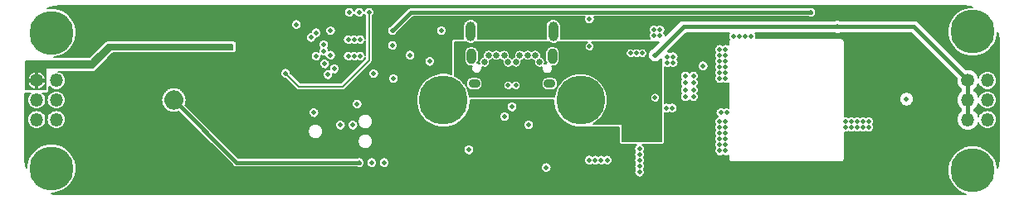
<source format=gbr>
G04 #@! TF.GenerationSoftware,KiCad,Pcbnew,(5.0.1)-rc2*
G04 #@! TF.CreationDate,2018-10-22T18:15:06-07:00*
G04 #@! TF.ProjectId,nixie_bottom_board,6E697869655F626F74746F6D5F626F61,rev?*
G04 #@! TF.SameCoordinates,Original*
G04 #@! TF.FileFunction,Copper,L2,Inr*
G04 #@! TF.FilePolarity,Positive*
%FSLAX46Y46*%
G04 Gerber Fmt 4.6, Leading zero omitted, Abs format (unit mm)*
G04 Created by KiCad (PCBNEW (5.0.1)-rc2) date 10/22/2018 6:15:06 PM*
%MOMM*%
%LPD*%
G01*
G04 APERTURE LIST*
G04 #@! TA.AperFunction,ViaPad*
%ADD10O,1.000000X1.600000*%
G04 #@! TD*
G04 #@! TA.AperFunction,ViaPad*
%ADD11O,1.000000X2.000000*%
G04 #@! TD*
G04 #@! TA.AperFunction,ViaPad*
%ADD12C,0.650000*%
G04 #@! TD*
G04 #@! TA.AperFunction,ViaPad*
%ADD13O,1.200000X0.900000*%
G04 #@! TD*
G04 #@! TA.AperFunction,ViaPad*
%ADD14C,1.350000*%
G04 #@! TD*
G04 #@! TA.AperFunction,ViaPad*
%ADD15O,1.350000X1.350000*%
G04 #@! TD*
G04 #@! TA.AperFunction,ViaPad*
%ADD16C,0.800000*%
G04 #@! TD*
G04 #@! TA.AperFunction,ViaPad*
%ADD17C,4.500000*%
G04 #@! TD*
G04 #@! TA.AperFunction,ViaPad*
%ADD18C,5.000000*%
G04 #@! TD*
G04 #@! TA.AperFunction,ViaPad*
%ADD19C,0.508000*%
G04 #@! TD*
G04 #@! TA.AperFunction,Conductor*
%ADD20C,0.400000*%
G04 #@! TD*
G04 #@! TA.AperFunction,Conductor*
%ADD21C,0.200000*%
G04 #@! TD*
G04 #@! TA.AperFunction,Conductor*
%ADD22C,0.150000*%
G04 #@! TD*
G04 APERTURE END LIST*
D10*
G04 #@! TO.N,/GND*
G04 #@! TO.C,J1*
X154130000Y-95510000D03*
X145870000Y-95510000D03*
D11*
X145780000Y-92995000D03*
X154220000Y-92995000D03*
D12*
X147200000Y-96110000D03*
G04 #@! TO.N,/VBUS*
X148800000Y-96110000D03*
G04 #@! TO.N,/USB_P*
X149600000Y-96110000D03*
G04 #@! TO.N,/USB_N*
X150400000Y-96110000D03*
G04 #@! TO.N,/VBUS*
X151200000Y-96110000D03*
G04 #@! TO.N,/GND*
X152800000Y-96110000D03*
X147600000Y-95410000D03*
X148400000Y-95410000D03*
G04 #@! TO.N,/CC2*
X149200000Y-95410000D03*
G04 #@! TO.N,/GND*
X150800000Y-95410000D03*
X151600000Y-95410000D03*
X152400000Y-95410000D03*
D13*
X153845000Y-98310000D03*
X146155000Y-98310000D03*
G04 #@! TD*
D14*
G04 #@! TO.N,/VNIXIE*
G04 #@! TO.C,J4*
X101500000Y-98000000D03*
D15*
G04 #@! TO.N,/GND*
X103500000Y-98000000D03*
X101500000Y-100000000D03*
G04 #@! TO.N,/SCL*
X103500000Y-100000000D03*
G04 #@! TO.N,/NIXIE_EN*
X101500000Y-102000000D03*
G04 #@! TO.N,/SDA*
X103500000Y-102000000D03*
G04 #@! TD*
D14*
G04 #@! TO.N,/HV_OUT*
G04 #@! TO.C,J3*
X196500000Y-98000000D03*
D15*
G04 #@! TO.N,/GND*
X198500000Y-98000000D03*
G04 #@! TO.N,/HV_OUT*
X196500000Y-100000000D03*
G04 #@! TO.N,/GND*
X198500000Y-100000000D03*
G04 #@! TO.N,/HV_OUT*
X196500000Y-102000000D03*
G04 #@! TO.N,/GND*
X198500000Y-102000000D03*
G04 #@! TD*
D16*
G04 #@! TO.N,/GND*
G04 #@! TO.C,MH1*
X104237437Y-91862563D03*
X104750000Y-93100000D03*
X104237437Y-94337437D03*
X103000000Y-94850000D03*
X101762563Y-94337437D03*
X101250000Y-93100000D03*
X101762563Y-91862563D03*
X103000000Y-91350000D03*
D17*
X103000000Y-93100000D03*
G04 #@! TD*
G04 #@! TO.N,/GND*
G04 #@! TO.C,MH2*
X103000000Y-107000000D03*
D16*
X103000000Y-105250000D03*
X101762563Y-105762563D03*
X101250000Y-107000000D03*
X101762563Y-108237437D03*
X103000000Y-108750000D03*
X104237437Y-108237437D03*
X104750000Y-107000000D03*
X104237437Y-105762563D03*
G04 #@! TD*
G04 #@! TO.N,/GND*
G04 #@! TO.C,MH3*
X198237437Y-91762563D03*
X198750000Y-93000000D03*
X198237437Y-94237437D03*
X197000000Y-94750000D03*
X195762563Y-94237437D03*
X195250000Y-93000000D03*
X195762563Y-91762563D03*
X197000000Y-91250000D03*
D17*
X197000000Y-93000000D03*
G04 #@! TD*
G04 #@! TO.N,/GND*
G04 #@! TO.C,MH4*
X197000000Y-107200000D03*
D16*
X197000000Y-105450000D03*
X195762563Y-105962563D03*
X195250000Y-107200000D03*
X195762563Y-108437437D03*
X197000000Y-108950000D03*
X198237437Y-108437437D03*
X198750000Y-107200000D03*
X198237437Y-105962563D03*
G04 #@! TD*
D18*
G04 #@! TO.N,/GND*
G04 #@! TO.C,MH6*
X157000000Y-100000000D03*
D16*
X158875000Y-100000000D03*
X158325825Y-101325825D03*
X157000000Y-101875000D03*
X155674175Y-101325825D03*
X155125000Y-100000000D03*
X155674175Y-98674175D03*
X157000000Y-98125000D03*
X158325825Y-98674175D03*
G04 #@! TD*
G04 #@! TO.N,/GND*
G04 #@! TO.C,MH5*
X144325825Y-98674175D03*
X143000000Y-98125000D03*
X141674175Y-98674175D03*
X141125000Y-100000000D03*
X141674175Y-101325825D03*
X143000000Y-101875000D03*
X144325825Y-101325825D03*
X144875000Y-100000000D03*
D18*
X143000000Y-100000000D03*
G04 #@! TD*
D19*
G04 #@! TO.N,Net-(Q1-Pad1)*
X171200000Y-105200000D03*
X171800000Y-105200000D03*
X171200000Y-104600000D03*
X171800000Y-104600000D03*
X171200000Y-104000000D03*
X171800000Y-104000000D03*
X171200000Y-103400000D03*
X171800000Y-103400000D03*
X171200000Y-102800000D03*
X171800000Y-102800000D03*
X171200000Y-102200000D03*
X171800000Y-102200000D03*
G04 #@! TO.N,/HV_OUT*
X164600000Y-95400000D03*
X190250000Y-99900000D03*
X183200000Y-92500000D03*
G04 #@! TO.N,/VBUS*
X165000000Y-101400000D03*
X164400000Y-101400000D03*
X165000000Y-102000000D03*
X165000000Y-102600000D03*
X165000000Y-103200000D03*
X160200000Y-94900000D03*
X159300000Y-95400000D03*
X159900000Y-95400000D03*
X160500000Y-95400000D03*
X161100000Y-95400000D03*
X160800000Y-94900000D03*
X151600000Y-98200000D03*
X151600000Y-98800000D03*
X148400000Y-98200000D03*
X148400000Y-98800000D03*
X148000000Y-96100000D03*
X165000000Y-103800000D03*
X152000000Y-96100000D03*
X163250000Y-100400000D03*
G04 #@! TO.N,/VDD*
X130600000Y-92400000D03*
X139800000Y-106450000D03*
X145950000Y-100700000D03*
X141100000Y-108400000D03*
X138000000Y-102450000D03*
X139800000Y-99950000D03*
X131230000Y-102565000D03*
X128000000Y-93050000D03*
X159600000Y-103100000D03*
X159000000Y-103100000D03*
X158400000Y-103100000D03*
X157800000Y-103100000D03*
X138850000Y-97700000D03*
X138850000Y-93900000D03*
G04 #@! TO.N,/VNIXIE*
X121200000Y-94550000D03*
G04 #@! TO.N,/SCL*
X130000000Y-93100000D03*
X136950000Y-106400000D03*
G04 #@! TO.N,/SDA*
X129500000Y-93600000D03*
X135675000Y-106400000D03*
G04 #@! TO.N,/HV_EN*
X169500000Y-96500000D03*
X157900000Y-94500000D03*
X157900000Y-91700000D03*
G04 #@! TO.N,/SWO*
X131225000Y-97400000D03*
G04 #@! TO.N,/NRST*
X137800000Y-94400000D03*
X145600000Y-105100000D03*
X133770000Y-102565000D03*
G04 #@! TO.N,/DAC*
X135400000Y-91000000D03*
X126900000Y-97250000D03*
G04 #@! TO.N,/USB_N*
X149600000Y-98500000D03*
X130800000Y-94325000D03*
G04 #@! TO.N,/USB_P*
X150400000Y-98500000D03*
X130800000Y-94975000D03*
G04 #@! TO.N,Net-(D4-Pad2)*
X184000000Y-102800000D03*
X184600000Y-102800000D03*
X185800000Y-102800000D03*
X186400000Y-102800000D03*
X186400000Y-102200000D03*
X185800000Y-102200000D03*
X184600000Y-102200000D03*
X184000000Y-102200000D03*
X185200000Y-102200000D03*
X185200000Y-102800000D03*
G04 #@! TO.N,/SWDIO*
X131500000Y-95400000D03*
G04 #@! TO.N,/SWCLK*
X131875000Y-96800000D03*
G04 #@! TO.N,/GND*
X134500000Y-93800000D03*
X133900000Y-93800000D03*
X133300000Y-93800000D03*
X134500000Y-95500000D03*
X133900000Y-95500000D03*
X133300000Y-95500000D03*
X171900000Y-101300000D03*
X171300000Y-101300000D03*
X167687500Y-99668750D03*
X168512500Y-99668750D03*
X168512500Y-98956250D03*
X167687500Y-98956250D03*
X167687500Y-98243750D03*
X168512500Y-98243750D03*
X168512500Y-97531250D03*
X167687500Y-97531250D03*
X128000000Y-92250000D03*
X166350000Y-100800000D03*
X165750000Y-100800000D03*
X164600000Y-99750000D03*
X164500000Y-92800000D03*
X162100000Y-95200000D03*
X162700000Y-95200000D03*
X163300000Y-95200000D03*
X132500000Y-102565000D03*
X129800000Y-101300000D03*
X130900000Y-96300000D03*
X137900000Y-97800000D03*
X157900000Y-106150000D03*
X158500000Y-106150000D03*
X159100000Y-106150000D03*
X159700000Y-106150000D03*
X163000000Y-105000000D03*
X163000000Y-105600000D03*
X163000000Y-106200000D03*
X163000000Y-106800000D03*
X163000000Y-107400000D03*
X165100000Y-92800000D03*
X164500000Y-93400000D03*
X165100000Y-93400000D03*
X150000000Y-100700000D03*
X165850000Y-96150000D03*
X166450000Y-96150000D03*
X166450000Y-95550000D03*
X165850000Y-95550000D03*
X151700000Y-102550000D03*
X172600000Y-93500000D03*
X173200000Y-93500000D03*
X173800000Y-93500000D03*
X174400000Y-93500000D03*
G04 #@! TO.N,/HV_IN*
X171800000Y-94800000D03*
X171200000Y-94800000D03*
X171200000Y-95400000D03*
X171800000Y-95400000D03*
X171800000Y-97200000D03*
X171800000Y-97800000D03*
X171200000Y-97200000D03*
X171200000Y-97800000D03*
X171800000Y-96600000D03*
X171200000Y-96600000D03*
X171200000Y-96000000D03*
X171800000Y-96000000D03*
G04 #@! TO.N,/USB*
X134200000Y-100400000D03*
X149250000Y-101700000D03*
G04 #@! TO.N,/ILM*
X142800000Y-92900000D03*
G04 #@! TO.N,/32kHz*
X139600000Y-95400000D03*
G04 #@! TO.N,/AMP_EN*
X130000000Y-95500000D03*
X133400000Y-91000000D03*
G04 #@! TO.N,Net-(BT1-Pad1)*
X114900000Y-100000000D03*
X115500000Y-100600000D03*
X115500000Y-99400000D03*
X134400000Y-106400000D03*
X116100000Y-100000000D03*
X115500000Y-100000000D03*
G04 #@! TO.N,/NIXIE_EN*
X134400000Y-91000000D03*
G04 #@! TO.N,/MCO*
X131500000Y-92900000D03*
G04 #@! TO.N,Net-(R2-Pad1)*
X135900000Y-97300000D03*
X153500000Y-106900000D03*
X141600000Y-96050000D03*
G04 #@! TO.N,Net-(R20-Pad2)*
X137800000Y-92900000D03*
X180500000Y-91000000D03*
G04 #@! TD*
D20*
G04 #@! TO.N,/HV_OUT*
X196500000Y-98000000D02*
X196500000Y-100000000D01*
X196500000Y-100000000D02*
X196500000Y-102000000D01*
X191000000Y-92500000D02*
X196500000Y-98000000D01*
X164600000Y-95400000D02*
X167500000Y-92500000D01*
X167500000Y-92500000D02*
X183200000Y-92500000D01*
X183200000Y-92500000D02*
X191000000Y-92500000D01*
D21*
G04 #@! TO.N,/DAC*
X135400000Y-95900000D02*
X135400000Y-91000000D01*
X132700000Y-98600000D02*
X135400000Y-95900000D01*
X126900000Y-97250000D02*
X128250000Y-98600000D01*
X128250000Y-98600000D02*
X132700000Y-98600000D01*
D20*
G04 #@! TO.N,Net-(BT1-Pad1)*
X121900000Y-106400000D02*
X115500000Y-100000000D01*
X134400000Y-106400000D02*
X121900000Y-106400000D01*
G04 #@! TO.N,Net-(R20-Pad2)*
X139700000Y-91000000D02*
X137800000Y-92900000D01*
X180500000Y-91000000D02*
X139700000Y-91000000D01*
G04 #@! TD*
D22*
G04 #@! TO.N,/VDD*
G36*
X196713508Y-90396518D02*
X196973451Y-90475000D01*
X196751309Y-90475000D01*
X196263485Y-90572035D01*
X195803964Y-90762374D01*
X195390407Y-91038705D01*
X195038705Y-91390407D01*
X194762374Y-91803964D01*
X194572035Y-92263485D01*
X194475000Y-92751309D01*
X194475000Y-93248691D01*
X194572035Y-93736515D01*
X194762374Y-94196036D01*
X195038705Y-94609593D01*
X195390407Y-94961295D01*
X195803964Y-95237626D01*
X196263485Y-95427965D01*
X196751309Y-95525000D01*
X197248691Y-95525000D01*
X197736515Y-95427965D01*
X198196036Y-95237626D01*
X198609593Y-94961295D01*
X198961295Y-94609593D01*
X199237626Y-94196036D01*
X199427965Y-93736515D01*
X199525000Y-93248691D01*
X199525000Y-93024195D01*
X199598412Y-93261352D01*
X199674962Y-93989675D01*
X199675001Y-94000841D01*
X199675000Y-105984103D01*
X199603482Y-106713508D01*
X199525000Y-106973452D01*
X199525000Y-106951309D01*
X199427965Y-106463485D01*
X199237626Y-106003964D01*
X198961295Y-105590407D01*
X198609593Y-105238705D01*
X198196036Y-104962374D01*
X197736515Y-104772035D01*
X197248691Y-104675000D01*
X196751309Y-104675000D01*
X196263485Y-104772035D01*
X195803964Y-104962374D01*
X195390407Y-105238705D01*
X195038705Y-105590407D01*
X194762374Y-106003964D01*
X194572035Y-106463485D01*
X194475000Y-106951309D01*
X194475000Y-107448691D01*
X194572035Y-107936515D01*
X194762374Y-108396036D01*
X195038705Y-108809593D01*
X195390407Y-109161295D01*
X195803964Y-109437626D01*
X196263485Y-109627965D01*
X196330550Y-109641305D01*
X196010325Y-109674962D01*
X195999447Y-109675000D01*
X104015897Y-109675000D01*
X103286492Y-109603482D01*
X103026548Y-109525000D01*
X103248691Y-109525000D01*
X103736515Y-109427965D01*
X104196036Y-109237626D01*
X104609593Y-108961295D01*
X104961295Y-108609593D01*
X105237626Y-108196036D01*
X105427965Y-107736515D01*
X105525000Y-107248691D01*
X105525000Y-106751309D01*
X105427965Y-106263485D01*
X105237626Y-105803964D01*
X104961295Y-105390407D01*
X104609593Y-105038705D01*
X104196036Y-104762374D01*
X103736515Y-104572035D01*
X103248691Y-104475000D01*
X102751309Y-104475000D01*
X102263485Y-104572035D01*
X101803964Y-104762374D01*
X101390407Y-105038705D01*
X101038705Y-105390407D01*
X100762374Y-105803964D01*
X100572035Y-106263485D01*
X100475000Y-106751309D01*
X100475000Y-106975807D01*
X100401589Y-106738653D01*
X100325038Y-106010325D01*
X100325000Y-105999447D01*
X100325000Y-102000000D01*
X100545404Y-102000000D01*
X100563746Y-102186232D01*
X100618068Y-102365308D01*
X100706282Y-102530345D01*
X100824999Y-102675001D01*
X100969655Y-102793718D01*
X101134692Y-102881932D01*
X101313768Y-102936254D01*
X101453335Y-102950000D01*
X101546665Y-102950000D01*
X101686232Y-102936254D01*
X101865308Y-102881932D01*
X102030345Y-102793718D01*
X102175001Y-102675001D01*
X102293718Y-102530345D01*
X102381932Y-102365308D01*
X102436254Y-102186232D01*
X102454596Y-102000000D01*
X102545404Y-102000000D01*
X102563746Y-102186232D01*
X102618068Y-102365308D01*
X102706282Y-102530345D01*
X102824999Y-102675001D01*
X102969655Y-102793718D01*
X103134692Y-102881932D01*
X103313768Y-102936254D01*
X103453335Y-102950000D01*
X103546665Y-102950000D01*
X103686232Y-102936254D01*
X103865308Y-102881932D01*
X104030345Y-102793718D01*
X104175001Y-102675001D01*
X104293718Y-102530345D01*
X104381932Y-102365308D01*
X104436254Y-102186232D01*
X104454596Y-102000000D01*
X104436254Y-101813768D01*
X104381932Y-101634692D01*
X104293718Y-101469655D01*
X104175001Y-101324999D01*
X104030345Y-101206282D01*
X103865308Y-101118068D01*
X103686232Y-101063746D01*
X103546665Y-101050000D01*
X103453335Y-101050000D01*
X103313768Y-101063746D01*
X103134692Y-101118068D01*
X102969655Y-101206282D01*
X102824999Y-101324999D01*
X102706282Y-101469655D01*
X102618068Y-101634692D01*
X102563746Y-101813768D01*
X102545404Y-102000000D01*
X102454596Y-102000000D01*
X102436254Y-101813768D01*
X102381932Y-101634692D01*
X102293718Y-101469655D01*
X102175001Y-101324999D01*
X102030345Y-101206282D01*
X101865308Y-101118068D01*
X101686232Y-101063746D01*
X101546665Y-101050000D01*
X101453335Y-101050000D01*
X101313768Y-101063746D01*
X101134692Y-101118068D01*
X100969655Y-101206282D01*
X100824999Y-101324999D01*
X100706282Y-101469655D01*
X100618068Y-101634692D01*
X100563746Y-101813768D01*
X100545404Y-102000000D01*
X100325000Y-102000000D01*
X100325000Y-99275000D01*
X100885923Y-99275000D01*
X100824999Y-99324999D01*
X100706282Y-99469655D01*
X100618068Y-99634692D01*
X100563746Y-99813768D01*
X100545404Y-100000000D01*
X100563746Y-100186232D01*
X100618068Y-100365308D01*
X100706282Y-100530345D01*
X100824999Y-100675001D01*
X100969655Y-100793718D01*
X101134692Y-100881932D01*
X101313768Y-100936254D01*
X101453335Y-100950000D01*
X101546665Y-100950000D01*
X101686232Y-100936254D01*
X101865308Y-100881932D01*
X102030345Y-100793718D01*
X102175001Y-100675001D01*
X102293718Y-100530345D01*
X102381932Y-100365308D01*
X102436254Y-100186232D01*
X102454596Y-100000000D01*
X102545404Y-100000000D01*
X102563746Y-100186232D01*
X102618068Y-100365308D01*
X102706282Y-100530345D01*
X102824999Y-100675001D01*
X102969655Y-100793718D01*
X103134692Y-100881932D01*
X103313768Y-100936254D01*
X103453335Y-100950000D01*
X103546665Y-100950000D01*
X103686232Y-100936254D01*
X103865308Y-100881932D01*
X104030345Y-100793718D01*
X104175001Y-100675001D01*
X104293718Y-100530345D01*
X104381932Y-100365308D01*
X104436254Y-100186232D01*
X104454596Y-100000000D01*
X104451942Y-99973045D01*
X114226324Y-99973045D01*
X114226324Y-100026955D01*
X114245539Y-100222045D01*
X114256056Y-100274917D01*
X114312961Y-100462510D01*
X114333592Y-100512317D01*
X114426002Y-100685204D01*
X114455952Y-100730028D01*
X114580315Y-100881565D01*
X114618435Y-100919685D01*
X114769972Y-101044048D01*
X114814796Y-101073998D01*
X114987683Y-101166408D01*
X115037490Y-101187039D01*
X115225083Y-101243944D01*
X115277955Y-101254461D01*
X115473045Y-101273676D01*
X115526955Y-101273676D01*
X115722045Y-101254461D01*
X115774917Y-101243944D01*
X115962510Y-101187039D01*
X115999830Y-101171580D01*
X121547625Y-106719377D01*
X121562499Y-106737501D01*
X121634827Y-106796859D01*
X121665334Y-106813165D01*
X121717345Y-106840966D01*
X121806884Y-106868127D01*
X121900000Y-106877298D01*
X121923332Y-106875000D01*
X134164407Y-106875000D01*
X134245696Y-106908671D01*
X134347898Y-106929000D01*
X134452102Y-106929000D01*
X134554304Y-106908671D01*
X134650576Y-106868794D01*
X134737218Y-106810901D01*
X134810901Y-106737218D01*
X134868794Y-106650576D01*
X134908671Y-106554304D01*
X134929000Y-106452102D01*
X134929000Y-106347898D01*
X135146000Y-106347898D01*
X135146000Y-106452102D01*
X135166329Y-106554304D01*
X135206206Y-106650576D01*
X135264099Y-106737218D01*
X135337782Y-106810901D01*
X135424424Y-106868794D01*
X135520696Y-106908671D01*
X135622898Y-106929000D01*
X135727102Y-106929000D01*
X135829304Y-106908671D01*
X135925576Y-106868794D01*
X136012218Y-106810901D01*
X136085901Y-106737218D01*
X136143794Y-106650576D01*
X136183671Y-106554304D01*
X136204000Y-106452102D01*
X136204000Y-106347898D01*
X136421000Y-106347898D01*
X136421000Y-106452102D01*
X136441329Y-106554304D01*
X136481206Y-106650576D01*
X136539099Y-106737218D01*
X136612782Y-106810901D01*
X136699424Y-106868794D01*
X136795696Y-106908671D01*
X136897898Y-106929000D01*
X137002102Y-106929000D01*
X137104304Y-106908671D01*
X137200576Y-106868794D01*
X137231848Y-106847898D01*
X152971000Y-106847898D01*
X152971000Y-106952102D01*
X152991329Y-107054304D01*
X153031206Y-107150576D01*
X153089099Y-107237218D01*
X153162782Y-107310901D01*
X153249424Y-107368794D01*
X153345696Y-107408671D01*
X153447898Y-107429000D01*
X153552102Y-107429000D01*
X153654304Y-107408671D01*
X153750576Y-107368794D01*
X153837218Y-107310901D01*
X153910901Y-107237218D01*
X153968794Y-107150576D01*
X154008671Y-107054304D01*
X154029000Y-106952102D01*
X154029000Y-106847898D01*
X154008671Y-106745696D01*
X153968794Y-106649424D01*
X153910901Y-106562782D01*
X153837218Y-106489099D01*
X153750576Y-106431206D01*
X153654304Y-106391329D01*
X153552102Y-106371000D01*
X153447898Y-106371000D01*
X153345696Y-106391329D01*
X153249424Y-106431206D01*
X153162782Y-106489099D01*
X153089099Y-106562782D01*
X153031206Y-106649424D01*
X152991329Y-106745696D01*
X152971000Y-106847898D01*
X137231848Y-106847898D01*
X137287218Y-106810901D01*
X137360901Y-106737218D01*
X137418794Y-106650576D01*
X137458671Y-106554304D01*
X137479000Y-106452102D01*
X137479000Y-106347898D01*
X137458671Y-106245696D01*
X137418794Y-106149424D01*
X137384366Y-106097898D01*
X157371000Y-106097898D01*
X157371000Y-106202102D01*
X157391329Y-106304304D01*
X157431206Y-106400576D01*
X157489099Y-106487218D01*
X157562782Y-106560901D01*
X157649424Y-106618794D01*
X157745696Y-106658671D01*
X157847898Y-106679000D01*
X157952102Y-106679000D01*
X158054304Y-106658671D01*
X158150576Y-106618794D01*
X158200000Y-106585770D01*
X158249424Y-106618794D01*
X158345696Y-106658671D01*
X158447898Y-106679000D01*
X158552102Y-106679000D01*
X158654304Y-106658671D01*
X158750576Y-106618794D01*
X158800000Y-106585770D01*
X158849424Y-106618794D01*
X158945696Y-106658671D01*
X159047898Y-106679000D01*
X159152102Y-106679000D01*
X159254304Y-106658671D01*
X159350576Y-106618794D01*
X159400000Y-106585770D01*
X159449424Y-106618794D01*
X159545696Y-106658671D01*
X159647898Y-106679000D01*
X159752102Y-106679000D01*
X159854304Y-106658671D01*
X159950576Y-106618794D01*
X160037218Y-106560901D01*
X160110901Y-106487218D01*
X160168794Y-106400576D01*
X160208671Y-106304304D01*
X160229000Y-106202102D01*
X160229000Y-106097898D01*
X160208671Y-105995696D01*
X160168794Y-105899424D01*
X160110901Y-105812782D01*
X160037218Y-105739099D01*
X159950576Y-105681206D01*
X159854304Y-105641329D01*
X159752102Y-105621000D01*
X159647898Y-105621000D01*
X159545696Y-105641329D01*
X159449424Y-105681206D01*
X159400000Y-105714230D01*
X159350576Y-105681206D01*
X159254304Y-105641329D01*
X159152102Y-105621000D01*
X159047898Y-105621000D01*
X158945696Y-105641329D01*
X158849424Y-105681206D01*
X158800000Y-105714230D01*
X158750576Y-105681206D01*
X158654304Y-105641329D01*
X158552102Y-105621000D01*
X158447898Y-105621000D01*
X158345696Y-105641329D01*
X158249424Y-105681206D01*
X158200000Y-105714230D01*
X158150576Y-105681206D01*
X158054304Y-105641329D01*
X157952102Y-105621000D01*
X157847898Y-105621000D01*
X157745696Y-105641329D01*
X157649424Y-105681206D01*
X157562782Y-105739099D01*
X157489099Y-105812782D01*
X157431206Y-105899424D01*
X157391329Y-105995696D01*
X157371000Y-106097898D01*
X137384366Y-106097898D01*
X137360901Y-106062782D01*
X137287218Y-105989099D01*
X137200576Y-105931206D01*
X137104304Y-105891329D01*
X137002102Y-105871000D01*
X136897898Y-105871000D01*
X136795696Y-105891329D01*
X136699424Y-105931206D01*
X136612782Y-105989099D01*
X136539099Y-106062782D01*
X136481206Y-106149424D01*
X136441329Y-106245696D01*
X136421000Y-106347898D01*
X136204000Y-106347898D01*
X136183671Y-106245696D01*
X136143794Y-106149424D01*
X136085901Y-106062782D01*
X136012218Y-105989099D01*
X135925576Y-105931206D01*
X135829304Y-105891329D01*
X135727102Y-105871000D01*
X135622898Y-105871000D01*
X135520696Y-105891329D01*
X135424424Y-105931206D01*
X135337782Y-105989099D01*
X135264099Y-106062782D01*
X135206206Y-106149424D01*
X135166329Y-106245696D01*
X135146000Y-106347898D01*
X134929000Y-106347898D01*
X134908671Y-106245696D01*
X134868794Y-106149424D01*
X134810901Y-106062782D01*
X134737218Y-105989099D01*
X134650576Y-105931206D01*
X134554304Y-105891329D01*
X134452102Y-105871000D01*
X134347898Y-105871000D01*
X134245696Y-105891329D01*
X134164407Y-105925000D01*
X122096752Y-105925000D01*
X121219650Y-105047898D01*
X145071000Y-105047898D01*
X145071000Y-105152102D01*
X145091329Y-105254304D01*
X145131206Y-105350576D01*
X145189099Y-105437218D01*
X145262782Y-105510901D01*
X145349424Y-105568794D01*
X145445696Y-105608671D01*
X145547898Y-105629000D01*
X145652102Y-105629000D01*
X145754304Y-105608671D01*
X145850576Y-105568794D01*
X145937218Y-105510901D01*
X146010901Y-105437218D01*
X146068794Y-105350576D01*
X146108671Y-105254304D01*
X146129000Y-105152102D01*
X146129000Y-105047898D01*
X146108671Y-104945696D01*
X146068794Y-104849424D01*
X146010901Y-104762782D01*
X145937218Y-104689099D01*
X145850576Y-104631206D01*
X145754304Y-104591329D01*
X145652102Y-104571000D01*
X145547898Y-104571000D01*
X145445696Y-104591329D01*
X145349424Y-104631206D01*
X145262782Y-104689099D01*
X145189099Y-104762782D01*
X145131206Y-104849424D01*
X145091329Y-104945696D01*
X145071000Y-105047898D01*
X121219650Y-105047898D01*
X120311884Y-104140132D01*
X134269700Y-104140132D01*
X134269700Y-104291868D01*
X134299302Y-104440688D01*
X134357369Y-104580874D01*
X134441669Y-104707038D01*
X134548962Y-104814331D01*
X134675126Y-104898631D01*
X134815312Y-104956698D01*
X134964132Y-104986300D01*
X135115868Y-104986300D01*
X135264688Y-104956698D01*
X135404874Y-104898631D01*
X135531038Y-104814331D01*
X135638331Y-104707038D01*
X135722631Y-104580874D01*
X135780698Y-104440688D01*
X135810300Y-104291868D01*
X135810300Y-104140132D01*
X135780698Y-103991312D01*
X135722631Y-103851126D01*
X135638331Y-103724962D01*
X135531038Y-103617669D01*
X135404874Y-103533369D01*
X135264688Y-103475302D01*
X135115868Y-103445700D01*
X134964132Y-103445700D01*
X134815312Y-103475302D01*
X134675126Y-103533369D01*
X134548962Y-103617669D01*
X134441669Y-103724962D01*
X134357369Y-103851126D01*
X134299302Y-103991312D01*
X134269700Y-104140132D01*
X120311884Y-104140132D01*
X119295883Y-103124132D01*
X129189700Y-103124132D01*
X129189700Y-103275868D01*
X129219302Y-103424688D01*
X129277369Y-103564874D01*
X129361669Y-103691038D01*
X129468962Y-103798331D01*
X129595126Y-103882631D01*
X129735312Y-103940698D01*
X129884132Y-103970300D01*
X130035868Y-103970300D01*
X130184688Y-103940698D01*
X130324874Y-103882631D01*
X130451038Y-103798331D01*
X130558331Y-103691038D01*
X130642631Y-103564874D01*
X130700698Y-103424688D01*
X130730300Y-103275868D01*
X130730300Y-103124132D01*
X130700698Y-102975312D01*
X130642631Y-102835126D01*
X130558331Y-102708962D01*
X130451038Y-102601669D01*
X130324874Y-102517369D01*
X130314081Y-102512898D01*
X131971000Y-102512898D01*
X131971000Y-102617102D01*
X131991329Y-102719304D01*
X132031206Y-102815576D01*
X132089099Y-102902218D01*
X132162782Y-102975901D01*
X132249424Y-103033794D01*
X132345696Y-103073671D01*
X132447898Y-103094000D01*
X132552102Y-103094000D01*
X132654304Y-103073671D01*
X132750576Y-103033794D01*
X132837218Y-102975901D01*
X132910901Y-102902218D01*
X132968794Y-102815576D01*
X133008671Y-102719304D01*
X133029000Y-102617102D01*
X133029000Y-102512898D01*
X133241000Y-102512898D01*
X133241000Y-102617102D01*
X133261329Y-102719304D01*
X133301206Y-102815576D01*
X133359099Y-102902218D01*
X133432782Y-102975901D01*
X133519424Y-103033794D01*
X133615696Y-103073671D01*
X133717898Y-103094000D01*
X133822102Y-103094000D01*
X133924304Y-103073671D01*
X134020576Y-103033794D01*
X134107218Y-102975901D01*
X134180901Y-102902218D01*
X134238794Y-102815576D01*
X134278671Y-102719304D01*
X134299000Y-102617102D01*
X134299000Y-102512898D01*
X134278671Y-102410696D01*
X134238794Y-102314424D01*
X134180901Y-102227782D01*
X134107218Y-102154099D01*
X134038425Y-102108132D01*
X134269700Y-102108132D01*
X134269700Y-102259868D01*
X134299302Y-102408688D01*
X134357369Y-102548874D01*
X134441669Y-102675038D01*
X134548962Y-102782331D01*
X134675126Y-102866631D01*
X134815312Y-102924698D01*
X134964132Y-102954300D01*
X135115868Y-102954300D01*
X135264688Y-102924698D01*
X135404874Y-102866631D01*
X135531038Y-102782331D01*
X135638331Y-102675038D01*
X135722631Y-102548874D01*
X135780698Y-102408688D01*
X135810300Y-102259868D01*
X135810300Y-102108132D01*
X135780698Y-101959312D01*
X135722631Y-101819126D01*
X135638331Y-101692962D01*
X135531038Y-101585669D01*
X135404874Y-101501369D01*
X135264688Y-101443302D01*
X135115868Y-101413700D01*
X134964132Y-101413700D01*
X134815312Y-101443302D01*
X134675126Y-101501369D01*
X134548962Y-101585669D01*
X134441669Y-101692962D01*
X134357369Y-101819126D01*
X134299302Y-101959312D01*
X134269700Y-102108132D01*
X134038425Y-102108132D01*
X134020576Y-102096206D01*
X133924304Y-102056329D01*
X133822102Y-102036000D01*
X133717898Y-102036000D01*
X133615696Y-102056329D01*
X133519424Y-102096206D01*
X133432782Y-102154099D01*
X133359099Y-102227782D01*
X133301206Y-102314424D01*
X133261329Y-102410696D01*
X133241000Y-102512898D01*
X133029000Y-102512898D01*
X133008671Y-102410696D01*
X132968794Y-102314424D01*
X132910901Y-102227782D01*
X132837218Y-102154099D01*
X132750576Y-102096206D01*
X132654304Y-102056329D01*
X132552102Y-102036000D01*
X132447898Y-102036000D01*
X132345696Y-102056329D01*
X132249424Y-102096206D01*
X132162782Y-102154099D01*
X132089099Y-102227782D01*
X132031206Y-102314424D01*
X131991329Y-102410696D01*
X131971000Y-102512898D01*
X130314081Y-102512898D01*
X130184688Y-102459302D01*
X130035868Y-102429700D01*
X129884132Y-102429700D01*
X129735312Y-102459302D01*
X129595126Y-102517369D01*
X129468962Y-102601669D01*
X129361669Y-102708962D01*
X129277369Y-102835126D01*
X129219302Y-102975312D01*
X129189700Y-103124132D01*
X119295883Y-103124132D01*
X117419649Y-101247898D01*
X129271000Y-101247898D01*
X129271000Y-101352102D01*
X129291329Y-101454304D01*
X129331206Y-101550576D01*
X129389099Y-101637218D01*
X129462782Y-101710901D01*
X129549424Y-101768794D01*
X129645696Y-101808671D01*
X129747898Y-101829000D01*
X129852102Y-101829000D01*
X129954304Y-101808671D01*
X130050576Y-101768794D01*
X130137218Y-101710901D01*
X130210901Y-101637218D01*
X130268794Y-101550576D01*
X130308671Y-101454304D01*
X130329000Y-101352102D01*
X130329000Y-101247898D01*
X130308671Y-101145696D01*
X130268794Y-101049424D01*
X130210901Y-100962782D01*
X130137218Y-100889099D01*
X130050576Y-100831206D01*
X129954304Y-100791329D01*
X129852102Y-100771000D01*
X129747898Y-100771000D01*
X129645696Y-100791329D01*
X129549424Y-100831206D01*
X129462782Y-100889099D01*
X129389099Y-100962782D01*
X129331206Y-101049424D01*
X129291329Y-101145696D01*
X129271000Y-101247898D01*
X117419649Y-101247898D01*
X116671580Y-100499830D01*
X116687039Y-100462510D01*
X116721805Y-100347898D01*
X133671000Y-100347898D01*
X133671000Y-100452102D01*
X133691329Y-100554304D01*
X133731206Y-100650576D01*
X133789099Y-100737218D01*
X133862782Y-100810901D01*
X133949424Y-100868794D01*
X134045696Y-100908671D01*
X134147898Y-100929000D01*
X134252102Y-100929000D01*
X134354304Y-100908671D01*
X134450576Y-100868794D01*
X134537218Y-100810901D01*
X134610901Y-100737218D01*
X134668794Y-100650576D01*
X134708671Y-100554304D01*
X134729000Y-100452102D01*
X134729000Y-100347898D01*
X134708671Y-100245696D01*
X134668794Y-100149424D01*
X134610901Y-100062782D01*
X134537218Y-99989099D01*
X134450576Y-99931206D01*
X134354304Y-99891329D01*
X134252102Y-99871000D01*
X134147898Y-99871000D01*
X134045696Y-99891329D01*
X133949424Y-99931206D01*
X133862782Y-99989099D01*
X133789099Y-100062782D01*
X133731206Y-100149424D01*
X133691329Y-100245696D01*
X133671000Y-100347898D01*
X116721805Y-100347898D01*
X116743944Y-100274917D01*
X116754461Y-100222045D01*
X116773676Y-100026955D01*
X116773676Y-99973045D01*
X116754461Y-99777955D01*
X116744263Y-99726686D01*
X140225000Y-99726686D01*
X140225000Y-100273314D01*
X140331642Y-100809438D01*
X140540827Y-101314455D01*
X140844517Y-101768959D01*
X141231041Y-102155483D01*
X141685545Y-102459173D01*
X142190562Y-102668358D01*
X142726686Y-102775000D01*
X143273314Y-102775000D01*
X143809438Y-102668358D01*
X144220964Y-102497898D01*
X151171000Y-102497898D01*
X151171000Y-102602102D01*
X151191329Y-102704304D01*
X151231206Y-102800576D01*
X151289099Y-102887218D01*
X151362782Y-102960901D01*
X151449424Y-103018794D01*
X151545696Y-103058671D01*
X151647898Y-103079000D01*
X151752102Y-103079000D01*
X151854304Y-103058671D01*
X151950576Y-103018794D01*
X152037218Y-102960901D01*
X152110901Y-102887218D01*
X152168794Y-102800576D01*
X152208671Y-102704304D01*
X152229000Y-102602102D01*
X152229000Y-102497898D01*
X152208671Y-102395696D01*
X152168794Y-102299424D01*
X152110901Y-102212782D01*
X152037218Y-102139099D01*
X151950576Y-102081206D01*
X151854304Y-102041329D01*
X151752102Y-102021000D01*
X151647898Y-102021000D01*
X151545696Y-102041329D01*
X151449424Y-102081206D01*
X151362782Y-102139099D01*
X151289099Y-102212782D01*
X151231206Y-102299424D01*
X151191329Y-102395696D01*
X151171000Y-102497898D01*
X144220964Y-102497898D01*
X144314455Y-102459173D01*
X144768959Y-102155483D01*
X145155483Y-101768959D01*
X145236373Y-101647898D01*
X148721000Y-101647898D01*
X148721000Y-101752102D01*
X148741329Y-101854304D01*
X148781206Y-101950576D01*
X148839099Y-102037218D01*
X148912782Y-102110901D01*
X148999424Y-102168794D01*
X149095696Y-102208671D01*
X149197898Y-102229000D01*
X149302102Y-102229000D01*
X149404304Y-102208671D01*
X149500576Y-102168794D01*
X149587218Y-102110901D01*
X149660901Y-102037218D01*
X149718794Y-101950576D01*
X149758671Y-101854304D01*
X149779000Y-101752102D01*
X149779000Y-101647898D01*
X149758671Y-101545696D01*
X149718794Y-101449424D01*
X149660901Y-101362782D01*
X149587218Y-101289099D01*
X149500576Y-101231206D01*
X149404304Y-101191329D01*
X149302102Y-101171000D01*
X149197898Y-101171000D01*
X149095696Y-101191329D01*
X148999424Y-101231206D01*
X148912782Y-101289099D01*
X148839099Y-101362782D01*
X148781206Y-101449424D01*
X148741329Y-101545696D01*
X148721000Y-101647898D01*
X145236373Y-101647898D01*
X145459173Y-101314455D01*
X145668358Y-100809438D01*
X145700490Y-100647898D01*
X149471000Y-100647898D01*
X149471000Y-100752102D01*
X149491329Y-100854304D01*
X149531206Y-100950576D01*
X149589099Y-101037218D01*
X149662782Y-101110901D01*
X149749424Y-101168794D01*
X149845696Y-101208671D01*
X149947898Y-101229000D01*
X150052102Y-101229000D01*
X150154304Y-101208671D01*
X150250576Y-101168794D01*
X150337218Y-101110901D01*
X150410901Y-101037218D01*
X150468794Y-100950576D01*
X150508671Y-100854304D01*
X150529000Y-100752102D01*
X150529000Y-100647898D01*
X150508671Y-100545696D01*
X150468794Y-100449424D01*
X150410901Y-100362782D01*
X150337218Y-100289099D01*
X150250576Y-100231206D01*
X150154304Y-100191329D01*
X150052102Y-100171000D01*
X149947898Y-100171000D01*
X149845696Y-100191329D01*
X149749424Y-100231206D01*
X149662782Y-100289099D01*
X149589099Y-100362782D01*
X149531206Y-100449424D01*
X149491329Y-100545696D01*
X149471000Y-100647898D01*
X145700490Y-100647898D01*
X145775000Y-100273314D01*
X145775000Y-99975000D01*
X154225000Y-99975000D01*
X154225000Y-100273314D01*
X154331642Y-100809438D01*
X154540827Y-101314455D01*
X154844517Y-101768959D01*
X155231041Y-102155483D01*
X155685545Y-102459173D01*
X156190562Y-102668358D01*
X156726686Y-102775000D01*
X160925000Y-102775000D01*
X160925000Y-104300000D01*
X160945933Y-104405238D01*
X161005546Y-104494454D01*
X161094762Y-104554067D01*
X161200000Y-104575000D01*
X162683882Y-104575000D01*
X162662782Y-104589099D01*
X162589099Y-104662782D01*
X162531206Y-104749424D01*
X162491329Y-104845696D01*
X162471000Y-104947898D01*
X162471000Y-105052102D01*
X162491329Y-105154304D01*
X162531206Y-105250576D01*
X162564230Y-105300000D01*
X162531206Y-105349424D01*
X162491329Y-105445696D01*
X162471000Y-105547898D01*
X162471000Y-105652102D01*
X162491329Y-105754304D01*
X162531206Y-105850576D01*
X162564230Y-105900000D01*
X162531206Y-105949424D01*
X162491329Y-106045696D01*
X162471000Y-106147898D01*
X162471000Y-106252102D01*
X162491329Y-106354304D01*
X162531206Y-106450576D01*
X162564230Y-106500000D01*
X162531206Y-106549424D01*
X162491329Y-106645696D01*
X162471000Y-106747898D01*
X162471000Y-106852102D01*
X162491329Y-106954304D01*
X162531206Y-107050576D01*
X162564230Y-107100000D01*
X162531206Y-107149424D01*
X162491329Y-107245696D01*
X162471000Y-107347898D01*
X162471000Y-107452102D01*
X162491329Y-107554304D01*
X162531206Y-107650576D01*
X162589099Y-107737218D01*
X162662782Y-107810901D01*
X162749424Y-107868794D01*
X162845696Y-107908671D01*
X162947898Y-107929000D01*
X163052102Y-107929000D01*
X163154304Y-107908671D01*
X163250576Y-107868794D01*
X163337218Y-107810901D01*
X163410901Y-107737218D01*
X163468794Y-107650576D01*
X163508671Y-107554304D01*
X163529000Y-107452102D01*
X163529000Y-107347898D01*
X163508671Y-107245696D01*
X163468794Y-107149424D01*
X163435770Y-107100000D01*
X163468794Y-107050576D01*
X163508671Y-106954304D01*
X163529000Y-106852102D01*
X163529000Y-106747898D01*
X163508671Y-106645696D01*
X163468794Y-106549424D01*
X163435770Y-106500000D01*
X163468794Y-106450576D01*
X163508671Y-106354304D01*
X163529000Y-106252102D01*
X163529000Y-106147898D01*
X163508671Y-106045696D01*
X163468794Y-105949424D01*
X163435770Y-105900000D01*
X163468794Y-105850576D01*
X163508671Y-105754304D01*
X163529000Y-105652102D01*
X163529000Y-105547898D01*
X163508671Y-105445696D01*
X163468794Y-105349424D01*
X163435770Y-105300000D01*
X163468794Y-105250576D01*
X163508671Y-105154304D01*
X163529000Y-105052102D01*
X163529000Y-104947898D01*
X163508671Y-104845696D01*
X163468794Y-104749424D01*
X163410901Y-104662782D01*
X163337218Y-104589099D01*
X163316118Y-104575000D01*
X165300000Y-104575000D01*
X165405238Y-104554067D01*
X165494454Y-104494454D01*
X165554067Y-104405238D01*
X165575000Y-104300000D01*
X165575000Y-101300098D01*
X165595696Y-101308671D01*
X165697898Y-101329000D01*
X165802102Y-101329000D01*
X165904304Y-101308671D01*
X166000576Y-101268794D01*
X166050000Y-101235770D01*
X166099424Y-101268794D01*
X166195696Y-101308671D01*
X166297898Y-101329000D01*
X166402102Y-101329000D01*
X166504304Y-101308671D01*
X166600576Y-101268794D01*
X166687218Y-101210901D01*
X166760901Y-101137218D01*
X166818794Y-101050576D01*
X166858671Y-100954304D01*
X166879000Y-100852102D01*
X166879000Y-100747898D01*
X166858671Y-100645696D01*
X166818794Y-100549424D01*
X166760901Y-100462782D01*
X166687218Y-100389099D01*
X166600576Y-100331206D01*
X166504304Y-100291329D01*
X166402102Y-100271000D01*
X166297898Y-100271000D01*
X166195696Y-100291329D01*
X166099424Y-100331206D01*
X166050000Y-100364230D01*
X166000576Y-100331206D01*
X165904304Y-100291329D01*
X165802102Y-100271000D01*
X165697898Y-100271000D01*
X165595696Y-100291329D01*
X165575000Y-100299902D01*
X165575000Y-97479148D01*
X167158500Y-97479148D01*
X167158500Y-97583352D01*
X167178829Y-97685554D01*
X167218706Y-97781826D01*
X167276599Y-97868468D01*
X167295631Y-97887500D01*
X167276599Y-97906532D01*
X167218706Y-97993174D01*
X167178829Y-98089446D01*
X167158500Y-98191648D01*
X167158500Y-98295852D01*
X167178829Y-98398054D01*
X167218706Y-98494326D01*
X167276599Y-98580968D01*
X167295631Y-98600000D01*
X167276599Y-98619032D01*
X167218706Y-98705674D01*
X167178829Y-98801946D01*
X167158500Y-98904148D01*
X167158500Y-99008352D01*
X167178829Y-99110554D01*
X167218706Y-99206826D01*
X167276599Y-99293468D01*
X167295631Y-99312500D01*
X167276599Y-99331532D01*
X167218706Y-99418174D01*
X167178829Y-99514446D01*
X167158500Y-99616648D01*
X167158500Y-99720852D01*
X167178829Y-99823054D01*
X167218706Y-99919326D01*
X167276599Y-100005968D01*
X167350282Y-100079651D01*
X167436924Y-100137544D01*
X167533196Y-100177421D01*
X167635398Y-100197750D01*
X167739602Y-100197750D01*
X167841804Y-100177421D01*
X167938076Y-100137544D01*
X168024718Y-100079651D01*
X168098401Y-100005968D01*
X168100000Y-100003575D01*
X168101599Y-100005968D01*
X168175282Y-100079651D01*
X168261924Y-100137544D01*
X168358196Y-100177421D01*
X168460398Y-100197750D01*
X168564602Y-100197750D01*
X168666804Y-100177421D01*
X168763076Y-100137544D01*
X168849718Y-100079651D01*
X168923401Y-100005968D01*
X168981294Y-99919326D01*
X169021171Y-99823054D01*
X169041500Y-99720852D01*
X169041500Y-99616648D01*
X169021171Y-99514446D01*
X168981294Y-99418174D01*
X168923401Y-99331532D01*
X168904369Y-99312500D01*
X168923401Y-99293468D01*
X168981294Y-99206826D01*
X169021171Y-99110554D01*
X169041500Y-99008352D01*
X169041500Y-98904148D01*
X169021171Y-98801946D01*
X168981294Y-98705674D01*
X168923401Y-98619032D01*
X168904369Y-98600000D01*
X168923401Y-98580968D01*
X168981294Y-98494326D01*
X169021171Y-98398054D01*
X169041500Y-98295852D01*
X169041500Y-98191648D01*
X169021171Y-98089446D01*
X168981294Y-97993174D01*
X168923401Y-97906532D01*
X168904369Y-97887500D01*
X168923401Y-97868468D01*
X168981294Y-97781826D01*
X169021171Y-97685554D01*
X169041500Y-97583352D01*
X169041500Y-97479148D01*
X169021171Y-97376946D01*
X168981294Y-97280674D01*
X168923401Y-97194032D01*
X168849718Y-97120349D01*
X168763076Y-97062456D01*
X168666804Y-97022579D01*
X168564602Y-97002250D01*
X168460398Y-97002250D01*
X168358196Y-97022579D01*
X168261924Y-97062456D01*
X168175282Y-97120349D01*
X168101599Y-97194032D01*
X168100000Y-97196425D01*
X168098401Y-97194032D01*
X168024718Y-97120349D01*
X167938076Y-97062456D01*
X167841804Y-97022579D01*
X167739602Y-97002250D01*
X167635398Y-97002250D01*
X167533196Y-97022579D01*
X167436924Y-97062456D01*
X167350282Y-97120349D01*
X167276599Y-97194032D01*
X167218706Y-97280674D01*
X167178829Y-97376946D01*
X167158500Y-97479148D01*
X165575000Y-97479148D01*
X165575000Y-96602474D01*
X165599424Y-96618794D01*
X165695696Y-96658671D01*
X165797898Y-96679000D01*
X165902102Y-96679000D01*
X166004304Y-96658671D01*
X166100576Y-96618794D01*
X166150000Y-96585770D01*
X166199424Y-96618794D01*
X166295696Y-96658671D01*
X166397898Y-96679000D01*
X166502102Y-96679000D01*
X166604304Y-96658671D01*
X166700576Y-96618794D01*
X166787218Y-96560901D01*
X166860901Y-96487218D01*
X166887174Y-96447898D01*
X168971000Y-96447898D01*
X168971000Y-96552102D01*
X168991329Y-96654304D01*
X169031206Y-96750576D01*
X169089099Y-96837218D01*
X169162782Y-96910901D01*
X169249424Y-96968794D01*
X169345696Y-97008671D01*
X169447898Y-97029000D01*
X169552102Y-97029000D01*
X169654304Y-97008671D01*
X169750576Y-96968794D01*
X169837218Y-96910901D01*
X169910901Y-96837218D01*
X169968794Y-96750576D01*
X170008671Y-96654304D01*
X170029000Y-96552102D01*
X170029000Y-96447898D01*
X170008671Y-96345696D01*
X169968794Y-96249424D01*
X169910901Y-96162782D01*
X169837218Y-96089099D01*
X169750576Y-96031206D01*
X169654304Y-95991329D01*
X169552102Y-95971000D01*
X169447898Y-95971000D01*
X169345696Y-95991329D01*
X169249424Y-96031206D01*
X169162782Y-96089099D01*
X169089099Y-96162782D01*
X169031206Y-96249424D01*
X168991329Y-96345696D01*
X168971000Y-96447898D01*
X166887174Y-96447898D01*
X166918794Y-96400576D01*
X166958671Y-96304304D01*
X166979000Y-96202102D01*
X166979000Y-96097898D01*
X166958671Y-95995696D01*
X166918794Y-95899424D01*
X166885770Y-95850000D01*
X166918794Y-95800576D01*
X166958671Y-95704304D01*
X166979000Y-95602102D01*
X166979000Y-95497898D01*
X166958671Y-95395696D01*
X166918794Y-95299424D01*
X166860901Y-95212782D01*
X166787218Y-95139099D01*
X166700576Y-95081206D01*
X166604304Y-95041329D01*
X166502102Y-95021000D01*
X166397898Y-95021000D01*
X166295696Y-95041329D01*
X166199424Y-95081206D01*
X166150000Y-95114230D01*
X166100576Y-95081206D01*
X166004304Y-95041329D01*
X165928369Y-95026225D01*
X167779594Y-93175000D01*
X172180935Y-93175000D01*
X172131206Y-93249424D01*
X172091329Y-93345696D01*
X172071000Y-93447898D01*
X172071000Y-93552102D01*
X172091329Y-93654304D01*
X172131206Y-93750576D01*
X172155018Y-93786212D01*
X172128465Y-93818566D01*
X172098287Y-93875026D01*
X172079703Y-93936289D01*
X172073428Y-94000000D01*
X172075001Y-94015971D01*
X172075001Y-94347526D01*
X172050576Y-94331206D01*
X171954304Y-94291329D01*
X171852102Y-94271000D01*
X171747898Y-94271000D01*
X171645696Y-94291329D01*
X171549424Y-94331206D01*
X171500000Y-94364230D01*
X171450576Y-94331206D01*
X171354304Y-94291329D01*
X171252102Y-94271000D01*
X171147898Y-94271000D01*
X171045696Y-94291329D01*
X170949424Y-94331206D01*
X170862782Y-94389099D01*
X170789099Y-94462782D01*
X170731206Y-94549424D01*
X170691329Y-94645696D01*
X170671000Y-94747898D01*
X170671000Y-94852102D01*
X170691329Y-94954304D01*
X170731206Y-95050576D01*
X170764230Y-95100000D01*
X170731206Y-95149424D01*
X170691329Y-95245696D01*
X170671000Y-95347898D01*
X170671000Y-95452102D01*
X170691329Y-95554304D01*
X170731206Y-95650576D01*
X170764230Y-95700000D01*
X170731206Y-95749424D01*
X170691329Y-95845696D01*
X170671000Y-95947898D01*
X170671000Y-96052102D01*
X170691329Y-96154304D01*
X170731206Y-96250576D01*
X170764230Y-96300000D01*
X170731206Y-96349424D01*
X170691329Y-96445696D01*
X170671000Y-96547898D01*
X170671000Y-96652102D01*
X170691329Y-96754304D01*
X170731206Y-96850576D01*
X170764230Y-96900000D01*
X170731206Y-96949424D01*
X170691329Y-97045696D01*
X170671000Y-97147898D01*
X170671000Y-97252102D01*
X170691329Y-97354304D01*
X170731206Y-97450576D01*
X170764230Y-97500000D01*
X170731206Y-97549424D01*
X170691329Y-97645696D01*
X170671000Y-97747898D01*
X170671000Y-97852102D01*
X170691329Y-97954304D01*
X170731206Y-98050576D01*
X170789099Y-98137218D01*
X170862782Y-98210901D01*
X170949424Y-98268794D01*
X171045696Y-98308671D01*
X171147898Y-98329000D01*
X171252102Y-98329000D01*
X171354304Y-98308671D01*
X171450576Y-98268794D01*
X171500000Y-98235770D01*
X171549424Y-98268794D01*
X171645696Y-98308671D01*
X171747898Y-98329000D01*
X171852102Y-98329000D01*
X171954304Y-98308671D01*
X172050576Y-98268794D01*
X172075001Y-98252474D01*
X172075000Y-100799902D01*
X172054304Y-100791329D01*
X171952102Y-100771000D01*
X171847898Y-100771000D01*
X171745696Y-100791329D01*
X171649424Y-100831206D01*
X171600000Y-100864230D01*
X171550576Y-100831206D01*
X171454304Y-100791329D01*
X171352102Y-100771000D01*
X171247898Y-100771000D01*
X171145696Y-100791329D01*
X171049424Y-100831206D01*
X170962782Y-100889099D01*
X170889099Y-100962782D01*
X170831206Y-101049424D01*
X170791329Y-101145696D01*
X170771000Y-101247898D01*
X170771000Y-101352102D01*
X170791329Y-101454304D01*
X170831206Y-101550576D01*
X170889099Y-101637218D01*
X170962782Y-101710901D01*
X170976429Y-101720020D01*
X170949424Y-101731206D01*
X170862782Y-101789099D01*
X170789099Y-101862782D01*
X170731206Y-101949424D01*
X170691329Y-102045696D01*
X170671000Y-102147898D01*
X170671000Y-102252102D01*
X170691329Y-102354304D01*
X170731206Y-102450576D01*
X170764230Y-102500000D01*
X170731206Y-102549424D01*
X170691329Y-102645696D01*
X170671000Y-102747898D01*
X170671000Y-102852102D01*
X170691329Y-102954304D01*
X170731206Y-103050576D01*
X170764230Y-103100000D01*
X170731206Y-103149424D01*
X170691329Y-103245696D01*
X170671000Y-103347898D01*
X170671000Y-103452102D01*
X170691329Y-103554304D01*
X170731206Y-103650576D01*
X170764230Y-103700000D01*
X170731206Y-103749424D01*
X170691329Y-103845696D01*
X170671000Y-103947898D01*
X170671000Y-104052102D01*
X170691329Y-104154304D01*
X170731206Y-104250576D01*
X170764230Y-104300000D01*
X170731206Y-104349424D01*
X170691329Y-104445696D01*
X170671000Y-104547898D01*
X170671000Y-104652102D01*
X170691329Y-104754304D01*
X170731206Y-104850576D01*
X170764230Y-104900000D01*
X170731206Y-104949424D01*
X170691329Y-105045696D01*
X170671000Y-105147898D01*
X170671000Y-105252102D01*
X170691329Y-105354304D01*
X170731206Y-105450576D01*
X170789099Y-105537218D01*
X170862782Y-105610901D01*
X170949424Y-105668794D01*
X171045696Y-105708671D01*
X171147898Y-105729000D01*
X171252102Y-105729000D01*
X171354304Y-105708671D01*
X171450576Y-105668794D01*
X171500000Y-105635770D01*
X171549424Y-105668794D01*
X171645696Y-105708671D01*
X171747898Y-105729000D01*
X171852102Y-105729000D01*
X171954304Y-105708671D01*
X172050576Y-105668794D01*
X172075000Y-105652474D01*
X172075000Y-105984039D01*
X172073428Y-106000000D01*
X172079703Y-106063711D01*
X172098287Y-106124974D01*
X172128465Y-106181434D01*
X172157937Y-106217345D01*
X172169079Y-106230921D01*
X172218566Y-106271535D01*
X172275026Y-106301713D01*
X172336289Y-106320297D01*
X172400000Y-106326572D01*
X172415960Y-106325000D01*
X183584040Y-106325000D01*
X183600000Y-106326572D01*
X183663711Y-106320297D01*
X183724974Y-106301713D01*
X183781434Y-106271535D01*
X183830921Y-106230921D01*
X183871535Y-106181434D01*
X183901713Y-106124974D01*
X183920297Y-106063711D01*
X183925000Y-106015961D01*
X183925000Y-106015960D01*
X183926572Y-106000000D01*
X183925000Y-105984039D01*
X183925000Y-103324445D01*
X183947898Y-103329000D01*
X184052102Y-103329000D01*
X184154304Y-103308671D01*
X184250576Y-103268794D01*
X184300000Y-103235770D01*
X184349424Y-103268794D01*
X184445696Y-103308671D01*
X184547898Y-103329000D01*
X184652102Y-103329000D01*
X184754304Y-103308671D01*
X184850576Y-103268794D01*
X184900000Y-103235770D01*
X184949424Y-103268794D01*
X185045696Y-103308671D01*
X185147898Y-103329000D01*
X185252102Y-103329000D01*
X185354304Y-103308671D01*
X185450576Y-103268794D01*
X185500000Y-103235770D01*
X185549424Y-103268794D01*
X185645696Y-103308671D01*
X185747898Y-103329000D01*
X185852102Y-103329000D01*
X185954304Y-103308671D01*
X186050576Y-103268794D01*
X186100000Y-103235770D01*
X186149424Y-103268794D01*
X186245696Y-103308671D01*
X186347898Y-103329000D01*
X186452102Y-103329000D01*
X186554304Y-103308671D01*
X186650576Y-103268794D01*
X186737218Y-103210901D01*
X186810901Y-103137218D01*
X186868794Y-103050576D01*
X186908671Y-102954304D01*
X186929000Y-102852102D01*
X186929000Y-102747898D01*
X186908671Y-102645696D01*
X186868794Y-102549424D01*
X186835770Y-102500000D01*
X186868794Y-102450576D01*
X186908671Y-102354304D01*
X186929000Y-102252102D01*
X186929000Y-102147898D01*
X186908671Y-102045696D01*
X186868794Y-101949424D01*
X186810901Y-101862782D01*
X186737218Y-101789099D01*
X186650576Y-101731206D01*
X186554304Y-101691329D01*
X186452102Y-101671000D01*
X186347898Y-101671000D01*
X186245696Y-101691329D01*
X186149424Y-101731206D01*
X186100000Y-101764230D01*
X186050576Y-101731206D01*
X185954304Y-101691329D01*
X185852102Y-101671000D01*
X185747898Y-101671000D01*
X185645696Y-101691329D01*
X185549424Y-101731206D01*
X185500000Y-101764230D01*
X185450576Y-101731206D01*
X185354304Y-101691329D01*
X185252102Y-101671000D01*
X185147898Y-101671000D01*
X185045696Y-101691329D01*
X184949424Y-101731206D01*
X184900000Y-101764230D01*
X184850576Y-101731206D01*
X184754304Y-101691329D01*
X184652102Y-101671000D01*
X184547898Y-101671000D01*
X184445696Y-101691329D01*
X184349424Y-101731206D01*
X184300000Y-101764230D01*
X184250576Y-101731206D01*
X184154304Y-101691329D01*
X184052102Y-101671000D01*
X183947898Y-101671000D01*
X183925000Y-101675555D01*
X183925000Y-99828200D01*
X189521000Y-99828200D01*
X189521000Y-99971800D01*
X189549015Y-100112641D01*
X189603969Y-100245311D01*
X189683749Y-100364710D01*
X189785290Y-100466251D01*
X189904689Y-100546031D01*
X190037359Y-100600985D01*
X190178200Y-100629000D01*
X190321800Y-100629000D01*
X190462641Y-100600985D01*
X190595311Y-100546031D01*
X190714710Y-100466251D01*
X190816251Y-100364710D01*
X190896031Y-100245311D01*
X190950985Y-100112641D01*
X190979000Y-99971800D01*
X190979000Y-99828200D01*
X190950985Y-99687359D01*
X190896031Y-99554689D01*
X190816251Y-99435290D01*
X190714710Y-99333749D01*
X190595311Y-99253969D01*
X190462641Y-99199015D01*
X190321800Y-99171000D01*
X190178200Y-99171000D01*
X190037359Y-99199015D01*
X189904689Y-99253969D01*
X189785290Y-99333749D01*
X189683749Y-99435290D01*
X189603969Y-99554689D01*
X189549015Y-99687359D01*
X189521000Y-99828200D01*
X183925000Y-99828200D01*
X183925000Y-94015961D01*
X183926572Y-94000000D01*
X183920297Y-93936289D01*
X183901713Y-93875026D01*
X183871535Y-93818566D01*
X183830921Y-93769079D01*
X183781434Y-93728465D01*
X183724974Y-93698287D01*
X183663711Y-93679703D01*
X183615961Y-93675000D01*
X183615960Y-93675000D01*
X183600000Y-93673428D01*
X183584039Y-93675000D01*
X174900098Y-93675000D01*
X174908671Y-93654304D01*
X174929000Y-93552102D01*
X174929000Y-93447898D01*
X174908671Y-93345696D01*
X174868794Y-93249424D01*
X174819065Y-93175000D01*
X182924626Y-93175000D01*
X182987359Y-93200985D01*
X183128200Y-93229000D01*
X183271800Y-93229000D01*
X183412641Y-93200985D01*
X183475374Y-93175000D01*
X190720406Y-93175000D01*
X195363628Y-97818222D01*
X195350000Y-97886735D01*
X195350000Y-98113265D01*
X195394194Y-98335443D01*
X195480884Y-98544729D01*
X195606737Y-98733082D01*
X195766918Y-98893263D01*
X195825000Y-98932072D01*
X195825001Y-99066268D01*
X195682893Y-99182893D01*
X195539184Y-99358003D01*
X195432398Y-99557785D01*
X195366640Y-99774561D01*
X195344436Y-100000000D01*
X195366640Y-100225439D01*
X195432398Y-100442215D01*
X195539184Y-100641997D01*
X195682893Y-100817107D01*
X195825000Y-100933732D01*
X195825001Y-101066268D01*
X195682893Y-101182893D01*
X195539184Y-101358003D01*
X195432398Y-101557785D01*
X195366640Y-101774561D01*
X195344436Y-102000000D01*
X195366640Y-102225439D01*
X195432398Y-102442215D01*
X195539184Y-102641997D01*
X195682893Y-102817107D01*
X195858003Y-102960816D01*
X196057785Y-103067602D01*
X196274561Y-103133360D01*
X196443508Y-103150000D01*
X196556492Y-103150000D01*
X196725439Y-103133360D01*
X196942215Y-103067602D01*
X197141997Y-102960816D01*
X197317107Y-102817107D01*
X197460816Y-102641997D01*
X197567602Y-102442215D01*
X197604500Y-102320579D01*
X197618068Y-102365308D01*
X197706282Y-102530345D01*
X197824999Y-102675001D01*
X197969655Y-102793718D01*
X198134692Y-102881932D01*
X198313768Y-102936254D01*
X198453335Y-102950000D01*
X198546665Y-102950000D01*
X198686232Y-102936254D01*
X198865308Y-102881932D01*
X199030345Y-102793718D01*
X199175001Y-102675001D01*
X199293718Y-102530345D01*
X199381932Y-102365308D01*
X199436254Y-102186232D01*
X199454596Y-102000000D01*
X199436254Y-101813768D01*
X199381932Y-101634692D01*
X199293718Y-101469655D01*
X199175001Y-101324999D01*
X199030345Y-101206282D01*
X198865308Y-101118068D01*
X198686232Y-101063746D01*
X198546665Y-101050000D01*
X198453335Y-101050000D01*
X198313768Y-101063746D01*
X198134692Y-101118068D01*
X197969655Y-101206282D01*
X197824999Y-101324999D01*
X197706282Y-101469655D01*
X197618068Y-101634692D01*
X197604500Y-101679421D01*
X197567602Y-101557785D01*
X197460816Y-101358003D01*
X197317107Y-101182893D01*
X197175000Y-101066269D01*
X197175000Y-100933731D01*
X197317107Y-100817107D01*
X197460816Y-100641997D01*
X197567602Y-100442215D01*
X197604500Y-100320579D01*
X197618068Y-100365308D01*
X197706282Y-100530345D01*
X197824999Y-100675001D01*
X197969655Y-100793718D01*
X198134692Y-100881932D01*
X198313768Y-100936254D01*
X198453335Y-100950000D01*
X198546665Y-100950000D01*
X198686232Y-100936254D01*
X198865308Y-100881932D01*
X199030345Y-100793718D01*
X199175001Y-100675001D01*
X199293718Y-100530345D01*
X199381932Y-100365308D01*
X199436254Y-100186232D01*
X199454596Y-100000000D01*
X199436254Y-99813768D01*
X199381932Y-99634692D01*
X199293718Y-99469655D01*
X199175001Y-99324999D01*
X199030345Y-99206282D01*
X198865308Y-99118068D01*
X198686232Y-99063746D01*
X198546665Y-99050000D01*
X198453335Y-99050000D01*
X198313768Y-99063746D01*
X198134692Y-99118068D01*
X197969655Y-99206282D01*
X197824999Y-99324999D01*
X197706282Y-99469655D01*
X197618068Y-99634692D01*
X197604500Y-99679421D01*
X197567602Y-99557785D01*
X197460816Y-99358003D01*
X197317107Y-99182893D01*
X197175000Y-99066269D01*
X197175000Y-98932072D01*
X197233082Y-98893263D01*
X197393263Y-98733082D01*
X197519116Y-98544729D01*
X197605806Y-98335443D01*
X197607074Y-98329067D01*
X197618068Y-98365308D01*
X197706282Y-98530345D01*
X197824999Y-98675001D01*
X197969655Y-98793718D01*
X198134692Y-98881932D01*
X198313768Y-98936254D01*
X198453335Y-98950000D01*
X198546665Y-98950000D01*
X198686232Y-98936254D01*
X198865308Y-98881932D01*
X199030345Y-98793718D01*
X199175001Y-98675001D01*
X199293718Y-98530345D01*
X199381932Y-98365308D01*
X199436254Y-98186232D01*
X199454596Y-98000000D01*
X199436254Y-97813768D01*
X199381932Y-97634692D01*
X199293718Y-97469655D01*
X199175001Y-97324999D01*
X199030345Y-97206282D01*
X198865308Y-97118068D01*
X198686232Y-97063746D01*
X198546665Y-97050000D01*
X198453335Y-97050000D01*
X198313768Y-97063746D01*
X198134692Y-97118068D01*
X197969655Y-97206282D01*
X197824999Y-97324999D01*
X197706282Y-97469655D01*
X197618068Y-97634692D01*
X197607074Y-97670933D01*
X197605806Y-97664557D01*
X197519116Y-97455271D01*
X197393263Y-97266918D01*
X197233082Y-97106737D01*
X197044729Y-96980884D01*
X196835443Y-96894194D01*
X196613265Y-96850000D01*
X196386735Y-96850000D01*
X196318222Y-96863628D01*
X191500742Y-92046148D01*
X191479606Y-92020394D01*
X191376824Y-91936042D01*
X191259561Y-91873364D01*
X191132323Y-91834767D01*
X191033159Y-91825000D01*
X191033152Y-91825000D01*
X191000000Y-91821735D01*
X190966848Y-91825000D01*
X183475374Y-91825000D01*
X183412641Y-91799015D01*
X183271800Y-91771000D01*
X183128200Y-91771000D01*
X182987359Y-91799015D01*
X182924626Y-91825000D01*
X167533151Y-91825000D01*
X167499999Y-91821735D01*
X167466847Y-91825000D01*
X167466841Y-91825000D01*
X167381499Y-91833406D01*
X167367676Y-91834767D01*
X167353396Y-91839099D01*
X167240439Y-91873364D01*
X167123176Y-91936042D01*
X167020394Y-92020394D01*
X166999258Y-92046148D01*
X165629000Y-93416406D01*
X165629000Y-93347898D01*
X165608671Y-93245696D01*
X165568794Y-93149424D01*
X165535770Y-93100000D01*
X165568794Y-93050576D01*
X165608671Y-92954304D01*
X165629000Y-92852102D01*
X165629000Y-92747898D01*
X165608671Y-92645696D01*
X165568794Y-92549424D01*
X165510901Y-92462782D01*
X165437218Y-92389099D01*
X165350576Y-92331206D01*
X165254304Y-92291329D01*
X165152102Y-92271000D01*
X165047898Y-92271000D01*
X164945696Y-92291329D01*
X164849424Y-92331206D01*
X164800000Y-92364230D01*
X164750576Y-92331206D01*
X164654304Y-92291329D01*
X164552102Y-92271000D01*
X164447898Y-92271000D01*
X164345696Y-92291329D01*
X164249424Y-92331206D01*
X164162782Y-92389099D01*
X164089099Y-92462782D01*
X164031206Y-92549424D01*
X163991329Y-92645696D01*
X163971000Y-92747898D01*
X163971000Y-92852102D01*
X163991329Y-92954304D01*
X164031206Y-93050576D01*
X164064230Y-93100000D01*
X164031206Y-93149424D01*
X163991329Y-93245696D01*
X163971000Y-93347898D01*
X163971000Y-93452102D01*
X163991329Y-93554304D01*
X164031206Y-93650576D01*
X164080935Y-93725000D01*
X154960102Y-93725000D01*
X154983786Y-93646926D01*
X154995000Y-93533065D01*
X154995000Y-92456935D01*
X154983786Y-92343074D01*
X154939470Y-92196986D01*
X154867506Y-92062350D01*
X154770659Y-91944341D01*
X154652650Y-91847494D01*
X154518014Y-91775530D01*
X154371926Y-91731214D01*
X154220000Y-91716251D01*
X154068075Y-91731214D01*
X153921987Y-91775530D01*
X153787351Y-91847494D01*
X153669342Y-91944341D01*
X153572495Y-92062350D01*
X153500531Y-92196986D01*
X153456215Y-92343074D01*
X153445001Y-92456935D01*
X153445000Y-93533064D01*
X153456214Y-93646925D01*
X153479898Y-93725000D01*
X146520102Y-93725000D01*
X146543786Y-93646926D01*
X146555000Y-93533065D01*
X146555000Y-92456935D01*
X146543786Y-92343074D01*
X146499470Y-92196986D01*
X146427506Y-92062350D01*
X146330659Y-91944341D01*
X146212650Y-91847494D01*
X146078014Y-91775530D01*
X145931926Y-91731214D01*
X145780000Y-91716251D01*
X145628075Y-91731214D01*
X145481987Y-91775530D01*
X145347351Y-91847494D01*
X145229342Y-91944341D01*
X145132495Y-92062350D01*
X145060531Y-92196986D01*
X145016215Y-92343074D01*
X145005001Y-92456935D01*
X145005000Y-93533064D01*
X145016214Y-93646925D01*
X145039898Y-93725000D01*
X144100000Y-93725000D01*
X143994762Y-93745933D01*
X143905546Y-93805546D01*
X143845933Y-93894762D01*
X143825000Y-94000000D01*
X143825000Y-97338088D01*
X143809438Y-97331642D01*
X143273314Y-97225000D01*
X142726686Y-97225000D01*
X142190562Y-97331642D01*
X141685545Y-97540827D01*
X141231041Y-97844517D01*
X140844517Y-98231041D01*
X140540827Y-98685545D01*
X140331642Y-99190562D01*
X140225000Y-99726686D01*
X116744263Y-99726686D01*
X116743944Y-99725083D01*
X116687039Y-99537490D01*
X116666408Y-99487683D01*
X116573998Y-99314796D01*
X116544048Y-99269972D01*
X116419685Y-99118435D01*
X116381565Y-99080315D01*
X116230028Y-98955952D01*
X116185204Y-98926002D01*
X116012317Y-98833592D01*
X115962510Y-98812961D01*
X115774917Y-98756056D01*
X115722045Y-98745539D01*
X115526955Y-98726324D01*
X115473045Y-98726324D01*
X115277955Y-98745539D01*
X115225083Y-98756056D01*
X115037490Y-98812961D01*
X114987683Y-98833592D01*
X114814796Y-98926002D01*
X114769972Y-98955952D01*
X114618435Y-99080315D01*
X114580315Y-99118435D01*
X114455952Y-99269972D01*
X114426002Y-99314796D01*
X114333592Y-99487683D01*
X114312961Y-99537490D01*
X114256056Y-99725083D01*
X114245539Y-99777955D01*
X114226324Y-99973045D01*
X104451942Y-99973045D01*
X104436254Y-99813768D01*
X104381932Y-99634692D01*
X104293718Y-99469655D01*
X104175001Y-99324999D01*
X104030345Y-99206282D01*
X103865308Y-99118068D01*
X103686232Y-99063746D01*
X103546665Y-99050000D01*
X103453335Y-99050000D01*
X103313768Y-99063746D01*
X103134692Y-99118068D01*
X102969655Y-99206282D01*
X102824999Y-99324999D01*
X102706282Y-99469655D01*
X102618068Y-99634692D01*
X102563746Y-99813768D01*
X102545404Y-100000000D01*
X102454596Y-100000000D01*
X102436254Y-99813768D01*
X102381932Y-99634692D01*
X102293718Y-99469655D01*
X102175001Y-99324999D01*
X102114077Y-99275000D01*
X102500000Y-99275000D01*
X102605238Y-99254067D01*
X102694454Y-99194454D01*
X102754067Y-99105238D01*
X102775000Y-99000000D01*
X102775000Y-98614077D01*
X102824999Y-98675001D01*
X102969655Y-98793718D01*
X103134692Y-98881932D01*
X103313768Y-98936254D01*
X103453335Y-98950000D01*
X103546665Y-98950000D01*
X103686232Y-98936254D01*
X103865308Y-98881932D01*
X104030345Y-98793718D01*
X104175001Y-98675001D01*
X104293718Y-98530345D01*
X104381932Y-98365308D01*
X104436254Y-98186232D01*
X104454596Y-98000000D01*
X104436254Y-97813768D01*
X104381932Y-97634692D01*
X104293718Y-97469655D01*
X104175001Y-97324999D01*
X104030345Y-97206282D01*
X104014660Y-97197898D01*
X126371000Y-97197898D01*
X126371000Y-97302102D01*
X126391329Y-97404304D01*
X126431206Y-97500576D01*
X126489099Y-97587218D01*
X126562782Y-97660901D01*
X126649424Y-97718794D01*
X126745696Y-97758671D01*
X126847898Y-97779000D01*
X126898671Y-97779000D01*
X127971814Y-98852145D01*
X127983552Y-98866448D01*
X127997855Y-98878186D01*
X127997858Y-98878189D01*
X128029490Y-98904148D01*
X128040653Y-98913309D01*
X128105800Y-98948131D01*
X128176487Y-98969574D01*
X128231581Y-98975000D01*
X128231583Y-98975000D01*
X128249999Y-98976814D01*
X128268415Y-98975000D01*
X132681584Y-98975000D01*
X132700000Y-98976814D01*
X132718416Y-98975000D01*
X132718419Y-98975000D01*
X132773513Y-98969574D01*
X132844200Y-98948131D01*
X132909347Y-98913309D01*
X132966448Y-98866448D01*
X132978195Y-98852134D01*
X134582431Y-97247898D01*
X135371000Y-97247898D01*
X135371000Y-97352102D01*
X135391329Y-97454304D01*
X135431206Y-97550576D01*
X135489099Y-97637218D01*
X135562782Y-97710901D01*
X135649424Y-97768794D01*
X135745696Y-97808671D01*
X135847898Y-97829000D01*
X135952102Y-97829000D01*
X136054304Y-97808671D01*
X136150576Y-97768794D01*
X136181848Y-97747898D01*
X137371000Y-97747898D01*
X137371000Y-97852102D01*
X137391329Y-97954304D01*
X137431206Y-98050576D01*
X137489099Y-98137218D01*
X137562782Y-98210901D01*
X137649424Y-98268794D01*
X137745696Y-98308671D01*
X137847898Y-98329000D01*
X137952102Y-98329000D01*
X138054304Y-98308671D01*
X138150576Y-98268794D01*
X138237218Y-98210901D01*
X138310901Y-98137218D01*
X138368794Y-98050576D01*
X138408671Y-97954304D01*
X138429000Y-97852102D01*
X138429000Y-97747898D01*
X138408671Y-97645696D01*
X138368794Y-97549424D01*
X138310901Y-97462782D01*
X138237218Y-97389099D01*
X138150576Y-97331206D01*
X138054304Y-97291329D01*
X137952102Y-97271000D01*
X137847898Y-97271000D01*
X137745696Y-97291329D01*
X137649424Y-97331206D01*
X137562782Y-97389099D01*
X137489099Y-97462782D01*
X137431206Y-97549424D01*
X137391329Y-97645696D01*
X137371000Y-97747898D01*
X136181848Y-97747898D01*
X136237218Y-97710901D01*
X136310901Y-97637218D01*
X136368794Y-97550576D01*
X136408671Y-97454304D01*
X136429000Y-97352102D01*
X136429000Y-97247898D01*
X136408671Y-97145696D01*
X136368794Y-97049424D01*
X136310901Y-96962782D01*
X136237218Y-96889099D01*
X136150576Y-96831206D01*
X136054304Y-96791329D01*
X135952102Y-96771000D01*
X135847898Y-96771000D01*
X135745696Y-96791329D01*
X135649424Y-96831206D01*
X135562782Y-96889099D01*
X135489099Y-96962782D01*
X135431206Y-97049424D01*
X135391329Y-97145696D01*
X135371000Y-97247898D01*
X134582431Y-97247898D01*
X135652140Y-96178190D01*
X135666448Y-96166448D01*
X135695370Y-96131206D01*
X135713310Y-96109347D01*
X135744547Y-96050905D01*
X135748131Y-96044200D01*
X135762176Y-95997898D01*
X141071000Y-95997898D01*
X141071000Y-96102102D01*
X141091329Y-96204304D01*
X141131206Y-96300576D01*
X141189099Y-96387218D01*
X141262782Y-96460901D01*
X141349424Y-96518794D01*
X141445696Y-96558671D01*
X141547898Y-96579000D01*
X141652102Y-96579000D01*
X141754304Y-96558671D01*
X141850576Y-96518794D01*
X141937218Y-96460901D01*
X142010901Y-96387218D01*
X142068794Y-96300576D01*
X142108671Y-96204304D01*
X142129000Y-96102102D01*
X142129000Y-95997898D01*
X142108671Y-95895696D01*
X142068794Y-95799424D01*
X142010901Y-95712782D01*
X141937218Y-95639099D01*
X141850576Y-95581206D01*
X141754304Y-95541329D01*
X141652102Y-95521000D01*
X141547898Y-95521000D01*
X141445696Y-95541329D01*
X141349424Y-95581206D01*
X141262782Y-95639099D01*
X141189099Y-95712782D01*
X141131206Y-95799424D01*
X141091329Y-95895696D01*
X141071000Y-95997898D01*
X135762176Y-95997898D01*
X135769574Y-95973513D01*
X135775000Y-95918419D01*
X135775000Y-95918416D01*
X135776814Y-95900000D01*
X135775000Y-95881584D01*
X135775000Y-95347898D01*
X139071000Y-95347898D01*
X139071000Y-95452102D01*
X139091329Y-95554304D01*
X139131206Y-95650576D01*
X139189099Y-95737218D01*
X139262782Y-95810901D01*
X139349424Y-95868794D01*
X139445696Y-95908671D01*
X139547898Y-95929000D01*
X139652102Y-95929000D01*
X139754304Y-95908671D01*
X139850576Y-95868794D01*
X139937218Y-95810901D01*
X140010901Y-95737218D01*
X140068794Y-95650576D01*
X140108671Y-95554304D01*
X140129000Y-95452102D01*
X140129000Y-95347898D01*
X140108671Y-95245696D01*
X140068794Y-95149424D01*
X140010901Y-95062782D01*
X139937218Y-94989099D01*
X139850576Y-94931206D01*
X139754304Y-94891329D01*
X139652102Y-94871000D01*
X139547898Y-94871000D01*
X139445696Y-94891329D01*
X139349424Y-94931206D01*
X139262782Y-94989099D01*
X139189099Y-95062782D01*
X139131206Y-95149424D01*
X139091329Y-95245696D01*
X139071000Y-95347898D01*
X135775000Y-95347898D01*
X135775000Y-94347898D01*
X137271000Y-94347898D01*
X137271000Y-94452102D01*
X137291329Y-94554304D01*
X137331206Y-94650576D01*
X137389099Y-94737218D01*
X137462782Y-94810901D01*
X137549424Y-94868794D01*
X137645696Y-94908671D01*
X137747898Y-94929000D01*
X137852102Y-94929000D01*
X137954304Y-94908671D01*
X138050576Y-94868794D01*
X138137218Y-94810901D01*
X138210901Y-94737218D01*
X138268794Y-94650576D01*
X138308671Y-94554304D01*
X138329000Y-94452102D01*
X138329000Y-94347898D01*
X138308671Y-94245696D01*
X138268794Y-94149424D01*
X138210901Y-94062782D01*
X138137218Y-93989099D01*
X138050576Y-93931206D01*
X137954304Y-93891329D01*
X137852102Y-93871000D01*
X137747898Y-93871000D01*
X137645696Y-93891329D01*
X137549424Y-93931206D01*
X137462782Y-93989099D01*
X137389099Y-94062782D01*
X137331206Y-94149424D01*
X137291329Y-94245696D01*
X137271000Y-94347898D01*
X135775000Y-94347898D01*
X135775000Y-92847898D01*
X137271000Y-92847898D01*
X137271000Y-92952102D01*
X137291329Y-93054304D01*
X137331206Y-93150576D01*
X137389099Y-93237218D01*
X137462782Y-93310901D01*
X137549424Y-93368794D01*
X137645696Y-93408671D01*
X137747898Y-93429000D01*
X137852102Y-93429000D01*
X137954304Y-93408671D01*
X138050576Y-93368794D01*
X138137218Y-93310901D01*
X138210901Y-93237218D01*
X138268794Y-93150576D01*
X138302466Y-93069284D01*
X138523852Y-92847898D01*
X142271000Y-92847898D01*
X142271000Y-92952102D01*
X142291329Y-93054304D01*
X142331206Y-93150576D01*
X142389099Y-93237218D01*
X142462782Y-93310901D01*
X142549424Y-93368794D01*
X142645696Y-93408671D01*
X142747898Y-93429000D01*
X142852102Y-93429000D01*
X142954304Y-93408671D01*
X143050576Y-93368794D01*
X143137218Y-93310901D01*
X143210901Y-93237218D01*
X143268794Y-93150576D01*
X143308671Y-93054304D01*
X143329000Y-92952102D01*
X143329000Y-92847898D01*
X143308671Y-92745696D01*
X143268794Y-92649424D01*
X143210901Y-92562782D01*
X143137218Y-92489099D01*
X143050576Y-92431206D01*
X142954304Y-92391329D01*
X142852102Y-92371000D01*
X142747898Y-92371000D01*
X142645696Y-92391329D01*
X142549424Y-92431206D01*
X142462782Y-92489099D01*
X142389099Y-92562782D01*
X142331206Y-92649424D01*
X142291329Y-92745696D01*
X142271000Y-92847898D01*
X138523852Y-92847898D01*
X139896752Y-91475000D01*
X157420612Y-91475000D01*
X157391329Y-91545696D01*
X157371000Y-91647898D01*
X157371000Y-91752102D01*
X157391329Y-91854304D01*
X157431206Y-91950576D01*
X157489099Y-92037218D01*
X157562782Y-92110901D01*
X157649424Y-92168794D01*
X157745696Y-92208671D01*
X157847898Y-92229000D01*
X157952102Y-92229000D01*
X158054304Y-92208671D01*
X158150576Y-92168794D01*
X158237218Y-92110901D01*
X158310901Y-92037218D01*
X158368794Y-91950576D01*
X158408671Y-91854304D01*
X158429000Y-91752102D01*
X158429000Y-91647898D01*
X158408671Y-91545696D01*
X158379388Y-91475000D01*
X180264407Y-91475000D01*
X180345696Y-91508671D01*
X180447898Y-91529000D01*
X180552102Y-91529000D01*
X180654304Y-91508671D01*
X180750576Y-91468794D01*
X180837218Y-91410901D01*
X180910901Y-91337218D01*
X180968794Y-91250576D01*
X181008671Y-91154304D01*
X181029000Y-91052102D01*
X181029000Y-90947898D01*
X181008671Y-90845696D01*
X180968794Y-90749424D01*
X180910901Y-90662782D01*
X180837218Y-90589099D01*
X180750576Y-90531206D01*
X180654304Y-90491329D01*
X180552102Y-90471000D01*
X180447898Y-90471000D01*
X180345696Y-90491329D01*
X180264407Y-90525000D01*
X139723332Y-90525000D01*
X139700000Y-90522702D01*
X139606884Y-90531873D01*
X139517345Y-90559034D01*
X139509993Y-90562964D01*
X139434827Y-90603141D01*
X139362499Y-90662499D01*
X139347625Y-90680623D01*
X137630716Y-92397534D01*
X137549424Y-92431206D01*
X137462782Y-92489099D01*
X137389099Y-92562782D01*
X137331206Y-92649424D01*
X137291329Y-92745696D01*
X137271000Y-92847898D01*
X135775000Y-92847898D01*
X135775000Y-91373119D01*
X135810901Y-91337218D01*
X135868794Y-91250576D01*
X135908671Y-91154304D01*
X135929000Y-91052102D01*
X135929000Y-90947898D01*
X135908671Y-90845696D01*
X135868794Y-90749424D01*
X135810901Y-90662782D01*
X135737218Y-90589099D01*
X135650576Y-90531206D01*
X135554304Y-90491329D01*
X135452102Y-90471000D01*
X135347898Y-90471000D01*
X135245696Y-90491329D01*
X135149424Y-90531206D01*
X135062782Y-90589099D01*
X134989099Y-90662782D01*
X134931206Y-90749424D01*
X134900000Y-90824762D01*
X134868794Y-90749424D01*
X134810901Y-90662782D01*
X134737218Y-90589099D01*
X134650576Y-90531206D01*
X134554304Y-90491329D01*
X134452102Y-90471000D01*
X134347898Y-90471000D01*
X134245696Y-90491329D01*
X134149424Y-90531206D01*
X134062782Y-90589099D01*
X133989099Y-90662782D01*
X133931206Y-90749424D01*
X133900000Y-90824762D01*
X133868794Y-90749424D01*
X133810901Y-90662782D01*
X133737218Y-90589099D01*
X133650576Y-90531206D01*
X133554304Y-90491329D01*
X133452102Y-90471000D01*
X133347898Y-90471000D01*
X133245696Y-90491329D01*
X133149424Y-90531206D01*
X133062782Y-90589099D01*
X132989099Y-90662782D01*
X132931206Y-90749424D01*
X132891329Y-90845696D01*
X132871000Y-90947898D01*
X132871000Y-91052102D01*
X132891329Y-91154304D01*
X132931206Y-91250576D01*
X132989099Y-91337218D01*
X133062782Y-91410901D01*
X133149424Y-91468794D01*
X133245696Y-91508671D01*
X133347898Y-91529000D01*
X133452102Y-91529000D01*
X133554304Y-91508671D01*
X133650576Y-91468794D01*
X133737218Y-91410901D01*
X133810901Y-91337218D01*
X133868794Y-91250576D01*
X133900000Y-91175238D01*
X133931206Y-91250576D01*
X133989099Y-91337218D01*
X134062782Y-91410901D01*
X134149424Y-91468794D01*
X134245696Y-91508671D01*
X134347898Y-91529000D01*
X134452102Y-91529000D01*
X134554304Y-91508671D01*
X134650576Y-91468794D01*
X134737218Y-91410901D01*
X134810901Y-91337218D01*
X134868794Y-91250576D01*
X134900000Y-91175238D01*
X134931206Y-91250576D01*
X134989099Y-91337218D01*
X135025001Y-91373120D01*
X135025000Y-93727791D01*
X135008671Y-93645696D01*
X134968794Y-93549424D01*
X134910901Y-93462782D01*
X134837218Y-93389099D01*
X134750576Y-93331206D01*
X134654304Y-93291329D01*
X134552102Y-93271000D01*
X134447898Y-93271000D01*
X134345696Y-93291329D01*
X134249424Y-93331206D01*
X134200000Y-93364230D01*
X134150576Y-93331206D01*
X134054304Y-93291329D01*
X133952102Y-93271000D01*
X133847898Y-93271000D01*
X133745696Y-93291329D01*
X133649424Y-93331206D01*
X133600000Y-93364230D01*
X133550576Y-93331206D01*
X133454304Y-93291329D01*
X133352102Y-93271000D01*
X133247898Y-93271000D01*
X133145696Y-93291329D01*
X133049424Y-93331206D01*
X132962782Y-93389099D01*
X132889099Y-93462782D01*
X132831206Y-93549424D01*
X132791329Y-93645696D01*
X132771000Y-93747898D01*
X132771000Y-93852102D01*
X132791329Y-93954304D01*
X132831206Y-94050576D01*
X132889099Y-94137218D01*
X132962782Y-94210901D01*
X133049424Y-94268794D01*
X133145696Y-94308671D01*
X133247898Y-94329000D01*
X133352102Y-94329000D01*
X133454304Y-94308671D01*
X133550576Y-94268794D01*
X133600000Y-94235770D01*
X133649424Y-94268794D01*
X133745696Y-94308671D01*
X133847898Y-94329000D01*
X133952102Y-94329000D01*
X134054304Y-94308671D01*
X134150576Y-94268794D01*
X134200000Y-94235770D01*
X134249424Y-94268794D01*
X134345696Y-94308671D01*
X134447898Y-94329000D01*
X134552102Y-94329000D01*
X134654304Y-94308671D01*
X134750576Y-94268794D01*
X134837218Y-94210901D01*
X134910901Y-94137218D01*
X134968794Y-94050576D01*
X135008671Y-93954304D01*
X135025000Y-93872210D01*
X135025000Y-95427789D01*
X135008671Y-95345696D01*
X134968794Y-95249424D01*
X134910901Y-95162782D01*
X134837218Y-95089099D01*
X134750576Y-95031206D01*
X134654304Y-94991329D01*
X134552102Y-94971000D01*
X134447898Y-94971000D01*
X134345696Y-94991329D01*
X134249424Y-95031206D01*
X134200000Y-95064230D01*
X134150576Y-95031206D01*
X134054304Y-94991329D01*
X133952102Y-94971000D01*
X133847898Y-94971000D01*
X133745696Y-94991329D01*
X133649424Y-95031206D01*
X133600000Y-95064230D01*
X133550576Y-95031206D01*
X133454304Y-94991329D01*
X133352102Y-94971000D01*
X133247898Y-94971000D01*
X133145696Y-94991329D01*
X133049424Y-95031206D01*
X132962782Y-95089099D01*
X132889099Y-95162782D01*
X132831206Y-95249424D01*
X132791329Y-95345696D01*
X132771000Y-95447898D01*
X132771000Y-95552102D01*
X132791329Y-95654304D01*
X132831206Y-95750576D01*
X132889099Y-95837218D01*
X132962782Y-95910901D01*
X133049424Y-95968794D01*
X133145696Y-96008671D01*
X133247898Y-96029000D01*
X133352102Y-96029000D01*
X133454304Y-96008671D01*
X133550576Y-95968794D01*
X133600000Y-95935770D01*
X133649424Y-95968794D01*
X133745696Y-96008671D01*
X133847898Y-96029000D01*
X133952102Y-96029000D01*
X134054304Y-96008671D01*
X134150576Y-95968794D01*
X134200000Y-95935770D01*
X134249424Y-95968794D01*
X134345696Y-96008671D01*
X134447898Y-96029000D01*
X134552102Y-96029000D01*
X134654304Y-96008671D01*
X134750576Y-95968794D01*
X134837218Y-95910901D01*
X134910901Y-95837218D01*
X134968794Y-95750576D01*
X135008671Y-95654304D01*
X135025000Y-95572211D01*
X135025000Y-95744670D01*
X132544671Y-98225000D01*
X128405331Y-98225000D01*
X127528228Y-97347898D01*
X130696000Y-97347898D01*
X130696000Y-97452102D01*
X130716329Y-97554304D01*
X130756206Y-97650576D01*
X130814099Y-97737218D01*
X130887782Y-97810901D01*
X130974424Y-97868794D01*
X131070696Y-97908671D01*
X131172898Y-97929000D01*
X131277102Y-97929000D01*
X131379304Y-97908671D01*
X131475576Y-97868794D01*
X131562218Y-97810901D01*
X131635901Y-97737218D01*
X131693794Y-97650576D01*
X131733671Y-97554304D01*
X131754000Y-97452102D01*
X131754000Y-97347898D01*
X131747248Y-97313952D01*
X131822898Y-97329000D01*
X131927102Y-97329000D01*
X132029304Y-97308671D01*
X132125576Y-97268794D01*
X132212218Y-97210901D01*
X132285901Y-97137218D01*
X132343794Y-97050576D01*
X132383671Y-96954304D01*
X132404000Y-96852102D01*
X132404000Y-96747898D01*
X132383671Y-96645696D01*
X132343794Y-96549424D01*
X132285901Y-96462782D01*
X132212218Y-96389099D01*
X132125576Y-96331206D01*
X132029304Y-96291329D01*
X131927102Y-96271000D01*
X131822898Y-96271000D01*
X131720696Y-96291329D01*
X131624424Y-96331206D01*
X131537782Y-96389099D01*
X131464099Y-96462782D01*
X131406206Y-96549424D01*
X131366329Y-96645696D01*
X131346000Y-96747898D01*
X131346000Y-96852102D01*
X131352752Y-96886048D01*
X131277102Y-96871000D01*
X131172898Y-96871000D01*
X131070696Y-96891329D01*
X130974424Y-96931206D01*
X130887782Y-96989099D01*
X130814099Y-97062782D01*
X130756206Y-97149424D01*
X130716329Y-97245696D01*
X130696000Y-97347898D01*
X127528228Y-97347898D01*
X127429000Y-97248671D01*
X127429000Y-97197898D01*
X127408671Y-97095696D01*
X127368794Y-96999424D01*
X127310901Y-96912782D01*
X127237218Y-96839099D01*
X127150576Y-96781206D01*
X127054304Y-96741329D01*
X126952102Y-96721000D01*
X126847898Y-96721000D01*
X126745696Y-96741329D01*
X126649424Y-96781206D01*
X126562782Y-96839099D01*
X126489099Y-96912782D01*
X126431206Y-96999424D01*
X126391329Y-97095696D01*
X126371000Y-97197898D01*
X104014660Y-97197898D01*
X103865308Y-97118068D01*
X103723332Y-97075000D01*
X107300000Y-97075000D01*
X107405238Y-97054067D01*
X107494454Y-96994454D01*
X108241010Y-96247898D01*
X130371000Y-96247898D01*
X130371000Y-96352102D01*
X130391329Y-96454304D01*
X130431206Y-96550576D01*
X130489099Y-96637218D01*
X130562782Y-96710901D01*
X130649424Y-96768794D01*
X130745696Y-96808671D01*
X130847898Y-96829000D01*
X130952102Y-96829000D01*
X131054304Y-96808671D01*
X131150576Y-96768794D01*
X131237218Y-96710901D01*
X131310901Y-96637218D01*
X131368794Y-96550576D01*
X131408671Y-96454304D01*
X131429000Y-96352102D01*
X131429000Y-96247898D01*
X131408671Y-96145696D01*
X131368794Y-96049424D01*
X131310901Y-95962782D01*
X131237218Y-95889099D01*
X131150576Y-95831206D01*
X131054304Y-95791329D01*
X130952102Y-95771000D01*
X130847898Y-95771000D01*
X130745696Y-95791329D01*
X130649424Y-95831206D01*
X130562782Y-95889099D01*
X130489099Y-95962782D01*
X130431206Y-96049424D01*
X130391329Y-96145696D01*
X130371000Y-96247898D01*
X108241010Y-96247898D01*
X109041010Y-95447898D01*
X129471000Y-95447898D01*
X129471000Y-95552102D01*
X129491329Y-95654304D01*
X129531206Y-95750576D01*
X129589099Y-95837218D01*
X129662782Y-95910901D01*
X129749424Y-95968794D01*
X129845696Y-96008671D01*
X129947898Y-96029000D01*
X130052102Y-96029000D01*
X130154304Y-96008671D01*
X130250576Y-95968794D01*
X130337218Y-95910901D01*
X130410901Y-95837218D01*
X130468794Y-95750576D01*
X130508671Y-95654304D01*
X130529000Y-95552102D01*
X130529000Y-95447898D01*
X130524928Y-95427426D01*
X130549424Y-95443794D01*
X130645696Y-95483671D01*
X130747898Y-95504000D01*
X130852102Y-95504000D01*
X130954304Y-95483671D01*
X130975531Y-95474879D01*
X130991329Y-95554304D01*
X131031206Y-95650576D01*
X131089099Y-95737218D01*
X131162782Y-95810901D01*
X131249424Y-95868794D01*
X131345696Y-95908671D01*
X131447898Y-95929000D01*
X131552102Y-95929000D01*
X131654304Y-95908671D01*
X131750576Y-95868794D01*
X131837218Y-95810901D01*
X131910901Y-95737218D01*
X131968794Y-95650576D01*
X132008671Y-95554304D01*
X132029000Y-95452102D01*
X132029000Y-95347898D01*
X132008671Y-95245696D01*
X131968794Y-95149424D01*
X131910901Y-95062782D01*
X131837218Y-94989099D01*
X131750576Y-94931206D01*
X131654304Y-94891329D01*
X131552102Y-94871000D01*
X131447898Y-94871000D01*
X131345696Y-94891329D01*
X131324469Y-94900121D01*
X131308671Y-94820696D01*
X131268794Y-94724424D01*
X131219065Y-94650000D01*
X131268794Y-94575576D01*
X131308671Y-94479304D01*
X131329000Y-94377102D01*
X131329000Y-94272898D01*
X131308671Y-94170696D01*
X131268794Y-94074424D01*
X131210901Y-93987782D01*
X131137218Y-93914099D01*
X131050576Y-93856206D01*
X130954304Y-93816329D01*
X130852102Y-93796000D01*
X130747898Y-93796000D01*
X130645696Y-93816329D01*
X130549424Y-93856206D01*
X130462782Y-93914099D01*
X130389099Y-93987782D01*
X130331206Y-94074424D01*
X130291329Y-94170696D01*
X130271000Y-94272898D01*
X130271000Y-94377102D01*
X130291329Y-94479304D01*
X130331206Y-94575576D01*
X130380935Y-94650000D01*
X130331206Y-94724424D01*
X130291329Y-94820696D01*
X130271000Y-94922898D01*
X130271000Y-95027102D01*
X130275072Y-95047574D01*
X130250576Y-95031206D01*
X130154304Y-94991329D01*
X130052102Y-94971000D01*
X129947898Y-94971000D01*
X129845696Y-94991329D01*
X129749424Y-95031206D01*
X129662782Y-95089099D01*
X129589099Y-95162782D01*
X129531206Y-95249424D01*
X129491329Y-95345696D01*
X129471000Y-95447898D01*
X109041010Y-95447898D01*
X109313908Y-95175000D01*
X121600000Y-95175000D01*
X121705238Y-95154067D01*
X121794454Y-95094454D01*
X121854067Y-95005238D01*
X121875000Y-94900000D01*
X121875000Y-94200000D01*
X121854067Y-94094762D01*
X121794454Y-94005546D01*
X121705238Y-93945933D01*
X121600000Y-93925000D01*
X108700000Y-93925000D01*
X108594762Y-93945933D01*
X108505546Y-94005546D01*
X106886092Y-95625000D01*
X103248691Y-95625000D01*
X103736515Y-95527965D01*
X104196036Y-95337626D01*
X104609593Y-95061295D01*
X104961295Y-94709593D01*
X105237626Y-94296036D01*
X105427965Y-93836515D01*
X105485374Y-93547898D01*
X128971000Y-93547898D01*
X128971000Y-93652102D01*
X128991329Y-93754304D01*
X129031206Y-93850576D01*
X129089099Y-93937218D01*
X129162782Y-94010901D01*
X129249424Y-94068794D01*
X129345696Y-94108671D01*
X129447898Y-94129000D01*
X129552102Y-94129000D01*
X129654304Y-94108671D01*
X129750576Y-94068794D01*
X129837218Y-94010901D01*
X129910901Y-93937218D01*
X129968794Y-93850576D01*
X130008671Y-93754304D01*
X130029000Y-93652102D01*
X130029000Y-93629000D01*
X130052102Y-93629000D01*
X130154304Y-93608671D01*
X130250576Y-93568794D01*
X130337218Y-93510901D01*
X130410901Y-93437218D01*
X130468794Y-93350576D01*
X130508671Y-93254304D01*
X130529000Y-93152102D01*
X130529000Y-93047898D01*
X130508671Y-92945696D01*
X130468794Y-92849424D01*
X130467775Y-92847898D01*
X130971000Y-92847898D01*
X130971000Y-92952102D01*
X130991329Y-93054304D01*
X131031206Y-93150576D01*
X131089099Y-93237218D01*
X131162782Y-93310901D01*
X131249424Y-93368794D01*
X131345696Y-93408671D01*
X131447898Y-93429000D01*
X131552102Y-93429000D01*
X131654304Y-93408671D01*
X131750576Y-93368794D01*
X131837218Y-93310901D01*
X131910901Y-93237218D01*
X131968794Y-93150576D01*
X132008671Y-93054304D01*
X132029000Y-92952102D01*
X132029000Y-92847898D01*
X132008671Y-92745696D01*
X131968794Y-92649424D01*
X131910901Y-92562782D01*
X131837218Y-92489099D01*
X131750576Y-92431206D01*
X131654304Y-92391329D01*
X131552102Y-92371000D01*
X131447898Y-92371000D01*
X131345696Y-92391329D01*
X131249424Y-92431206D01*
X131162782Y-92489099D01*
X131089099Y-92562782D01*
X131031206Y-92649424D01*
X130991329Y-92745696D01*
X130971000Y-92847898D01*
X130467775Y-92847898D01*
X130410901Y-92762782D01*
X130337218Y-92689099D01*
X130250576Y-92631206D01*
X130154304Y-92591329D01*
X130052102Y-92571000D01*
X129947898Y-92571000D01*
X129845696Y-92591329D01*
X129749424Y-92631206D01*
X129662782Y-92689099D01*
X129589099Y-92762782D01*
X129531206Y-92849424D01*
X129491329Y-92945696D01*
X129471000Y-93047898D01*
X129471000Y-93071000D01*
X129447898Y-93071000D01*
X129345696Y-93091329D01*
X129249424Y-93131206D01*
X129162782Y-93189099D01*
X129089099Y-93262782D01*
X129031206Y-93349424D01*
X128991329Y-93445696D01*
X128971000Y-93547898D01*
X105485374Y-93547898D01*
X105525000Y-93348691D01*
X105525000Y-92851309D01*
X105427965Y-92363485D01*
X105359377Y-92197898D01*
X127471000Y-92197898D01*
X127471000Y-92302102D01*
X127491329Y-92404304D01*
X127531206Y-92500576D01*
X127589099Y-92587218D01*
X127662782Y-92660901D01*
X127749424Y-92718794D01*
X127845696Y-92758671D01*
X127947898Y-92779000D01*
X128052102Y-92779000D01*
X128154304Y-92758671D01*
X128250576Y-92718794D01*
X128337218Y-92660901D01*
X128410901Y-92587218D01*
X128468794Y-92500576D01*
X128508671Y-92404304D01*
X128529000Y-92302102D01*
X128529000Y-92197898D01*
X128508671Y-92095696D01*
X128468794Y-91999424D01*
X128410901Y-91912782D01*
X128337218Y-91839099D01*
X128250576Y-91781206D01*
X128154304Y-91741329D01*
X128052102Y-91721000D01*
X127947898Y-91721000D01*
X127845696Y-91741329D01*
X127749424Y-91781206D01*
X127662782Y-91839099D01*
X127589099Y-91912782D01*
X127531206Y-91999424D01*
X127491329Y-92095696D01*
X127471000Y-92197898D01*
X105359377Y-92197898D01*
X105237626Y-91903964D01*
X104961295Y-91490407D01*
X104609593Y-91138705D01*
X104196036Y-90862374D01*
X103736515Y-90672035D01*
X103248691Y-90575000D01*
X102751309Y-90575000D01*
X102610956Y-90602918D01*
X103261352Y-90401588D01*
X103989675Y-90325038D01*
X104000553Y-90325000D01*
X195984104Y-90325000D01*
X196713508Y-90396518D01*
X196713508Y-90396518D01*
G37*
X196713508Y-90396518D02*
X196973451Y-90475000D01*
X196751309Y-90475000D01*
X196263485Y-90572035D01*
X195803964Y-90762374D01*
X195390407Y-91038705D01*
X195038705Y-91390407D01*
X194762374Y-91803964D01*
X194572035Y-92263485D01*
X194475000Y-92751309D01*
X194475000Y-93248691D01*
X194572035Y-93736515D01*
X194762374Y-94196036D01*
X195038705Y-94609593D01*
X195390407Y-94961295D01*
X195803964Y-95237626D01*
X196263485Y-95427965D01*
X196751309Y-95525000D01*
X197248691Y-95525000D01*
X197736515Y-95427965D01*
X198196036Y-95237626D01*
X198609593Y-94961295D01*
X198961295Y-94609593D01*
X199237626Y-94196036D01*
X199427965Y-93736515D01*
X199525000Y-93248691D01*
X199525000Y-93024195D01*
X199598412Y-93261352D01*
X199674962Y-93989675D01*
X199675001Y-94000841D01*
X199675000Y-105984103D01*
X199603482Y-106713508D01*
X199525000Y-106973452D01*
X199525000Y-106951309D01*
X199427965Y-106463485D01*
X199237626Y-106003964D01*
X198961295Y-105590407D01*
X198609593Y-105238705D01*
X198196036Y-104962374D01*
X197736515Y-104772035D01*
X197248691Y-104675000D01*
X196751309Y-104675000D01*
X196263485Y-104772035D01*
X195803964Y-104962374D01*
X195390407Y-105238705D01*
X195038705Y-105590407D01*
X194762374Y-106003964D01*
X194572035Y-106463485D01*
X194475000Y-106951309D01*
X194475000Y-107448691D01*
X194572035Y-107936515D01*
X194762374Y-108396036D01*
X195038705Y-108809593D01*
X195390407Y-109161295D01*
X195803964Y-109437626D01*
X196263485Y-109627965D01*
X196330550Y-109641305D01*
X196010325Y-109674962D01*
X195999447Y-109675000D01*
X104015897Y-109675000D01*
X103286492Y-109603482D01*
X103026548Y-109525000D01*
X103248691Y-109525000D01*
X103736515Y-109427965D01*
X104196036Y-109237626D01*
X104609593Y-108961295D01*
X104961295Y-108609593D01*
X105237626Y-108196036D01*
X105427965Y-107736515D01*
X105525000Y-107248691D01*
X105525000Y-106751309D01*
X105427965Y-106263485D01*
X105237626Y-105803964D01*
X104961295Y-105390407D01*
X104609593Y-105038705D01*
X104196036Y-104762374D01*
X103736515Y-104572035D01*
X103248691Y-104475000D01*
X102751309Y-104475000D01*
X102263485Y-104572035D01*
X101803964Y-104762374D01*
X101390407Y-105038705D01*
X101038705Y-105390407D01*
X100762374Y-105803964D01*
X100572035Y-106263485D01*
X100475000Y-106751309D01*
X100475000Y-106975807D01*
X100401589Y-106738653D01*
X100325038Y-106010325D01*
X100325000Y-105999447D01*
X100325000Y-102000000D01*
X100545404Y-102000000D01*
X100563746Y-102186232D01*
X100618068Y-102365308D01*
X100706282Y-102530345D01*
X100824999Y-102675001D01*
X100969655Y-102793718D01*
X101134692Y-102881932D01*
X101313768Y-102936254D01*
X101453335Y-102950000D01*
X101546665Y-102950000D01*
X101686232Y-102936254D01*
X101865308Y-102881932D01*
X102030345Y-102793718D01*
X102175001Y-102675001D01*
X102293718Y-102530345D01*
X102381932Y-102365308D01*
X102436254Y-102186232D01*
X102454596Y-102000000D01*
X102545404Y-102000000D01*
X102563746Y-102186232D01*
X102618068Y-102365308D01*
X102706282Y-102530345D01*
X102824999Y-102675001D01*
X102969655Y-102793718D01*
X103134692Y-102881932D01*
X103313768Y-102936254D01*
X103453335Y-102950000D01*
X103546665Y-102950000D01*
X103686232Y-102936254D01*
X103865308Y-102881932D01*
X104030345Y-102793718D01*
X104175001Y-102675001D01*
X104293718Y-102530345D01*
X104381932Y-102365308D01*
X104436254Y-102186232D01*
X104454596Y-102000000D01*
X104436254Y-101813768D01*
X104381932Y-101634692D01*
X104293718Y-101469655D01*
X104175001Y-101324999D01*
X104030345Y-101206282D01*
X103865308Y-101118068D01*
X103686232Y-101063746D01*
X103546665Y-101050000D01*
X103453335Y-101050000D01*
X103313768Y-101063746D01*
X103134692Y-101118068D01*
X102969655Y-101206282D01*
X102824999Y-101324999D01*
X102706282Y-101469655D01*
X102618068Y-101634692D01*
X102563746Y-101813768D01*
X102545404Y-102000000D01*
X102454596Y-102000000D01*
X102436254Y-101813768D01*
X102381932Y-101634692D01*
X102293718Y-101469655D01*
X102175001Y-101324999D01*
X102030345Y-101206282D01*
X101865308Y-101118068D01*
X101686232Y-101063746D01*
X101546665Y-101050000D01*
X101453335Y-101050000D01*
X101313768Y-101063746D01*
X101134692Y-101118068D01*
X100969655Y-101206282D01*
X100824999Y-101324999D01*
X100706282Y-101469655D01*
X100618068Y-101634692D01*
X100563746Y-101813768D01*
X100545404Y-102000000D01*
X100325000Y-102000000D01*
X100325000Y-99275000D01*
X100885923Y-99275000D01*
X100824999Y-99324999D01*
X100706282Y-99469655D01*
X100618068Y-99634692D01*
X100563746Y-99813768D01*
X100545404Y-100000000D01*
X100563746Y-100186232D01*
X100618068Y-100365308D01*
X100706282Y-100530345D01*
X100824999Y-100675001D01*
X100969655Y-100793718D01*
X101134692Y-100881932D01*
X101313768Y-100936254D01*
X101453335Y-100950000D01*
X101546665Y-100950000D01*
X101686232Y-100936254D01*
X101865308Y-100881932D01*
X102030345Y-100793718D01*
X102175001Y-100675001D01*
X102293718Y-100530345D01*
X102381932Y-100365308D01*
X102436254Y-100186232D01*
X102454596Y-100000000D01*
X102545404Y-100000000D01*
X102563746Y-100186232D01*
X102618068Y-100365308D01*
X102706282Y-100530345D01*
X102824999Y-100675001D01*
X102969655Y-100793718D01*
X103134692Y-100881932D01*
X103313768Y-100936254D01*
X103453335Y-100950000D01*
X103546665Y-100950000D01*
X103686232Y-100936254D01*
X103865308Y-100881932D01*
X104030345Y-100793718D01*
X104175001Y-100675001D01*
X104293718Y-100530345D01*
X104381932Y-100365308D01*
X104436254Y-100186232D01*
X104454596Y-100000000D01*
X104451942Y-99973045D01*
X114226324Y-99973045D01*
X114226324Y-100026955D01*
X114245539Y-100222045D01*
X114256056Y-100274917D01*
X114312961Y-100462510D01*
X114333592Y-100512317D01*
X114426002Y-100685204D01*
X114455952Y-100730028D01*
X114580315Y-100881565D01*
X114618435Y-100919685D01*
X114769972Y-101044048D01*
X114814796Y-101073998D01*
X114987683Y-101166408D01*
X115037490Y-101187039D01*
X115225083Y-101243944D01*
X115277955Y-101254461D01*
X115473045Y-101273676D01*
X115526955Y-101273676D01*
X115722045Y-101254461D01*
X115774917Y-101243944D01*
X115962510Y-101187039D01*
X115999830Y-101171580D01*
X121547625Y-106719377D01*
X121562499Y-106737501D01*
X121634827Y-106796859D01*
X121665334Y-106813165D01*
X121717345Y-106840966D01*
X121806884Y-106868127D01*
X121900000Y-106877298D01*
X121923332Y-106875000D01*
X134164407Y-106875000D01*
X134245696Y-106908671D01*
X134347898Y-106929000D01*
X134452102Y-106929000D01*
X134554304Y-106908671D01*
X134650576Y-106868794D01*
X134737218Y-106810901D01*
X134810901Y-106737218D01*
X134868794Y-106650576D01*
X134908671Y-106554304D01*
X134929000Y-106452102D01*
X134929000Y-106347898D01*
X135146000Y-106347898D01*
X135146000Y-106452102D01*
X135166329Y-106554304D01*
X135206206Y-106650576D01*
X135264099Y-106737218D01*
X135337782Y-106810901D01*
X135424424Y-106868794D01*
X135520696Y-106908671D01*
X135622898Y-106929000D01*
X135727102Y-106929000D01*
X135829304Y-106908671D01*
X135925576Y-106868794D01*
X136012218Y-106810901D01*
X136085901Y-106737218D01*
X136143794Y-106650576D01*
X136183671Y-106554304D01*
X136204000Y-106452102D01*
X136204000Y-106347898D01*
X136421000Y-106347898D01*
X136421000Y-106452102D01*
X136441329Y-106554304D01*
X136481206Y-106650576D01*
X136539099Y-106737218D01*
X136612782Y-106810901D01*
X136699424Y-106868794D01*
X136795696Y-106908671D01*
X136897898Y-106929000D01*
X137002102Y-106929000D01*
X137104304Y-106908671D01*
X137200576Y-106868794D01*
X137231848Y-106847898D01*
X152971000Y-106847898D01*
X152971000Y-106952102D01*
X152991329Y-107054304D01*
X153031206Y-107150576D01*
X153089099Y-107237218D01*
X153162782Y-107310901D01*
X153249424Y-107368794D01*
X153345696Y-107408671D01*
X153447898Y-107429000D01*
X153552102Y-107429000D01*
X153654304Y-107408671D01*
X153750576Y-107368794D01*
X153837218Y-107310901D01*
X153910901Y-107237218D01*
X153968794Y-107150576D01*
X154008671Y-107054304D01*
X154029000Y-106952102D01*
X154029000Y-106847898D01*
X154008671Y-106745696D01*
X153968794Y-106649424D01*
X153910901Y-106562782D01*
X153837218Y-106489099D01*
X153750576Y-106431206D01*
X153654304Y-106391329D01*
X153552102Y-106371000D01*
X153447898Y-106371000D01*
X153345696Y-106391329D01*
X153249424Y-106431206D01*
X153162782Y-106489099D01*
X153089099Y-106562782D01*
X153031206Y-106649424D01*
X152991329Y-106745696D01*
X152971000Y-106847898D01*
X137231848Y-106847898D01*
X137287218Y-106810901D01*
X137360901Y-106737218D01*
X137418794Y-106650576D01*
X137458671Y-106554304D01*
X137479000Y-106452102D01*
X137479000Y-106347898D01*
X137458671Y-106245696D01*
X137418794Y-106149424D01*
X137384366Y-106097898D01*
X157371000Y-106097898D01*
X157371000Y-106202102D01*
X157391329Y-106304304D01*
X157431206Y-106400576D01*
X157489099Y-106487218D01*
X157562782Y-106560901D01*
X157649424Y-106618794D01*
X157745696Y-106658671D01*
X157847898Y-106679000D01*
X157952102Y-106679000D01*
X158054304Y-106658671D01*
X158150576Y-106618794D01*
X158200000Y-106585770D01*
X158249424Y-106618794D01*
X158345696Y-106658671D01*
X158447898Y-106679000D01*
X158552102Y-106679000D01*
X158654304Y-106658671D01*
X158750576Y-106618794D01*
X158800000Y-106585770D01*
X158849424Y-106618794D01*
X158945696Y-106658671D01*
X159047898Y-106679000D01*
X159152102Y-106679000D01*
X159254304Y-106658671D01*
X159350576Y-106618794D01*
X159400000Y-106585770D01*
X159449424Y-106618794D01*
X159545696Y-106658671D01*
X159647898Y-106679000D01*
X159752102Y-106679000D01*
X159854304Y-106658671D01*
X159950576Y-106618794D01*
X160037218Y-106560901D01*
X160110901Y-106487218D01*
X160168794Y-106400576D01*
X160208671Y-106304304D01*
X160229000Y-106202102D01*
X160229000Y-106097898D01*
X160208671Y-105995696D01*
X160168794Y-105899424D01*
X160110901Y-105812782D01*
X160037218Y-105739099D01*
X159950576Y-105681206D01*
X159854304Y-105641329D01*
X159752102Y-105621000D01*
X159647898Y-105621000D01*
X159545696Y-105641329D01*
X159449424Y-105681206D01*
X159400000Y-105714230D01*
X159350576Y-105681206D01*
X159254304Y-105641329D01*
X159152102Y-105621000D01*
X159047898Y-105621000D01*
X158945696Y-105641329D01*
X158849424Y-105681206D01*
X158800000Y-105714230D01*
X158750576Y-105681206D01*
X158654304Y-105641329D01*
X158552102Y-105621000D01*
X158447898Y-105621000D01*
X158345696Y-105641329D01*
X158249424Y-105681206D01*
X158200000Y-105714230D01*
X158150576Y-105681206D01*
X158054304Y-105641329D01*
X157952102Y-105621000D01*
X157847898Y-105621000D01*
X157745696Y-105641329D01*
X157649424Y-105681206D01*
X157562782Y-105739099D01*
X157489099Y-105812782D01*
X157431206Y-105899424D01*
X157391329Y-105995696D01*
X157371000Y-106097898D01*
X137384366Y-106097898D01*
X137360901Y-106062782D01*
X137287218Y-105989099D01*
X137200576Y-105931206D01*
X137104304Y-105891329D01*
X137002102Y-105871000D01*
X136897898Y-105871000D01*
X136795696Y-105891329D01*
X136699424Y-105931206D01*
X136612782Y-105989099D01*
X136539099Y-106062782D01*
X136481206Y-106149424D01*
X136441329Y-106245696D01*
X136421000Y-106347898D01*
X136204000Y-106347898D01*
X136183671Y-106245696D01*
X136143794Y-106149424D01*
X136085901Y-106062782D01*
X136012218Y-105989099D01*
X135925576Y-105931206D01*
X135829304Y-105891329D01*
X135727102Y-105871000D01*
X135622898Y-105871000D01*
X135520696Y-105891329D01*
X135424424Y-105931206D01*
X135337782Y-105989099D01*
X135264099Y-106062782D01*
X135206206Y-106149424D01*
X135166329Y-106245696D01*
X135146000Y-106347898D01*
X134929000Y-106347898D01*
X134908671Y-106245696D01*
X134868794Y-106149424D01*
X134810901Y-106062782D01*
X134737218Y-105989099D01*
X134650576Y-105931206D01*
X134554304Y-105891329D01*
X134452102Y-105871000D01*
X134347898Y-105871000D01*
X134245696Y-105891329D01*
X134164407Y-105925000D01*
X122096752Y-105925000D01*
X121219650Y-105047898D01*
X145071000Y-105047898D01*
X145071000Y-105152102D01*
X145091329Y-105254304D01*
X145131206Y-105350576D01*
X145189099Y-105437218D01*
X145262782Y-105510901D01*
X145349424Y-105568794D01*
X145445696Y-105608671D01*
X145547898Y-105629000D01*
X145652102Y-105629000D01*
X145754304Y-105608671D01*
X145850576Y-105568794D01*
X145937218Y-105510901D01*
X146010901Y-105437218D01*
X146068794Y-105350576D01*
X146108671Y-105254304D01*
X146129000Y-105152102D01*
X146129000Y-105047898D01*
X146108671Y-104945696D01*
X146068794Y-104849424D01*
X146010901Y-104762782D01*
X145937218Y-104689099D01*
X145850576Y-104631206D01*
X145754304Y-104591329D01*
X145652102Y-104571000D01*
X145547898Y-104571000D01*
X145445696Y-104591329D01*
X145349424Y-104631206D01*
X145262782Y-104689099D01*
X145189099Y-104762782D01*
X145131206Y-104849424D01*
X145091329Y-104945696D01*
X145071000Y-105047898D01*
X121219650Y-105047898D01*
X120311884Y-104140132D01*
X134269700Y-104140132D01*
X134269700Y-104291868D01*
X134299302Y-104440688D01*
X134357369Y-104580874D01*
X134441669Y-104707038D01*
X134548962Y-104814331D01*
X134675126Y-104898631D01*
X134815312Y-104956698D01*
X134964132Y-104986300D01*
X135115868Y-104986300D01*
X135264688Y-104956698D01*
X135404874Y-104898631D01*
X135531038Y-104814331D01*
X135638331Y-104707038D01*
X135722631Y-104580874D01*
X135780698Y-104440688D01*
X135810300Y-104291868D01*
X135810300Y-104140132D01*
X135780698Y-103991312D01*
X135722631Y-103851126D01*
X135638331Y-103724962D01*
X135531038Y-103617669D01*
X135404874Y-103533369D01*
X135264688Y-103475302D01*
X135115868Y-103445700D01*
X134964132Y-103445700D01*
X134815312Y-103475302D01*
X134675126Y-103533369D01*
X134548962Y-103617669D01*
X134441669Y-103724962D01*
X134357369Y-103851126D01*
X134299302Y-103991312D01*
X134269700Y-104140132D01*
X120311884Y-104140132D01*
X119295883Y-103124132D01*
X129189700Y-103124132D01*
X129189700Y-103275868D01*
X129219302Y-103424688D01*
X129277369Y-103564874D01*
X129361669Y-103691038D01*
X129468962Y-103798331D01*
X129595126Y-103882631D01*
X129735312Y-103940698D01*
X129884132Y-103970300D01*
X130035868Y-103970300D01*
X130184688Y-103940698D01*
X130324874Y-103882631D01*
X130451038Y-103798331D01*
X130558331Y-103691038D01*
X130642631Y-103564874D01*
X130700698Y-103424688D01*
X130730300Y-103275868D01*
X130730300Y-103124132D01*
X130700698Y-102975312D01*
X130642631Y-102835126D01*
X130558331Y-102708962D01*
X130451038Y-102601669D01*
X130324874Y-102517369D01*
X130314081Y-102512898D01*
X131971000Y-102512898D01*
X131971000Y-102617102D01*
X131991329Y-102719304D01*
X132031206Y-102815576D01*
X132089099Y-102902218D01*
X132162782Y-102975901D01*
X132249424Y-103033794D01*
X132345696Y-103073671D01*
X132447898Y-103094000D01*
X132552102Y-103094000D01*
X132654304Y-103073671D01*
X132750576Y-103033794D01*
X132837218Y-102975901D01*
X132910901Y-102902218D01*
X132968794Y-102815576D01*
X133008671Y-102719304D01*
X133029000Y-102617102D01*
X133029000Y-102512898D01*
X133241000Y-102512898D01*
X133241000Y-102617102D01*
X133261329Y-102719304D01*
X133301206Y-102815576D01*
X133359099Y-102902218D01*
X133432782Y-102975901D01*
X133519424Y-103033794D01*
X133615696Y-103073671D01*
X133717898Y-103094000D01*
X133822102Y-103094000D01*
X133924304Y-103073671D01*
X134020576Y-103033794D01*
X134107218Y-102975901D01*
X134180901Y-102902218D01*
X134238794Y-102815576D01*
X134278671Y-102719304D01*
X134299000Y-102617102D01*
X134299000Y-102512898D01*
X134278671Y-102410696D01*
X134238794Y-102314424D01*
X134180901Y-102227782D01*
X134107218Y-102154099D01*
X134038425Y-102108132D01*
X134269700Y-102108132D01*
X134269700Y-102259868D01*
X134299302Y-102408688D01*
X134357369Y-102548874D01*
X134441669Y-102675038D01*
X134548962Y-102782331D01*
X134675126Y-102866631D01*
X134815312Y-102924698D01*
X134964132Y-102954300D01*
X135115868Y-102954300D01*
X135264688Y-102924698D01*
X135404874Y-102866631D01*
X135531038Y-102782331D01*
X135638331Y-102675038D01*
X135722631Y-102548874D01*
X135780698Y-102408688D01*
X135810300Y-102259868D01*
X135810300Y-102108132D01*
X135780698Y-101959312D01*
X135722631Y-101819126D01*
X135638331Y-101692962D01*
X135531038Y-101585669D01*
X135404874Y-101501369D01*
X135264688Y-101443302D01*
X135115868Y-101413700D01*
X134964132Y-101413700D01*
X134815312Y-101443302D01*
X134675126Y-101501369D01*
X134548962Y-101585669D01*
X134441669Y-101692962D01*
X134357369Y-101819126D01*
X134299302Y-101959312D01*
X134269700Y-102108132D01*
X134038425Y-102108132D01*
X134020576Y-102096206D01*
X133924304Y-102056329D01*
X133822102Y-102036000D01*
X133717898Y-102036000D01*
X133615696Y-102056329D01*
X133519424Y-102096206D01*
X133432782Y-102154099D01*
X133359099Y-102227782D01*
X133301206Y-102314424D01*
X133261329Y-102410696D01*
X133241000Y-102512898D01*
X133029000Y-102512898D01*
X133008671Y-102410696D01*
X132968794Y-102314424D01*
X132910901Y-102227782D01*
X132837218Y-102154099D01*
X132750576Y-102096206D01*
X132654304Y-102056329D01*
X132552102Y-102036000D01*
X132447898Y-102036000D01*
X132345696Y-102056329D01*
X132249424Y-102096206D01*
X132162782Y-102154099D01*
X132089099Y-102227782D01*
X132031206Y-102314424D01*
X131991329Y-102410696D01*
X131971000Y-102512898D01*
X130314081Y-102512898D01*
X130184688Y-102459302D01*
X130035868Y-102429700D01*
X129884132Y-102429700D01*
X129735312Y-102459302D01*
X129595126Y-102517369D01*
X129468962Y-102601669D01*
X129361669Y-102708962D01*
X129277369Y-102835126D01*
X129219302Y-102975312D01*
X129189700Y-103124132D01*
X119295883Y-103124132D01*
X117419649Y-101247898D01*
X129271000Y-101247898D01*
X129271000Y-101352102D01*
X129291329Y-101454304D01*
X129331206Y-101550576D01*
X129389099Y-101637218D01*
X129462782Y-101710901D01*
X129549424Y-101768794D01*
X129645696Y-101808671D01*
X129747898Y-101829000D01*
X129852102Y-101829000D01*
X129954304Y-101808671D01*
X130050576Y-101768794D01*
X130137218Y-101710901D01*
X130210901Y-101637218D01*
X130268794Y-101550576D01*
X130308671Y-101454304D01*
X130329000Y-101352102D01*
X130329000Y-101247898D01*
X130308671Y-101145696D01*
X130268794Y-101049424D01*
X130210901Y-100962782D01*
X130137218Y-100889099D01*
X130050576Y-100831206D01*
X129954304Y-100791329D01*
X129852102Y-100771000D01*
X129747898Y-100771000D01*
X129645696Y-100791329D01*
X129549424Y-100831206D01*
X129462782Y-100889099D01*
X129389099Y-100962782D01*
X129331206Y-101049424D01*
X129291329Y-101145696D01*
X129271000Y-101247898D01*
X117419649Y-101247898D01*
X116671580Y-100499830D01*
X116687039Y-100462510D01*
X116721805Y-100347898D01*
X133671000Y-100347898D01*
X133671000Y-100452102D01*
X133691329Y-100554304D01*
X133731206Y-100650576D01*
X133789099Y-100737218D01*
X133862782Y-100810901D01*
X133949424Y-100868794D01*
X134045696Y-100908671D01*
X134147898Y-100929000D01*
X134252102Y-100929000D01*
X134354304Y-100908671D01*
X134450576Y-100868794D01*
X134537218Y-100810901D01*
X134610901Y-100737218D01*
X134668794Y-100650576D01*
X134708671Y-100554304D01*
X134729000Y-100452102D01*
X134729000Y-100347898D01*
X134708671Y-100245696D01*
X134668794Y-100149424D01*
X134610901Y-100062782D01*
X134537218Y-99989099D01*
X134450576Y-99931206D01*
X134354304Y-99891329D01*
X134252102Y-99871000D01*
X134147898Y-99871000D01*
X134045696Y-99891329D01*
X133949424Y-99931206D01*
X133862782Y-99989099D01*
X133789099Y-100062782D01*
X133731206Y-100149424D01*
X133691329Y-100245696D01*
X133671000Y-100347898D01*
X116721805Y-100347898D01*
X116743944Y-100274917D01*
X116754461Y-100222045D01*
X116773676Y-100026955D01*
X116773676Y-99973045D01*
X116754461Y-99777955D01*
X116744263Y-99726686D01*
X140225000Y-99726686D01*
X140225000Y-100273314D01*
X140331642Y-100809438D01*
X140540827Y-101314455D01*
X140844517Y-101768959D01*
X141231041Y-102155483D01*
X141685545Y-102459173D01*
X142190562Y-102668358D01*
X142726686Y-102775000D01*
X143273314Y-102775000D01*
X143809438Y-102668358D01*
X144220964Y-102497898D01*
X151171000Y-102497898D01*
X151171000Y-102602102D01*
X151191329Y-102704304D01*
X151231206Y-102800576D01*
X151289099Y-102887218D01*
X151362782Y-102960901D01*
X151449424Y-103018794D01*
X151545696Y-103058671D01*
X151647898Y-103079000D01*
X151752102Y-103079000D01*
X151854304Y-103058671D01*
X151950576Y-103018794D01*
X152037218Y-102960901D01*
X152110901Y-102887218D01*
X152168794Y-102800576D01*
X152208671Y-102704304D01*
X152229000Y-102602102D01*
X152229000Y-102497898D01*
X152208671Y-102395696D01*
X152168794Y-102299424D01*
X152110901Y-102212782D01*
X152037218Y-102139099D01*
X151950576Y-102081206D01*
X151854304Y-102041329D01*
X151752102Y-102021000D01*
X151647898Y-102021000D01*
X151545696Y-102041329D01*
X151449424Y-102081206D01*
X151362782Y-102139099D01*
X151289099Y-102212782D01*
X151231206Y-102299424D01*
X151191329Y-102395696D01*
X151171000Y-102497898D01*
X144220964Y-102497898D01*
X144314455Y-102459173D01*
X144768959Y-102155483D01*
X145155483Y-101768959D01*
X145236373Y-101647898D01*
X148721000Y-101647898D01*
X148721000Y-101752102D01*
X148741329Y-101854304D01*
X148781206Y-101950576D01*
X148839099Y-102037218D01*
X148912782Y-102110901D01*
X148999424Y-102168794D01*
X149095696Y-102208671D01*
X149197898Y-102229000D01*
X149302102Y-102229000D01*
X149404304Y-102208671D01*
X149500576Y-102168794D01*
X149587218Y-102110901D01*
X149660901Y-102037218D01*
X149718794Y-101950576D01*
X149758671Y-101854304D01*
X149779000Y-101752102D01*
X149779000Y-101647898D01*
X149758671Y-101545696D01*
X149718794Y-101449424D01*
X149660901Y-101362782D01*
X149587218Y-101289099D01*
X149500576Y-101231206D01*
X149404304Y-101191329D01*
X149302102Y-101171000D01*
X149197898Y-101171000D01*
X149095696Y-101191329D01*
X148999424Y-101231206D01*
X148912782Y-101289099D01*
X148839099Y-101362782D01*
X148781206Y-101449424D01*
X148741329Y-101545696D01*
X148721000Y-101647898D01*
X145236373Y-101647898D01*
X145459173Y-101314455D01*
X145668358Y-100809438D01*
X145700490Y-100647898D01*
X149471000Y-100647898D01*
X149471000Y-100752102D01*
X149491329Y-100854304D01*
X149531206Y-100950576D01*
X149589099Y-101037218D01*
X149662782Y-101110901D01*
X149749424Y-101168794D01*
X149845696Y-101208671D01*
X149947898Y-101229000D01*
X150052102Y-101229000D01*
X150154304Y-101208671D01*
X150250576Y-101168794D01*
X150337218Y-101110901D01*
X150410901Y-101037218D01*
X150468794Y-100950576D01*
X150508671Y-100854304D01*
X150529000Y-100752102D01*
X150529000Y-100647898D01*
X150508671Y-100545696D01*
X150468794Y-100449424D01*
X150410901Y-100362782D01*
X150337218Y-100289099D01*
X150250576Y-100231206D01*
X150154304Y-100191329D01*
X150052102Y-100171000D01*
X149947898Y-100171000D01*
X149845696Y-100191329D01*
X149749424Y-100231206D01*
X149662782Y-100289099D01*
X149589099Y-100362782D01*
X149531206Y-100449424D01*
X149491329Y-100545696D01*
X149471000Y-100647898D01*
X145700490Y-100647898D01*
X145775000Y-100273314D01*
X145775000Y-99975000D01*
X154225000Y-99975000D01*
X154225000Y-100273314D01*
X154331642Y-100809438D01*
X154540827Y-101314455D01*
X154844517Y-101768959D01*
X155231041Y-102155483D01*
X155685545Y-102459173D01*
X156190562Y-102668358D01*
X156726686Y-102775000D01*
X160925000Y-102775000D01*
X160925000Y-104300000D01*
X160945933Y-104405238D01*
X161005546Y-104494454D01*
X161094762Y-104554067D01*
X161200000Y-104575000D01*
X162683882Y-104575000D01*
X162662782Y-104589099D01*
X162589099Y-104662782D01*
X162531206Y-104749424D01*
X162491329Y-104845696D01*
X162471000Y-104947898D01*
X162471000Y-105052102D01*
X162491329Y-105154304D01*
X162531206Y-105250576D01*
X162564230Y-105300000D01*
X162531206Y-105349424D01*
X162491329Y-105445696D01*
X162471000Y-105547898D01*
X162471000Y-105652102D01*
X162491329Y-105754304D01*
X162531206Y-105850576D01*
X162564230Y-105900000D01*
X162531206Y-105949424D01*
X162491329Y-106045696D01*
X162471000Y-106147898D01*
X162471000Y-106252102D01*
X162491329Y-106354304D01*
X162531206Y-106450576D01*
X162564230Y-106500000D01*
X162531206Y-106549424D01*
X162491329Y-106645696D01*
X162471000Y-106747898D01*
X162471000Y-106852102D01*
X162491329Y-106954304D01*
X162531206Y-107050576D01*
X162564230Y-107100000D01*
X162531206Y-107149424D01*
X162491329Y-107245696D01*
X162471000Y-107347898D01*
X162471000Y-107452102D01*
X162491329Y-107554304D01*
X162531206Y-107650576D01*
X162589099Y-107737218D01*
X162662782Y-107810901D01*
X162749424Y-107868794D01*
X162845696Y-107908671D01*
X162947898Y-107929000D01*
X163052102Y-107929000D01*
X163154304Y-107908671D01*
X163250576Y-107868794D01*
X163337218Y-107810901D01*
X163410901Y-107737218D01*
X163468794Y-107650576D01*
X163508671Y-107554304D01*
X163529000Y-107452102D01*
X163529000Y-107347898D01*
X163508671Y-107245696D01*
X163468794Y-107149424D01*
X163435770Y-107100000D01*
X163468794Y-107050576D01*
X163508671Y-106954304D01*
X163529000Y-106852102D01*
X163529000Y-106747898D01*
X163508671Y-106645696D01*
X163468794Y-106549424D01*
X163435770Y-106500000D01*
X163468794Y-106450576D01*
X163508671Y-106354304D01*
X163529000Y-106252102D01*
X163529000Y-106147898D01*
X163508671Y-106045696D01*
X163468794Y-105949424D01*
X163435770Y-105900000D01*
X163468794Y-105850576D01*
X163508671Y-105754304D01*
X163529000Y-105652102D01*
X163529000Y-105547898D01*
X163508671Y-105445696D01*
X163468794Y-105349424D01*
X163435770Y-105300000D01*
X163468794Y-105250576D01*
X163508671Y-105154304D01*
X163529000Y-105052102D01*
X163529000Y-104947898D01*
X163508671Y-104845696D01*
X163468794Y-104749424D01*
X163410901Y-104662782D01*
X163337218Y-104589099D01*
X163316118Y-104575000D01*
X165300000Y-104575000D01*
X165405238Y-104554067D01*
X165494454Y-104494454D01*
X165554067Y-104405238D01*
X165575000Y-104300000D01*
X165575000Y-101300098D01*
X165595696Y-101308671D01*
X165697898Y-101329000D01*
X165802102Y-101329000D01*
X165904304Y-101308671D01*
X166000576Y-101268794D01*
X166050000Y-101235770D01*
X166099424Y-101268794D01*
X166195696Y-101308671D01*
X166297898Y-101329000D01*
X166402102Y-101329000D01*
X166504304Y-101308671D01*
X166600576Y-101268794D01*
X166687218Y-101210901D01*
X166760901Y-101137218D01*
X166818794Y-101050576D01*
X166858671Y-100954304D01*
X166879000Y-100852102D01*
X166879000Y-100747898D01*
X166858671Y-100645696D01*
X166818794Y-100549424D01*
X166760901Y-100462782D01*
X166687218Y-100389099D01*
X166600576Y-100331206D01*
X166504304Y-100291329D01*
X166402102Y-100271000D01*
X166297898Y-100271000D01*
X166195696Y-100291329D01*
X166099424Y-100331206D01*
X166050000Y-100364230D01*
X166000576Y-100331206D01*
X165904304Y-100291329D01*
X165802102Y-100271000D01*
X165697898Y-100271000D01*
X165595696Y-100291329D01*
X165575000Y-100299902D01*
X165575000Y-97479148D01*
X167158500Y-97479148D01*
X167158500Y-97583352D01*
X167178829Y-97685554D01*
X167218706Y-97781826D01*
X167276599Y-97868468D01*
X167295631Y-97887500D01*
X167276599Y-97906532D01*
X167218706Y-97993174D01*
X167178829Y-98089446D01*
X167158500Y-98191648D01*
X167158500Y-98295852D01*
X167178829Y-98398054D01*
X167218706Y-98494326D01*
X167276599Y-98580968D01*
X167295631Y-98600000D01*
X167276599Y-98619032D01*
X167218706Y-98705674D01*
X167178829Y-98801946D01*
X167158500Y-98904148D01*
X167158500Y-99008352D01*
X167178829Y-99110554D01*
X167218706Y-99206826D01*
X167276599Y-99293468D01*
X167295631Y-99312500D01*
X167276599Y-99331532D01*
X167218706Y-99418174D01*
X167178829Y-99514446D01*
X167158500Y-99616648D01*
X167158500Y-99720852D01*
X167178829Y-99823054D01*
X167218706Y-99919326D01*
X167276599Y-100005968D01*
X167350282Y-100079651D01*
X167436924Y-100137544D01*
X167533196Y-100177421D01*
X167635398Y-100197750D01*
X167739602Y-100197750D01*
X167841804Y-100177421D01*
X167938076Y-100137544D01*
X168024718Y-100079651D01*
X168098401Y-100005968D01*
X168100000Y-100003575D01*
X168101599Y-100005968D01*
X168175282Y-100079651D01*
X168261924Y-100137544D01*
X168358196Y-100177421D01*
X168460398Y-100197750D01*
X168564602Y-100197750D01*
X168666804Y-100177421D01*
X168763076Y-100137544D01*
X168849718Y-100079651D01*
X168923401Y-100005968D01*
X168981294Y-99919326D01*
X169021171Y-99823054D01*
X169041500Y-99720852D01*
X169041500Y-99616648D01*
X169021171Y-99514446D01*
X168981294Y-99418174D01*
X168923401Y-99331532D01*
X168904369Y-99312500D01*
X168923401Y-99293468D01*
X168981294Y-99206826D01*
X169021171Y-99110554D01*
X169041500Y-99008352D01*
X169041500Y-98904148D01*
X169021171Y-98801946D01*
X168981294Y-98705674D01*
X168923401Y-98619032D01*
X168904369Y-98600000D01*
X168923401Y-98580968D01*
X168981294Y-98494326D01*
X169021171Y-98398054D01*
X169041500Y-98295852D01*
X169041500Y-98191648D01*
X169021171Y-98089446D01*
X168981294Y-97993174D01*
X168923401Y-97906532D01*
X168904369Y-97887500D01*
X168923401Y-97868468D01*
X168981294Y-97781826D01*
X169021171Y-97685554D01*
X169041500Y-97583352D01*
X169041500Y-97479148D01*
X169021171Y-97376946D01*
X168981294Y-97280674D01*
X168923401Y-97194032D01*
X168849718Y-97120349D01*
X168763076Y-97062456D01*
X168666804Y-97022579D01*
X168564602Y-97002250D01*
X168460398Y-97002250D01*
X168358196Y-97022579D01*
X168261924Y-97062456D01*
X168175282Y-97120349D01*
X168101599Y-97194032D01*
X168100000Y-97196425D01*
X168098401Y-97194032D01*
X168024718Y-97120349D01*
X167938076Y-97062456D01*
X167841804Y-97022579D01*
X167739602Y-97002250D01*
X167635398Y-97002250D01*
X167533196Y-97022579D01*
X167436924Y-97062456D01*
X167350282Y-97120349D01*
X167276599Y-97194032D01*
X167218706Y-97280674D01*
X167178829Y-97376946D01*
X167158500Y-97479148D01*
X165575000Y-97479148D01*
X165575000Y-96602474D01*
X165599424Y-96618794D01*
X165695696Y-96658671D01*
X165797898Y-96679000D01*
X165902102Y-96679000D01*
X166004304Y-96658671D01*
X166100576Y-96618794D01*
X166150000Y-96585770D01*
X166199424Y-96618794D01*
X166295696Y-96658671D01*
X166397898Y-96679000D01*
X166502102Y-96679000D01*
X166604304Y-96658671D01*
X166700576Y-96618794D01*
X166787218Y-96560901D01*
X166860901Y-96487218D01*
X166887174Y-96447898D01*
X168971000Y-96447898D01*
X168971000Y-96552102D01*
X168991329Y-96654304D01*
X169031206Y-96750576D01*
X169089099Y-96837218D01*
X169162782Y-96910901D01*
X169249424Y-96968794D01*
X169345696Y-97008671D01*
X169447898Y-97029000D01*
X169552102Y-97029000D01*
X169654304Y-97008671D01*
X169750576Y-96968794D01*
X169837218Y-96910901D01*
X169910901Y-96837218D01*
X169968794Y-96750576D01*
X170008671Y-96654304D01*
X170029000Y-96552102D01*
X170029000Y-96447898D01*
X170008671Y-96345696D01*
X169968794Y-96249424D01*
X169910901Y-96162782D01*
X169837218Y-96089099D01*
X169750576Y-96031206D01*
X169654304Y-95991329D01*
X169552102Y-95971000D01*
X169447898Y-95971000D01*
X169345696Y-95991329D01*
X169249424Y-96031206D01*
X169162782Y-96089099D01*
X169089099Y-96162782D01*
X169031206Y-96249424D01*
X168991329Y-96345696D01*
X168971000Y-96447898D01*
X166887174Y-96447898D01*
X166918794Y-96400576D01*
X166958671Y-96304304D01*
X166979000Y-96202102D01*
X166979000Y-96097898D01*
X166958671Y-95995696D01*
X166918794Y-95899424D01*
X166885770Y-95850000D01*
X166918794Y-95800576D01*
X166958671Y-95704304D01*
X166979000Y-95602102D01*
X166979000Y-95497898D01*
X166958671Y-95395696D01*
X166918794Y-95299424D01*
X166860901Y-95212782D01*
X166787218Y-95139099D01*
X166700576Y-95081206D01*
X166604304Y-95041329D01*
X166502102Y-95021000D01*
X166397898Y-95021000D01*
X166295696Y-95041329D01*
X166199424Y-95081206D01*
X166150000Y-95114230D01*
X166100576Y-95081206D01*
X166004304Y-95041329D01*
X165928369Y-95026225D01*
X167779594Y-93175000D01*
X172180935Y-93175000D01*
X172131206Y-93249424D01*
X172091329Y-93345696D01*
X172071000Y-93447898D01*
X172071000Y-93552102D01*
X172091329Y-93654304D01*
X172131206Y-93750576D01*
X172155018Y-93786212D01*
X172128465Y-93818566D01*
X172098287Y-93875026D01*
X172079703Y-93936289D01*
X172073428Y-94000000D01*
X172075001Y-94015971D01*
X172075001Y-94347526D01*
X172050576Y-94331206D01*
X171954304Y-94291329D01*
X171852102Y-94271000D01*
X171747898Y-94271000D01*
X171645696Y-94291329D01*
X171549424Y-94331206D01*
X171500000Y-94364230D01*
X171450576Y-94331206D01*
X171354304Y-94291329D01*
X171252102Y-94271000D01*
X171147898Y-94271000D01*
X171045696Y-94291329D01*
X170949424Y-94331206D01*
X170862782Y-94389099D01*
X170789099Y-94462782D01*
X170731206Y-94549424D01*
X170691329Y-94645696D01*
X170671000Y-94747898D01*
X170671000Y-94852102D01*
X170691329Y-94954304D01*
X170731206Y-95050576D01*
X170764230Y-95100000D01*
X170731206Y-95149424D01*
X170691329Y-95245696D01*
X170671000Y-95347898D01*
X170671000Y-95452102D01*
X170691329Y-95554304D01*
X170731206Y-95650576D01*
X170764230Y-95700000D01*
X170731206Y-95749424D01*
X170691329Y-95845696D01*
X170671000Y-95947898D01*
X170671000Y-96052102D01*
X170691329Y-96154304D01*
X170731206Y-96250576D01*
X170764230Y-96300000D01*
X170731206Y-96349424D01*
X170691329Y-96445696D01*
X170671000Y-96547898D01*
X170671000Y-96652102D01*
X170691329Y-96754304D01*
X170731206Y-96850576D01*
X170764230Y-96900000D01*
X170731206Y-96949424D01*
X170691329Y-97045696D01*
X170671000Y-97147898D01*
X170671000Y-97252102D01*
X170691329Y-97354304D01*
X170731206Y-97450576D01*
X170764230Y-97500000D01*
X170731206Y-97549424D01*
X170691329Y-97645696D01*
X170671000Y-97747898D01*
X170671000Y-97852102D01*
X170691329Y-97954304D01*
X170731206Y-98050576D01*
X170789099Y-98137218D01*
X170862782Y-98210901D01*
X170949424Y-98268794D01*
X171045696Y-98308671D01*
X171147898Y-98329000D01*
X171252102Y-98329000D01*
X171354304Y-98308671D01*
X171450576Y-98268794D01*
X171500000Y-98235770D01*
X171549424Y-98268794D01*
X171645696Y-98308671D01*
X171747898Y-98329000D01*
X171852102Y-98329000D01*
X171954304Y-98308671D01*
X172050576Y-98268794D01*
X172075001Y-98252474D01*
X172075000Y-100799902D01*
X172054304Y-100791329D01*
X171952102Y-100771000D01*
X171847898Y-100771000D01*
X171745696Y-100791329D01*
X171649424Y-100831206D01*
X171600000Y-100864230D01*
X171550576Y-100831206D01*
X171454304Y-100791329D01*
X171352102Y-100771000D01*
X171247898Y-100771000D01*
X171145696Y-100791329D01*
X171049424Y-100831206D01*
X170962782Y-100889099D01*
X170889099Y-100962782D01*
X170831206Y-101049424D01*
X170791329Y-101145696D01*
X170771000Y-101247898D01*
X170771000Y-101352102D01*
X170791329Y-101454304D01*
X170831206Y-101550576D01*
X170889099Y-101637218D01*
X170962782Y-101710901D01*
X170976429Y-101720020D01*
X170949424Y-101731206D01*
X170862782Y-101789099D01*
X170789099Y-101862782D01*
X170731206Y-101949424D01*
X170691329Y-102045696D01*
X170671000Y-102147898D01*
X170671000Y-102252102D01*
X170691329Y-102354304D01*
X170731206Y-102450576D01*
X170764230Y-102500000D01*
X170731206Y-102549424D01*
X170691329Y-102645696D01*
X170671000Y-102747898D01*
X170671000Y-102852102D01*
X170691329Y-102954304D01*
X170731206Y-103050576D01*
X170764230Y-103100000D01*
X170731206Y-103149424D01*
X170691329Y-103245696D01*
X170671000Y-103347898D01*
X170671000Y-103452102D01*
X170691329Y-103554304D01*
X170731206Y-103650576D01*
X170764230Y-103700000D01*
X170731206Y-103749424D01*
X170691329Y-103845696D01*
X170671000Y-103947898D01*
X170671000Y-104052102D01*
X170691329Y-104154304D01*
X170731206Y-104250576D01*
X170764230Y-104300000D01*
X170731206Y-104349424D01*
X170691329Y-104445696D01*
X170671000Y-104547898D01*
X170671000Y-104652102D01*
X170691329Y-104754304D01*
X170731206Y-104850576D01*
X170764230Y-104900000D01*
X170731206Y-104949424D01*
X170691329Y-105045696D01*
X170671000Y-105147898D01*
X170671000Y-105252102D01*
X170691329Y-105354304D01*
X170731206Y-105450576D01*
X170789099Y-105537218D01*
X170862782Y-105610901D01*
X170949424Y-105668794D01*
X171045696Y-105708671D01*
X171147898Y-105729000D01*
X171252102Y-105729000D01*
X171354304Y-105708671D01*
X171450576Y-105668794D01*
X171500000Y-105635770D01*
X171549424Y-105668794D01*
X171645696Y-105708671D01*
X171747898Y-105729000D01*
X171852102Y-105729000D01*
X171954304Y-105708671D01*
X172050576Y-105668794D01*
X172075000Y-105652474D01*
X172075000Y-105984039D01*
X172073428Y-106000000D01*
X172079703Y-106063711D01*
X172098287Y-106124974D01*
X172128465Y-106181434D01*
X172157937Y-106217345D01*
X172169079Y-106230921D01*
X172218566Y-106271535D01*
X172275026Y-106301713D01*
X172336289Y-106320297D01*
X172400000Y-106326572D01*
X172415960Y-106325000D01*
X183584040Y-106325000D01*
X183600000Y-106326572D01*
X183663711Y-106320297D01*
X183724974Y-106301713D01*
X183781434Y-106271535D01*
X183830921Y-106230921D01*
X183871535Y-106181434D01*
X183901713Y-106124974D01*
X183920297Y-106063711D01*
X183925000Y-106015961D01*
X183925000Y-106015960D01*
X183926572Y-106000000D01*
X183925000Y-105984039D01*
X183925000Y-103324445D01*
X183947898Y-103329000D01*
X184052102Y-103329000D01*
X184154304Y-103308671D01*
X184250576Y-103268794D01*
X184300000Y-103235770D01*
X184349424Y-103268794D01*
X184445696Y-103308671D01*
X184547898Y-103329000D01*
X184652102Y-103329000D01*
X184754304Y-103308671D01*
X184850576Y-103268794D01*
X184900000Y-103235770D01*
X184949424Y-103268794D01*
X185045696Y-103308671D01*
X185147898Y-103329000D01*
X185252102Y-103329000D01*
X185354304Y-103308671D01*
X185450576Y-103268794D01*
X185500000Y-103235770D01*
X185549424Y-103268794D01*
X185645696Y-103308671D01*
X185747898Y-103329000D01*
X185852102Y-103329000D01*
X185954304Y-103308671D01*
X186050576Y-103268794D01*
X186100000Y-103235770D01*
X186149424Y-103268794D01*
X186245696Y-103308671D01*
X186347898Y-103329000D01*
X186452102Y-103329000D01*
X186554304Y-103308671D01*
X186650576Y-103268794D01*
X186737218Y-103210901D01*
X186810901Y-103137218D01*
X186868794Y-103050576D01*
X186908671Y-102954304D01*
X186929000Y-102852102D01*
X186929000Y-102747898D01*
X186908671Y-102645696D01*
X186868794Y-102549424D01*
X186835770Y-102500000D01*
X186868794Y-102450576D01*
X186908671Y-102354304D01*
X186929000Y-102252102D01*
X186929000Y-102147898D01*
X186908671Y-102045696D01*
X186868794Y-101949424D01*
X186810901Y-101862782D01*
X186737218Y-101789099D01*
X186650576Y-101731206D01*
X186554304Y-101691329D01*
X186452102Y-101671000D01*
X186347898Y-101671000D01*
X186245696Y-101691329D01*
X186149424Y-101731206D01*
X186100000Y-101764230D01*
X186050576Y-101731206D01*
X185954304Y-101691329D01*
X185852102Y-101671000D01*
X185747898Y-101671000D01*
X185645696Y-101691329D01*
X185549424Y-101731206D01*
X185500000Y-101764230D01*
X185450576Y-101731206D01*
X185354304Y-101691329D01*
X185252102Y-101671000D01*
X185147898Y-101671000D01*
X185045696Y-101691329D01*
X184949424Y-101731206D01*
X184900000Y-101764230D01*
X184850576Y-101731206D01*
X184754304Y-101691329D01*
X184652102Y-101671000D01*
X184547898Y-101671000D01*
X184445696Y-101691329D01*
X184349424Y-101731206D01*
X184300000Y-101764230D01*
X184250576Y-101731206D01*
X184154304Y-101691329D01*
X184052102Y-101671000D01*
X183947898Y-101671000D01*
X183925000Y-101675555D01*
X183925000Y-99828200D01*
X189521000Y-99828200D01*
X189521000Y-99971800D01*
X189549015Y-100112641D01*
X189603969Y-100245311D01*
X189683749Y-100364710D01*
X189785290Y-100466251D01*
X189904689Y-100546031D01*
X190037359Y-100600985D01*
X190178200Y-100629000D01*
X190321800Y-100629000D01*
X190462641Y-100600985D01*
X190595311Y-100546031D01*
X190714710Y-100466251D01*
X190816251Y-100364710D01*
X190896031Y-100245311D01*
X190950985Y-100112641D01*
X190979000Y-99971800D01*
X190979000Y-99828200D01*
X190950985Y-99687359D01*
X190896031Y-99554689D01*
X190816251Y-99435290D01*
X190714710Y-99333749D01*
X190595311Y-99253969D01*
X190462641Y-99199015D01*
X190321800Y-99171000D01*
X190178200Y-99171000D01*
X190037359Y-99199015D01*
X189904689Y-99253969D01*
X189785290Y-99333749D01*
X189683749Y-99435290D01*
X189603969Y-99554689D01*
X189549015Y-99687359D01*
X189521000Y-99828200D01*
X183925000Y-99828200D01*
X183925000Y-94015961D01*
X183926572Y-94000000D01*
X183920297Y-93936289D01*
X183901713Y-93875026D01*
X183871535Y-93818566D01*
X183830921Y-93769079D01*
X183781434Y-93728465D01*
X183724974Y-93698287D01*
X183663711Y-93679703D01*
X183615961Y-93675000D01*
X183615960Y-93675000D01*
X183600000Y-93673428D01*
X183584039Y-93675000D01*
X174900098Y-93675000D01*
X174908671Y-93654304D01*
X174929000Y-93552102D01*
X174929000Y-93447898D01*
X174908671Y-93345696D01*
X174868794Y-93249424D01*
X174819065Y-93175000D01*
X182924626Y-93175000D01*
X182987359Y-93200985D01*
X183128200Y-93229000D01*
X183271800Y-93229000D01*
X183412641Y-93200985D01*
X183475374Y-93175000D01*
X190720406Y-93175000D01*
X195363628Y-97818222D01*
X195350000Y-97886735D01*
X195350000Y-98113265D01*
X195394194Y-98335443D01*
X195480884Y-98544729D01*
X195606737Y-98733082D01*
X195766918Y-98893263D01*
X195825000Y-98932072D01*
X195825001Y-99066268D01*
X195682893Y-99182893D01*
X195539184Y-99358003D01*
X195432398Y-99557785D01*
X195366640Y-99774561D01*
X195344436Y-100000000D01*
X195366640Y-100225439D01*
X195432398Y-100442215D01*
X195539184Y-100641997D01*
X195682893Y-100817107D01*
X195825000Y-100933732D01*
X195825001Y-101066268D01*
X195682893Y-101182893D01*
X195539184Y-101358003D01*
X195432398Y-101557785D01*
X195366640Y-101774561D01*
X195344436Y-102000000D01*
X195366640Y-102225439D01*
X195432398Y-102442215D01*
X195539184Y-102641997D01*
X195682893Y-102817107D01*
X195858003Y-102960816D01*
X196057785Y-103067602D01*
X196274561Y-103133360D01*
X196443508Y-103150000D01*
X196556492Y-103150000D01*
X196725439Y-103133360D01*
X196942215Y-103067602D01*
X197141997Y-102960816D01*
X197317107Y-102817107D01*
X197460816Y-102641997D01*
X197567602Y-102442215D01*
X197604500Y-102320579D01*
X197618068Y-102365308D01*
X197706282Y-102530345D01*
X197824999Y-102675001D01*
X197969655Y-102793718D01*
X198134692Y-102881932D01*
X198313768Y-102936254D01*
X198453335Y-102950000D01*
X198546665Y-102950000D01*
X198686232Y-102936254D01*
X198865308Y-102881932D01*
X199030345Y-102793718D01*
X199175001Y-102675001D01*
X199293718Y-102530345D01*
X199381932Y-102365308D01*
X199436254Y-102186232D01*
X199454596Y-102000000D01*
X199436254Y-101813768D01*
X199381932Y-101634692D01*
X199293718Y-101469655D01*
X199175001Y-101324999D01*
X199030345Y-101206282D01*
X198865308Y-101118068D01*
X198686232Y-101063746D01*
X198546665Y-101050000D01*
X198453335Y-101050000D01*
X198313768Y-101063746D01*
X198134692Y-101118068D01*
X197969655Y-101206282D01*
X197824999Y-101324999D01*
X197706282Y-101469655D01*
X197618068Y-101634692D01*
X197604500Y-101679421D01*
X197567602Y-101557785D01*
X197460816Y-101358003D01*
X197317107Y-101182893D01*
X197175000Y-101066269D01*
X197175000Y-100933731D01*
X197317107Y-100817107D01*
X197460816Y-100641997D01*
X197567602Y-100442215D01*
X197604500Y-100320579D01*
X197618068Y-100365308D01*
X197706282Y-100530345D01*
X197824999Y-100675001D01*
X197969655Y-100793718D01*
X198134692Y-100881932D01*
X198313768Y-100936254D01*
X198453335Y-100950000D01*
X198546665Y-100950000D01*
X198686232Y-100936254D01*
X198865308Y-100881932D01*
X199030345Y-100793718D01*
X199175001Y-100675001D01*
X199293718Y-100530345D01*
X199381932Y-100365308D01*
X199436254Y-100186232D01*
X199454596Y-100000000D01*
X199436254Y-99813768D01*
X199381932Y-99634692D01*
X199293718Y-99469655D01*
X199175001Y-99324999D01*
X199030345Y-99206282D01*
X198865308Y-99118068D01*
X198686232Y-99063746D01*
X198546665Y-99050000D01*
X198453335Y-99050000D01*
X198313768Y-99063746D01*
X198134692Y-99118068D01*
X197969655Y-99206282D01*
X197824999Y-99324999D01*
X197706282Y-99469655D01*
X197618068Y-99634692D01*
X197604500Y-99679421D01*
X197567602Y-99557785D01*
X197460816Y-99358003D01*
X197317107Y-99182893D01*
X197175000Y-99066269D01*
X197175000Y-98932072D01*
X197233082Y-98893263D01*
X197393263Y-98733082D01*
X197519116Y-98544729D01*
X197605806Y-98335443D01*
X197607074Y-98329067D01*
X197618068Y-98365308D01*
X197706282Y-98530345D01*
X197824999Y-98675001D01*
X197969655Y-98793718D01*
X198134692Y-98881932D01*
X198313768Y-98936254D01*
X198453335Y-98950000D01*
X198546665Y-98950000D01*
X198686232Y-98936254D01*
X198865308Y-98881932D01*
X199030345Y-98793718D01*
X199175001Y-98675001D01*
X199293718Y-98530345D01*
X199381932Y-98365308D01*
X199436254Y-98186232D01*
X199454596Y-98000000D01*
X199436254Y-97813768D01*
X199381932Y-97634692D01*
X199293718Y-97469655D01*
X199175001Y-97324999D01*
X199030345Y-97206282D01*
X198865308Y-97118068D01*
X198686232Y-97063746D01*
X198546665Y-97050000D01*
X198453335Y-97050000D01*
X198313768Y-97063746D01*
X198134692Y-97118068D01*
X197969655Y-97206282D01*
X197824999Y-97324999D01*
X197706282Y-97469655D01*
X197618068Y-97634692D01*
X197607074Y-97670933D01*
X197605806Y-97664557D01*
X197519116Y-97455271D01*
X197393263Y-97266918D01*
X197233082Y-97106737D01*
X197044729Y-96980884D01*
X196835443Y-96894194D01*
X196613265Y-96850000D01*
X196386735Y-96850000D01*
X196318222Y-96863628D01*
X191500742Y-92046148D01*
X191479606Y-92020394D01*
X191376824Y-91936042D01*
X191259561Y-91873364D01*
X191132323Y-91834767D01*
X191033159Y-91825000D01*
X191033152Y-91825000D01*
X191000000Y-91821735D01*
X190966848Y-91825000D01*
X183475374Y-91825000D01*
X183412641Y-91799015D01*
X183271800Y-91771000D01*
X183128200Y-91771000D01*
X182987359Y-91799015D01*
X182924626Y-91825000D01*
X167533151Y-91825000D01*
X167499999Y-91821735D01*
X167466847Y-91825000D01*
X167466841Y-91825000D01*
X167381499Y-91833406D01*
X167367676Y-91834767D01*
X167353396Y-91839099D01*
X167240439Y-91873364D01*
X167123176Y-91936042D01*
X167020394Y-92020394D01*
X166999258Y-92046148D01*
X165629000Y-93416406D01*
X165629000Y-93347898D01*
X165608671Y-93245696D01*
X165568794Y-93149424D01*
X165535770Y-93100000D01*
X165568794Y-93050576D01*
X165608671Y-92954304D01*
X165629000Y-92852102D01*
X165629000Y-92747898D01*
X165608671Y-92645696D01*
X165568794Y-92549424D01*
X165510901Y-92462782D01*
X165437218Y-92389099D01*
X165350576Y-92331206D01*
X165254304Y-92291329D01*
X165152102Y-92271000D01*
X165047898Y-92271000D01*
X164945696Y-92291329D01*
X164849424Y-92331206D01*
X164800000Y-92364230D01*
X164750576Y-92331206D01*
X164654304Y-92291329D01*
X164552102Y-92271000D01*
X164447898Y-92271000D01*
X164345696Y-92291329D01*
X164249424Y-92331206D01*
X164162782Y-92389099D01*
X164089099Y-92462782D01*
X164031206Y-92549424D01*
X163991329Y-92645696D01*
X163971000Y-92747898D01*
X163971000Y-92852102D01*
X163991329Y-92954304D01*
X164031206Y-93050576D01*
X164064230Y-93100000D01*
X164031206Y-93149424D01*
X163991329Y-93245696D01*
X163971000Y-93347898D01*
X163971000Y-93452102D01*
X163991329Y-93554304D01*
X164031206Y-93650576D01*
X164080935Y-93725000D01*
X154960102Y-93725000D01*
X154983786Y-93646926D01*
X154995000Y-93533065D01*
X154995000Y-92456935D01*
X154983786Y-92343074D01*
X154939470Y-92196986D01*
X154867506Y-92062350D01*
X154770659Y-91944341D01*
X154652650Y-91847494D01*
X154518014Y-91775530D01*
X154371926Y-91731214D01*
X154220000Y-91716251D01*
X154068075Y-91731214D01*
X153921987Y-91775530D01*
X153787351Y-91847494D01*
X153669342Y-91944341D01*
X153572495Y-92062350D01*
X153500531Y-92196986D01*
X153456215Y-92343074D01*
X153445001Y-92456935D01*
X153445000Y-93533064D01*
X153456214Y-93646925D01*
X153479898Y-93725000D01*
X146520102Y-93725000D01*
X146543786Y-93646926D01*
X146555000Y-93533065D01*
X146555000Y-92456935D01*
X146543786Y-92343074D01*
X146499470Y-92196986D01*
X146427506Y-92062350D01*
X146330659Y-91944341D01*
X146212650Y-91847494D01*
X146078014Y-91775530D01*
X145931926Y-91731214D01*
X145780000Y-91716251D01*
X145628075Y-91731214D01*
X145481987Y-91775530D01*
X145347351Y-91847494D01*
X145229342Y-91944341D01*
X145132495Y-92062350D01*
X145060531Y-92196986D01*
X145016215Y-92343074D01*
X145005001Y-92456935D01*
X145005000Y-93533064D01*
X145016214Y-93646925D01*
X145039898Y-93725000D01*
X144100000Y-93725000D01*
X143994762Y-93745933D01*
X143905546Y-93805546D01*
X143845933Y-93894762D01*
X143825000Y-94000000D01*
X143825000Y-97338088D01*
X143809438Y-97331642D01*
X143273314Y-97225000D01*
X142726686Y-97225000D01*
X142190562Y-97331642D01*
X141685545Y-97540827D01*
X141231041Y-97844517D01*
X140844517Y-98231041D01*
X140540827Y-98685545D01*
X140331642Y-99190562D01*
X140225000Y-99726686D01*
X116744263Y-99726686D01*
X116743944Y-99725083D01*
X116687039Y-99537490D01*
X116666408Y-99487683D01*
X116573998Y-99314796D01*
X116544048Y-99269972D01*
X116419685Y-99118435D01*
X116381565Y-99080315D01*
X116230028Y-98955952D01*
X116185204Y-98926002D01*
X116012317Y-98833592D01*
X115962510Y-98812961D01*
X115774917Y-98756056D01*
X115722045Y-98745539D01*
X115526955Y-98726324D01*
X115473045Y-98726324D01*
X115277955Y-98745539D01*
X115225083Y-98756056D01*
X115037490Y-98812961D01*
X114987683Y-98833592D01*
X114814796Y-98926002D01*
X114769972Y-98955952D01*
X114618435Y-99080315D01*
X114580315Y-99118435D01*
X114455952Y-99269972D01*
X114426002Y-99314796D01*
X114333592Y-99487683D01*
X114312961Y-99537490D01*
X114256056Y-99725083D01*
X114245539Y-99777955D01*
X114226324Y-99973045D01*
X104451942Y-99973045D01*
X104436254Y-99813768D01*
X104381932Y-99634692D01*
X104293718Y-99469655D01*
X104175001Y-99324999D01*
X104030345Y-99206282D01*
X103865308Y-99118068D01*
X103686232Y-99063746D01*
X103546665Y-99050000D01*
X103453335Y-99050000D01*
X103313768Y-99063746D01*
X103134692Y-99118068D01*
X102969655Y-99206282D01*
X102824999Y-99324999D01*
X102706282Y-99469655D01*
X102618068Y-99634692D01*
X102563746Y-99813768D01*
X102545404Y-100000000D01*
X102454596Y-100000000D01*
X102436254Y-99813768D01*
X102381932Y-99634692D01*
X102293718Y-99469655D01*
X102175001Y-99324999D01*
X102114077Y-99275000D01*
X102500000Y-99275000D01*
X102605238Y-99254067D01*
X102694454Y-99194454D01*
X102754067Y-99105238D01*
X102775000Y-99000000D01*
X102775000Y-98614077D01*
X102824999Y-98675001D01*
X102969655Y-98793718D01*
X103134692Y-98881932D01*
X103313768Y-98936254D01*
X103453335Y-98950000D01*
X103546665Y-98950000D01*
X103686232Y-98936254D01*
X103865308Y-98881932D01*
X104030345Y-98793718D01*
X104175001Y-98675001D01*
X104293718Y-98530345D01*
X104381932Y-98365308D01*
X104436254Y-98186232D01*
X104454596Y-98000000D01*
X104436254Y-97813768D01*
X104381932Y-97634692D01*
X104293718Y-97469655D01*
X104175001Y-97324999D01*
X104030345Y-97206282D01*
X104014660Y-97197898D01*
X126371000Y-97197898D01*
X126371000Y-97302102D01*
X126391329Y-97404304D01*
X126431206Y-97500576D01*
X126489099Y-97587218D01*
X126562782Y-97660901D01*
X126649424Y-97718794D01*
X126745696Y-97758671D01*
X126847898Y-97779000D01*
X126898671Y-97779000D01*
X127971814Y-98852145D01*
X127983552Y-98866448D01*
X127997855Y-98878186D01*
X127997858Y-98878189D01*
X128029490Y-98904148D01*
X128040653Y-98913309D01*
X128105800Y-98948131D01*
X128176487Y-98969574D01*
X128231581Y-98975000D01*
X128231583Y-98975000D01*
X128249999Y-98976814D01*
X128268415Y-98975000D01*
X132681584Y-98975000D01*
X132700000Y-98976814D01*
X132718416Y-98975000D01*
X132718419Y-98975000D01*
X132773513Y-98969574D01*
X132844200Y-98948131D01*
X132909347Y-98913309D01*
X132966448Y-98866448D01*
X132978195Y-98852134D01*
X134582431Y-97247898D01*
X135371000Y-97247898D01*
X135371000Y-97352102D01*
X135391329Y-97454304D01*
X135431206Y-97550576D01*
X135489099Y-97637218D01*
X135562782Y-97710901D01*
X135649424Y-97768794D01*
X135745696Y-97808671D01*
X135847898Y-97829000D01*
X135952102Y-97829000D01*
X136054304Y-97808671D01*
X136150576Y-97768794D01*
X136181848Y-97747898D01*
X137371000Y-97747898D01*
X137371000Y-97852102D01*
X137391329Y-97954304D01*
X137431206Y-98050576D01*
X137489099Y-98137218D01*
X137562782Y-98210901D01*
X137649424Y-98268794D01*
X137745696Y-98308671D01*
X137847898Y-98329000D01*
X137952102Y-98329000D01*
X138054304Y-98308671D01*
X138150576Y-98268794D01*
X138237218Y-98210901D01*
X138310901Y-98137218D01*
X138368794Y-98050576D01*
X138408671Y-97954304D01*
X138429000Y-97852102D01*
X138429000Y-97747898D01*
X138408671Y-97645696D01*
X138368794Y-97549424D01*
X138310901Y-97462782D01*
X138237218Y-97389099D01*
X138150576Y-97331206D01*
X138054304Y-97291329D01*
X137952102Y-97271000D01*
X137847898Y-97271000D01*
X137745696Y-97291329D01*
X137649424Y-97331206D01*
X137562782Y-97389099D01*
X137489099Y-97462782D01*
X137431206Y-97549424D01*
X137391329Y-97645696D01*
X137371000Y-97747898D01*
X136181848Y-97747898D01*
X136237218Y-97710901D01*
X136310901Y-97637218D01*
X136368794Y-97550576D01*
X136408671Y-97454304D01*
X136429000Y-97352102D01*
X136429000Y-97247898D01*
X136408671Y-97145696D01*
X136368794Y-97049424D01*
X136310901Y-96962782D01*
X136237218Y-96889099D01*
X136150576Y-96831206D01*
X136054304Y-96791329D01*
X135952102Y-96771000D01*
X135847898Y-96771000D01*
X135745696Y-96791329D01*
X135649424Y-96831206D01*
X135562782Y-96889099D01*
X135489099Y-96962782D01*
X135431206Y-97049424D01*
X135391329Y-97145696D01*
X135371000Y-97247898D01*
X134582431Y-97247898D01*
X135652140Y-96178190D01*
X135666448Y-96166448D01*
X135695370Y-96131206D01*
X135713310Y-96109347D01*
X135744547Y-96050905D01*
X135748131Y-96044200D01*
X135762176Y-95997898D01*
X141071000Y-95997898D01*
X141071000Y-96102102D01*
X141091329Y-96204304D01*
X141131206Y-96300576D01*
X141189099Y-96387218D01*
X141262782Y-96460901D01*
X141349424Y-96518794D01*
X141445696Y-96558671D01*
X141547898Y-96579000D01*
X141652102Y-96579000D01*
X141754304Y-96558671D01*
X141850576Y-96518794D01*
X141937218Y-96460901D01*
X142010901Y-96387218D01*
X142068794Y-96300576D01*
X142108671Y-96204304D01*
X142129000Y-96102102D01*
X142129000Y-95997898D01*
X142108671Y-95895696D01*
X142068794Y-95799424D01*
X142010901Y-95712782D01*
X141937218Y-95639099D01*
X141850576Y-95581206D01*
X141754304Y-95541329D01*
X141652102Y-95521000D01*
X141547898Y-95521000D01*
X141445696Y-95541329D01*
X141349424Y-95581206D01*
X141262782Y-95639099D01*
X141189099Y-95712782D01*
X141131206Y-95799424D01*
X141091329Y-95895696D01*
X141071000Y-95997898D01*
X135762176Y-95997898D01*
X135769574Y-95973513D01*
X135775000Y-95918419D01*
X135775000Y-95918416D01*
X135776814Y-95900000D01*
X135775000Y-95881584D01*
X135775000Y-95347898D01*
X139071000Y-95347898D01*
X139071000Y-95452102D01*
X139091329Y-95554304D01*
X139131206Y-95650576D01*
X139189099Y-95737218D01*
X139262782Y-95810901D01*
X139349424Y-95868794D01*
X139445696Y-95908671D01*
X139547898Y-95929000D01*
X139652102Y-95929000D01*
X139754304Y-95908671D01*
X139850576Y-95868794D01*
X139937218Y-95810901D01*
X140010901Y-95737218D01*
X140068794Y-95650576D01*
X140108671Y-95554304D01*
X140129000Y-95452102D01*
X140129000Y-95347898D01*
X140108671Y-95245696D01*
X140068794Y-95149424D01*
X140010901Y-95062782D01*
X139937218Y-94989099D01*
X139850576Y-94931206D01*
X139754304Y-94891329D01*
X139652102Y-94871000D01*
X139547898Y-94871000D01*
X139445696Y-94891329D01*
X139349424Y-94931206D01*
X139262782Y-94989099D01*
X139189099Y-95062782D01*
X139131206Y-95149424D01*
X139091329Y-95245696D01*
X139071000Y-95347898D01*
X135775000Y-95347898D01*
X135775000Y-94347898D01*
X137271000Y-94347898D01*
X137271000Y-94452102D01*
X137291329Y-94554304D01*
X137331206Y-94650576D01*
X137389099Y-94737218D01*
X137462782Y-94810901D01*
X137549424Y-94868794D01*
X137645696Y-94908671D01*
X137747898Y-94929000D01*
X137852102Y-94929000D01*
X137954304Y-94908671D01*
X138050576Y-94868794D01*
X138137218Y-94810901D01*
X138210901Y-94737218D01*
X138268794Y-94650576D01*
X138308671Y-94554304D01*
X138329000Y-94452102D01*
X138329000Y-94347898D01*
X138308671Y-94245696D01*
X138268794Y-94149424D01*
X138210901Y-94062782D01*
X138137218Y-93989099D01*
X138050576Y-93931206D01*
X137954304Y-93891329D01*
X137852102Y-93871000D01*
X137747898Y-93871000D01*
X137645696Y-93891329D01*
X137549424Y-93931206D01*
X137462782Y-93989099D01*
X137389099Y-94062782D01*
X137331206Y-94149424D01*
X137291329Y-94245696D01*
X137271000Y-94347898D01*
X135775000Y-94347898D01*
X135775000Y-92847898D01*
X137271000Y-92847898D01*
X137271000Y-92952102D01*
X137291329Y-93054304D01*
X137331206Y-93150576D01*
X137389099Y-93237218D01*
X137462782Y-93310901D01*
X137549424Y-93368794D01*
X137645696Y-93408671D01*
X137747898Y-93429000D01*
X137852102Y-93429000D01*
X137954304Y-93408671D01*
X138050576Y-93368794D01*
X138137218Y-93310901D01*
X138210901Y-93237218D01*
X138268794Y-93150576D01*
X138302466Y-93069284D01*
X138523852Y-92847898D01*
X142271000Y-92847898D01*
X142271000Y-92952102D01*
X142291329Y-93054304D01*
X142331206Y-93150576D01*
X142389099Y-93237218D01*
X142462782Y-93310901D01*
X142549424Y-93368794D01*
X142645696Y-93408671D01*
X142747898Y-93429000D01*
X142852102Y-93429000D01*
X142954304Y-93408671D01*
X143050576Y-93368794D01*
X143137218Y-93310901D01*
X143210901Y-93237218D01*
X143268794Y-93150576D01*
X143308671Y-93054304D01*
X143329000Y-92952102D01*
X143329000Y-92847898D01*
X143308671Y-92745696D01*
X143268794Y-92649424D01*
X143210901Y-92562782D01*
X143137218Y-92489099D01*
X143050576Y-92431206D01*
X142954304Y-92391329D01*
X142852102Y-92371000D01*
X142747898Y-92371000D01*
X142645696Y-92391329D01*
X142549424Y-92431206D01*
X142462782Y-92489099D01*
X142389099Y-92562782D01*
X142331206Y-92649424D01*
X142291329Y-92745696D01*
X142271000Y-92847898D01*
X138523852Y-92847898D01*
X139896752Y-91475000D01*
X157420612Y-91475000D01*
X157391329Y-91545696D01*
X157371000Y-91647898D01*
X157371000Y-91752102D01*
X157391329Y-91854304D01*
X157431206Y-91950576D01*
X157489099Y-92037218D01*
X157562782Y-92110901D01*
X157649424Y-92168794D01*
X157745696Y-92208671D01*
X157847898Y-92229000D01*
X157952102Y-92229000D01*
X158054304Y-92208671D01*
X158150576Y-92168794D01*
X158237218Y-92110901D01*
X158310901Y-92037218D01*
X158368794Y-91950576D01*
X158408671Y-91854304D01*
X158429000Y-91752102D01*
X158429000Y-91647898D01*
X158408671Y-91545696D01*
X158379388Y-91475000D01*
X180264407Y-91475000D01*
X180345696Y-91508671D01*
X180447898Y-91529000D01*
X180552102Y-91529000D01*
X180654304Y-91508671D01*
X180750576Y-91468794D01*
X180837218Y-91410901D01*
X180910901Y-91337218D01*
X180968794Y-91250576D01*
X181008671Y-91154304D01*
X181029000Y-91052102D01*
X181029000Y-90947898D01*
X181008671Y-90845696D01*
X180968794Y-90749424D01*
X180910901Y-90662782D01*
X180837218Y-90589099D01*
X180750576Y-90531206D01*
X180654304Y-90491329D01*
X180552102Y-90471000D01*
X180447898Y-90471000D01*
X180345696Y-90491329D01*
X180264407Y-90525000D01*
X139723332Y-90525000D01*
X139700000Y-90522702D01*
X139606884Y-90531873D01*
X139517345Y-90559034D01*
X139509993Y-90562964D01*
X139434827Y-90603141D01*
X139362499Y-90662499D01*
X139347625Y-90680623D01*
X137630716Y-92397534D01*
X137549424Y-92431206D01*
X137462782Y-92489099D01*
X137389099Y-92562782D01*
X137331206Y-92649424D01*
X137291329Y-92745696D01*
X137271000Y-92847898D01*
X135775000Y-92847898D01*
X135775000Y-91373119D01*
X135810901Y-91337218D01*
X135868794Y-91250576D01*
X135908671Y-91154304D01*
X135929000Y-91052102D01*
X135929000Y-90947898D01*
X135908671Y-90845696D01*
X135868794Y-90749424D01*
X135810901Y-90662782D01*
X135737218Y-90589099D01*
X135650576Y-90531206D01*
X135554304Y-90491329D01*
X135452102Y-90471000D01*
X135347898Y-90471000D01*
X135245696Y-90491329D01*
X135149424Y-90531206D01*
X135062782Y-90589099D01*
X134989099Y-90662782D01*
X134931206Y-90749424D01*
X134900000Y-90824762D01*
X134868794Y-90749424D01*
X134810901Y-90662782D01*
X134737218Y-90589099D01*
X134650576Y-90531206D01*
X134554304Y-90491329D01*
X134452102Y-90471000D01*
X134347898Y-90471000D01*
X134245696Y-90491329D01*
X134149424Y-90531206D01*
X134062782Y-90589099D01*
X133989099Y-90662782D01*
X133931206Y-90749424D01*
X133900000Y-90824762D01*
X133868794Y-90749424D01*
X133810901Y-90662782D01*
X133737218Y-90589099D01*
X133650576Y-90531206D01*
X133554304Y-90491329D01*
X133452102Y-90471000D01*
X133347898Y-90471000D01*
X133245696Y-90491329D01*
X133149424Y-90531206D01*
X133062782Y-90589099D01*
X132989099Y-90662782D01*
X132931206Y-90749424D01*
X132891329Y-90845696D01*
X132871000Y-90947898D01*
X132871000Y-91052102D01*
X132891329Y-91154304D01*
X132931206Y-91250576D01*
X132989099Y-91337218D01*
X133062782Y-91410901D01*
X133149424Y-91468794D01*
X133245696Y-91508671D01*
X133347898Y-91529000D01*
X133452102Y-91529000D01*
X133554304Y-91508671D01*
X133650576Y-91468794D01*
X133737218Y-91410901D01*
X133810901Y-91337218D01*
X133868794Y-91250576D01*
X133900000Y-91175238D01*
X133931206Y-91250576D01*
X133989099Y-91337218D01*
X134062782Y-91410901D01*
X134149424Y-91468794D01*
X134245696Y-91508671D01*
X134347898Y-91529000D01*
X134452102Y-91529000D01*
X134554304Y-91508671D01*
X134650576Y-91468794D01*
X134737218Y-91410901D01*
X134810901Y-91337218D01*
X134868794Y-91250576D01*
X134900000Y-91175238D01*
X134931206Y-91250576D01*
X134989099Y-91337218D01*
X135025001Y-91373120D01*
X135025000Y-93727791D01*
X135008671Y-93645696D01*
X134968794Y-93549424D01*
X134910901Y-93462782D01*
X134837218Y-93389099D01*
X134750576Y-93331206D01*
X134654304Y-93291329D01*
X134552102Y-93271000D01*
X134447898Y-93271000D01*
X134345696Y-93291329D01*
X134249424Y-93331206D01*
X134200000Y-93364230D01*
X134150576Y-93331206D01*
X134054304Y-93291329D01*
X133952102Y-93271000D01*
X133847898Y-93271000D01*
X133745696Y-93291329D01*
X133649424Y-93331206D01*
X133600000Y-93364230D01*
X133550576Y-93331206D01*
X133454304Y-93291329D01*
X133352102Y-93271000D01*
X133247898Y-93271000D01*
X133145696Y-93291329D01*
X133049424Y-93331206D01*
X132962782Y-93389099D01*
X132889099Y-93462782D01*
X132831206Y-93549424D01*
X132791329Y-93645696D01*
X132771000Y-93747898D01*
X132771000Y-93852102D01*
X132791329Y-93954304D01*
X132831206Y-94050576D01*
X132889099Y-94137218D01*
X132962782Y-94210901D01*
X133049424Y-94268794D01*
X133145696Y-94308671D01*
X133247898Y-94329000D01*
X133352102Y-94329000D01*
X133454304Y-94308671D01*
X133550576Y-94268794D01*
X133600000Y-94235770D01*
X133649424Y-94268794D01*
X133745696Y-94308671D01*
X133847898Y-94329000D01*
X133952102Y-94329000D01*
X134054304Y-94308671D01*
X134150576Y-94268794D01*
X134200000Y-94235770D01*
X134249424Y-94268794D01*
X134345696Y-94308671D01*
X134447898Y-94329000D01*
X134552102Y-94329000D01*
X134654304Y-94308671D01*
X134750576Y-94268794D01*
X134837218Y-94210901D01*
X134910901Y-94137218D01*
X134968794Y-94050576D01*
X135008671Y-93954304D01*
X135025000Y-93872210D01*
X135025000Y-95427789D01*
X135008671Y-95345696D01*
X134968794Y-95249424D01*
X134910901Y-95162782D01*
X134837218Y-95089099D01*
X134750576Y-95031206D01*
X134654304Y-94991329D01*
X134552102Y-94971000D01*
X134447898Y-94971000D01*
X134345696Y-94991329D01*
X134249424Y-95031206D01*
X134200000Y-95064230D01*
X134150576Y-95031206D01*
X134054304Y-94991329D01*
X133952102Y-94971000D01*
X133847898Y-94971000D01*
X133745696Y-94991329D01*
X133649424Y-95031206D01*
X133600000Y-95064230D01*
X133550576Y-95031206D01*
X133454304Y-94991329D01*
X133352102Y-94971000D01*
X133247898Y-94971000D01*
X133145696Y-94991329D01*
X133049424Y-95031206D01*
X132962782Y-95089099D01*
X132889099Y-95162782D01*
X132831206Y-95249424D01*
X132791329Y-95345696D01*
X132771000Y-95447898D01*
X132771000Y-95552102D01*
X132791329Y-95654304D01*
X132831206Y-95750576D01*
X132889099Y-95837218D01*
X132962782Y-95910901D01*
X133049424Y-95968794D01*
X133145696Y-96008671D01*
X133247898Y-96029000D01*
X133352102Y-96029000D01*
X133454304Y-96008671D01*
X133550576Y-95968794D01*
X133600000Y-95935770D01*
X133649424Y-95968794D01*
X133745696Y-96008671D01*
X133847898Y-96029000D01*
X133952102Y-96029000D01*
X134054304Y-96008671D01*
X134150576Y-95968794D01*
X134200000Y-95935770D01*
X134249424Y-95968794D01*
X134345696Y-96008671D01*
X134447898Y-96029000D01*
X134552102Y-96029000D01*
X134654304Y-96008671D01*
X134750576Y-95968794D01*
X134837218Y-95910901D01*
X134910901Y-95837218D01*
X134968794Y-95750576D01*
X135008671Y-95654304D01*
X135025000Y-95572211D01*
X135025000Y-95744670D01*
X132544671Y-98225000D01*
X128405331Y-98225000D01*
X127528228Y-97347898D01*
X130696000Y-97347898D01*
X130696000Y-97452102D01*
X130716329Y-97554304D01*
X130756206Y-97650576D01*
X130814099Y-97737218D01*
X130887782Y-97810901D01*
X130974424Y-97868794D01*
X131070696Y-97908671D01*
X131172898Y-97929000D01*
X131277102Y-97929000D01*
X131379304Y-97908671D01*
X131475576Y-97868794D01*
X131562218Y-97810901D01*
X131635901Y-97737218D01*
X131693794Y-97650576D01*
X131733671Y-97554304D01*
X131754000Y-97452102D01*
X131754000Y-97347898D01*
X131747248Y-97313952D01*
X131822898Y-97329000D01*
X131927102Y-97329000D01*
X132029304Y-97308671D01*
X132125576Y-97268794D01*
X132212218Y-97210901D01*
X132285901Y-97137218D01*
X132343794Y-97050576D01*
X132383671Y-96954304D01*
X132404000Y-96852102D01*
X132404000Y-96747898D01*
X132383671Y-96645696D01*
X132343794Y-96549424D01*
X132285901Y-96462782D01*
X132212218Y-96389099D01*
X132125576Y-96331206D01*
X132029304Y-96291329D01*
X131927102Y-96271000D01*
X131822898Y-96271000D01*
X131720696Y-96291329D01*
X131624424Y-96331206D01*
X131537782Y-96389099D01*
X131464099Y-96462782D01*
X131406206Y-96549424D01*
X131366329Y-96645696D01*
X131346000Y-96747898D01*
X131346000Y-96852102D01*
X131352752Y-96886048D01*
X131277102Y-96871000D01*
X131172898Y-96871000D01*
X131070696Y-96891329D01*
X130974424Y-96931206D01*
X130887782Y-96989099D01*
X130814099Y-97062782D01*
X130756206Y-97149424D01*
X130716329Y-97245696D01*
X130696000Y-97347898D01*
X127528228Y-97347898D01*
X127429000Y-97248671D01*
X127429000Y-97197898D01*
X127408671Y-97095696D01*
X127368794Y-96999424D01*
X127310901Y-96912782D01*
X127237218Y-96839099D01*
X127150576Y-96781206D01*
X127054304Y-96741329D01*
X126952102Y-96721000D01*
X126847898Y-96721000D01*
X126745696Y-96741329D01*
X126649424Y-96781206D01*
X126562782Y-96839099D01*
X126489099Y-96912782D01*
X126431206Y-96999424D01*
X126391329Y-97095696D01*
X126371000Y-97197898D01*
X104014660Y-97197898D01*
X103865308Y-97118068D01*
X103723332Y-97075000D01*
X107300000Y-97075000D01*
X107405238Y-97054067D01*
X107494454Y-96994454D01*
X108241010Y-96247898D01*
X130371000Y-96247898D01*
X130371000Y-96352102D01*
X130391329Y-96454304D01*
X130431206Y-96550576D01*
X130489099Y-96637218D01*
X130562782Y-96710901D01*
X130649424Y-96768794D01*
X130745696Y-96808671D01*
X130847898Y-96829000D01*
X130952102Y-96829000D01*
X131054304Y-96808671D01*
X131150576Y-96768794D01*
X131237218Y-96710901D01*
X131310901Y-96637218D01*
X131368794Y-96550576D01*
X131408671Y-96454304D01*
X131429000Y-96352102D01*
X131429000Y-96247898D01*
X131408671Y-96145696D01*
X131368794Y-96049424D01*
X131310901Y-95962782D01*
X131237218Y-95889099D01*
X131150576Y-95831206D01*
X131054304Y-95791329D01*
X130952102Y-95771000D01*
X130847898Y-95771000D01*
X130745696Y-95791329D01*
X130649424Y-95831206D01*
X130562782Y-95889099D01*
X130489099Y-95962782D01*
X130431206Y-96049424D01*
X130391329Y-96145696D01*
X130371000Y-96247898D01*
X108241010Y-96247898D01*
X109041010Y-95447898D01*
X129471000Y-95447898D01*
X129471000Y-95552102D01*
X129491329Y-95654304D01*
X129531206Y-95750576D01*
X129589099Y-95837218D01*
X129662782Y-95910901D01*
X129749424Y-95968794D01*
X129845696Y-96008671D01*
X129947898Y-96029000D01*
X130052102Y-96029000D01*
X130154304Y-96008671D01*
X130250576Y-95968794D01*
X130337218Y-95910901D01*
X130410901Y-95837218D01*
X130468794Y-95750576D01*
X130508671Y-95654304D01*
X130529000Y-95552102D01*
X130529000Y-95447898D01*
X130524928Y-95427426D01*
X130549424Y-95443794D01*
X130645696Y-95483671D01*
X130747898Y-95504000D01*
X130852102Y-95504000D01*
X130954304Y-95483671D01*
X130975531Y-95474879D01*
X130991329Y-95554304D01*
X131031206Y-95650576D01*
X131089099Y-95737218D01*
X131162782Y-95810901D01*
X131249424Y-95868794D01*
X131345696Y-95908671D01*
X131447898Y-95929000D01*
X131552102Y-95929000D01*
X131654304Y-95908671D01*
X131750576Y-95868794D01*
X131837218Y-95810901D01*
X131910901Y-95737218D01*
X131968794Y-95650576D01*
X132008671Y-95554304D01*
X132029000Y-95452102D01*
X132029000Y-95347898D01*
X132008671Y-95245696D01*
X131968794Y-95149424D01*
X131910901Y-95062782D01*
X131837218Y-94989099D01*
X131750576Y-94931206D01*
X131654304Y-94891329D01*
X131552102Y-94871000D01*
X131447898Y-94871000D01*
X131345696Y-94891329D01*
X131324469Y-94900121D01*
X131308671Y-94820696D01*
X131268794Y-94724424D01*
X131219065Y-94650000D01*
X131268794Y-94575576D01*
X131308671Y-94479304D01*
X131329000Y-94377102D01*
X131329000Y-94272898D01*
X131308671Y-94170696D01*
X131268794Y-94074424D01*
X131210901Y-93987782D01*
X131137218Y-93914099D01*
X131050576Y-93856206D01*
X130954304Y-93816329D01*
X130852102Y-93796000D01*
X130747898Y-93796000D01*
X130645696Y-93816329D01*
X130549424Y-93856206D01*
X130462782Y-93914099D01*
X130389099Y-93987782D01*
X130331206Y-94074424D01*
X130291329Y-94170696D01*
X130271000Y-94272898D01*
X130271000Y-94377102D01*
X130291329Y-94479304D01*
X130331206Y-94575576D01*
X130380935Y-94650000D01*
X130331206Y-94724424D01*
X130291329Y-94820696D01*
X130271000Y-94922898D01*
X130271000Y-95027102D01*
X130275072Y-95047574D01*
X130250576Y-95031206D01*
X130154304Y-94991329D01*
X130052102Y-94971000D01*
X129947898Y-94971000D01*
X129845696Y-94991329D01*
X129749424Y-95031206D01*
X129662782Y-95089099D01*
X129589099Y-95162782D01*
X129531206Y-95249424D01*
X129491329Y-95345696D01*
X129471000Y-95447898D01*
X109041010Y-95447898D01*
X109313908Y-95175000D01*
X121600000Y-95175000D01*
X121705238Y-95154067D01*
X121794454Y-95094454D01*
X121854067Y-95005238D01*
X121875000Y-94900000D01*
X121875000Y-94200000D01*
X121854067Y-94094762D01*
X121794454Y-94005546D01*
X121705238Y-93945933D01*
X121600000Y-93925000D01*
X108700000Y-93925000D01*
X108594762Y-93945933D01*
X108505546Y-94005546D01*
X106886092Y-95625000D01*
X103248691Y-95625000D01*
X103736515Y-95527965D01*
X104196036Y-95337626D01*
X104609593Y-95061295D01*
X104961295Y-94709593D01*
X105237626Y-94296036D01*
X105427965Y-93836515D01*
X105485374Y-93547898D01*
X128971000Y-93547898D01*
X128971000Y-93652102D01*
X128991329Y-93754304D01*
X129031206Y-93850576D01*
X129089099Y-93937218D01*
X129162782Y-94010901D01*
X129249424Y-94068794D01*
X129345696Y-94108671D01*
X129447898Y-94129000D01*
X129552102Y-94129000D01*
X129654304Y-94108671D01*
X129750576Y-94068794D01*
X129837218Y-94010901D01*
X129910901Y-93937218D01*
X129968794Y-93850576D01*
X130008671Y-93754304D01*
X130029000Y-93652102D01*
X130029000Y-93629000D01*
X130052102Y-93629000D01*
X130154304Y-93608671D01*
X130250576Y-93568794D01*
X130337218Y-93510901D01*
X130410901Y-93437218D01*
X130468794Y-93350576D01*
X130508671Y-93254304D01*
X130529000Y-93152102D01*
X130529000Y-93047898D01*
X130508671Y-92945696D01*
X130468794Y-92849424D01*
X130467775Y-92847898D01*
X130971000Y-92847898D01*
X130971000Y-92952102D01*
X130991329Y-93054304D01*
X131031206Y-93150576D01*
X131089099Y-93237218D01*
X131162782Y-93310901D01*
X131249424Y-93368794D01*
X131345696Y-93408671D01*
X131447898Y-93429000D01*
X131552102Y-93429000D01*
X131654304Y-93408671D01*
X131750576Y-93368794D01*
X131837218Y-93310901D01*
X131910901Y-93237218D01*
X131968794Y-93150576D01*
X132008671Y-93054304D01*
X132029000Y-92952102D01*
X132029000Y-92847898D01*
X132008671Y-92745696D01*
X131968794Y-92649424D01*
X131910901Y-92562782D01*
X131837218Y-92489099D01*
X131750576Y-92431206D01*
X131654304Y-92391329D01*
X131552102Y-92371000D01*
X131447898Y-92371000D01*
X131345696Y-92391329D01*
X131249424Y-92431206D01*
X131162782Y-92489099D01*
X131089099Y-92562782D01*
X131031206Y-92649424D01*
X130991329Y-92745696D01*
X130971000Y-92847898D01*
X130467775Y-92847898D01*
X130410901Y-92762782D01*
X130337218Y-92689099D01*
X130250576Y-92631206D01*
X130154304Y-92591329D01*
X130052102Y-92571000D01*
X129947898Y-92571000D01*
X129845696Y-92591329D01*
X129749424Y-92631206D01*
X129662782Y-92689099D01*
X129589099Y-92762782D01*
X129531206Y-92849424D01*
X129491329Y-92945696D01*
X129471000Y-93047898D01*
X129471000Y-93071000D01*
X129447898Y-93071000D01*
X129345696Y-93091329D01*
X129249424Y-93131206D01*
X129162782Y-93189099D01*
X129089099Y-93262782D01*
X129031206Y-93349424D01*
X128991329Y-93445696D01*
X128971000Y-93547898D01*
X105485374Y-93547898D01*
X105525000Y-93348691D01*
X105525000Y-92851309D01*
X105427965Y-92363485D01*
X105359377Y-92197898D01*
X127471000Y-92197898D01*
X127471000Y-92302102D01*
X127491329Y-92404304D01*
X127531206Y-92500576D01*
X127589099Y-92587218D01*
X127662782Y-92660901D01*
X127749424Y-92718794D01*
X127845696Y-92758671D01*
X127947898Y-92779000D01*
X128052102Y-92779000D01*
X128154304Y-92758671D01*
X128250576Y-92718794D01*
X128337218Y-92660901D01*
X128410901Y-92587218D01*
X128468794Y-92500576D01*
X128508671Y-92404304D01*
X128529000Y-92302102D01*
X128529000Y-92197898D01*
X128508671Y-92095696D01*
X128468794Y-91999424D01*
X128410901Y-91912782D01*
X128337218Y-91839099D01*
X128250576Y-91781206D01*
X128154304Y-91741329D01*
X128052102Y-91721000D01*
X127947898Y-91721000D01*
X127845696Y-91741329D01*
X127749424Y-91781206D01*
X127662782Y-91839099D01*
X127589099Y-91912782D01*
X127531206Y-91999424D01*
X127491329Y-92095696D01*
X127471000Y-92197898D01*
X105359377Y-92197898D01*
X105237626Y-91903964D01*
X104961295Y-91490407D01*
X104609593Y-91138705D01*
X104196036Y-90862374D01*
X103736515Y-90672035D01*
X103248691Y-90575000D01*
X102751309Y-90575000D01*
X102610956Y-90602918D01*
X103261352Y-90401588D01*
X103989675Y-90325038D01*
X104000553Y-90325000D01*
X195984104Y-90325000D01*
X196713508Y-90396518D01*
G04 #@! TO.N,/VBUS*
G36*
X145375263Y-94100731D02*
X145501212Y-94168053D01*
X145637875Y-94209509D01*
X145780000Y-94223507D01*
X145922124Y-94209509D01*
X146058787Y-94168053D01*
X146184736Y-94100731D01*
X146216089Y-94075000D01*
X153783910Y-94075000D01*
X153815263Y-94100731D01*
X153941212Y-94168053D01*
X154077875Y-94209509D01*
X154220000Y-94223507D01*
X154362124Y-94209509D01*
X154498787Y-94168053D01*
X154624736Y-94100731D01*
X154656089Y-94075000D01*
X157674351Y-94075000D01*
X157673108Y-94075515D01*
X157594655Y-94127936D01*
X157527936Y-94194655D01*
X157475515Y-94273108D01*
X157439407Y-94360281D01*
X157421000Y-94452823D01*
X157421000Y-94547177D01*
X157439407Y-94639719D01*
X157475515Y-94726892D01*
X157527936Y-94805345D01*
X157594655Y-94872064D01*
X157673108Y-94924485D01*
X157760281Y-94960593D01*
X157852823Y-94979000D01*
X157947177Y-94979000D01*
X158039719Y-94960593D01*
X158126892Y-94924485D01*
X158205345Y-94872064D01*
X158272064Y-94805345D01*
X158324485Y-94726892D01*
X158360593Y-94639719D01*
X158379000Y-94547177D01*
X158379000Y-94452823D01*
X158360593Y-94360281D01*
X158324485Y-94273108D01*
X158272064Y-94194655D01*
X158205345Y-94127936D01*
X158126892Y-94075515D01*
X158125649Y-94075000D01*
X164970406Y-94075000D01*
X164317422Y-94727984D01*
X164254689Y-94753969D01*
X164135290Y-94833749D01*
X164033749Y-94935290D01*
X163953969Y-95054689D01*
X163899015Y-95187359D01*
X163871000Y-95328200D01*
X163871000Y-95471800D01*
X163899015Y-95612641D01*
X163953969Y-95745311D01*
X164033749Y-95864710D01*
X164135290Y-95966251D01*
X164254689Y-96046031D01*
X164387359Y-96100985D01*
X164528200Y-96129000D01*
X164671800Y-96129000D01*
X164812641Y-96100985D01*
X164945311Y-96046031D01*
X165064710Y-95966251D01*
X165166251Y-95864710D01*
X165225000Y-95776786D01*
X165225000Y-104225000D01*
X161275000Y-104225000D01*
X161275000Y-102500000D01*
X161273559Y-102485368D01*
X161269291Y-102471299D01*
X161262360Y-102458332D01*
X161253033Y-102446967D01*
X161241668Y-102437640D01*
X161228701Y-102430709D01*
X161214632Y-102426441D01*
X161200000Y-102425000D01*
X158266301Y-102425000D01*
X158290771Y-102414864D01*
X158737086Y-102116646D01*
X159116646Y-101737086D01*
X159414864Y-101290771D01*
X159620280Y-100794853D01*
X159725000Y-100268389D01*
X159725000Y-99731611D01*
X159719274Y-99702823D01*
X164121000Y-99702823D01*
X164121000Y-99797177D01*
X164139407Y-99889719D01*
X164175515Y-99976892D01*
X164227936Y-100055345D01*
X164294655Y-100122064D01*
X164373108Y-100174485D01*
X164460281Y-100210593D01*
X164552823Y-100229000D01*
X164647177Y-100229000D01*
X164739719Y-100210593D01*
X164826892Y-100174485D01*
X164905345Y-100122064D01*
X164972064Y-100055345D01*
X165024485Y-99976892D01*
X165060593Y-99889719D01*
X165079000Y-99797177D01*
X165079000Y-99702823D01*
X165060593Y-99610281D01*
X165024485Y-99523108D01*
X164972064Y-99444655D01*
X164905345Y-99377936D01*
X164826892Y-99325515D01*
X164739719Y-99289407D01*
X164647177Y-99271000D01*
X164552823Y-99271000D01*
X164460281Y-99289407D01*
X164373108Y-99325515D01*
X164294655Y-99377936D01*
X164227936Y-99444655D01*
X164175515Y-99523108D01*
X164139407Y-99610281D01*
X164121000Y-99702823D01*
X159719274Y-99702823D01*
X159620280Y-99205147D01*
X159414864Y-98709229D01*
X159116646Y-98262914D01*
X158737086Y-97883354D01*
X158290771Y-97585136D01*
X157794853Y-97379720D01*
X157268389Y-97275000D01*
X156731611Y-97275000D01*
X156205147Y-97379720D01*
X155709229Y-97585136D01*
X155262914Y-97883354D01*
X154883354Y-98262914D01*
X154585136Y-98709229D01*
X154379720Y-99205147D01*
X154296206Y-99625000D01*
X145703794Y-99625000D01*
X145620280Y-99205147D01*
X145414864Y-98709229D01*
X145148108Y-98310000D01*
X145326734Y-98310000D01*
X145339767Y-98442323D01*
X145378364Y-98569561D01*
X145441042Y-98686824D01*
X145525394Y-98789606D01*
X145628176Y-98873958D01*
X145745439Y-98936636D01*
X145872677Y-98975233D01*
X145971841Y-98985000D01*
X146338159Y-98985000D01*
X146437323Y-98975233D01*
X146564561Y-98936636D01*
X146681824Y-98873958D01*
X146784606Y-98789606D01*
X146868958Y-98686824D01*
X146931636Y-98569561D01*
X146967047Y-98452823D01*
X149121000Y-98452823D01*
X149121000Y-98547177D01*
X149139407Y-98639719D01*
X149175515Y-98726892D01*
X149227936Y-98805345D01*
X149294655Y-98872064D01*
X149373108Y-98924485D01*
X149460281Y-98960593D01*
X149552823Y-98979000D01*
X149647177Y-98979000D01*
X149739719Y-98960593D01*
X149826892Y-98924485D01*
X149905345Y-98872064D01*
X149972064Y-98805345D01*
X150000000Y-98763536D01*
X150027936Y-98805345D01*
X150094655Y-98872064D01*
X150173108Y-98924485D01*
X150260281Y-98960593D01*
X150352823Y-98979000D01*
X150447177Y-98979000D01*
X150539719Y-98960593D01*
X150626892Y-98924485D01*
X150705345Y-98872064D01*
X150772064Y-98805345D01*
X150824485Y-98726892D01*
X150860593Y-98639719D01*
X150879000Y-98547177D01*
X150879000Y-98452823D01*
X150860593Y-98360281D01*
X150839767Y-98310000D01*
X153016734Y-98310000D01*
X153029767Y-98442323D01*
X153068364Y-98569561D01*
X153131042Y-98686824D01*
X153215394Y-98789606D01*
X153318176Y-98873958D01*
X153435439Y-98936636D01*
X153562677Y-98975233D01*
X153661841Y-98985000D01*
X154028159Y-98985000D01*
X154127323Y-98975233D01*
X154254561Y-98936636D01*
X154371824Y-98873958D01*
X154474606Y-98789606D01*
X154558958Y-98686824D01*
X154621636Y-98569561D01*
X154660233Y-98442323D01*
X154673266Y-98310000D01*
X154660233Y-98177677D01*
X154621636Y-98050439D01*
X154558958Y-97933176D01*
X154474606Y-97830394D01*
X154371824Y-97746042D01*
X154254561Y-97683364D01*
X154127323Y-97644767D01*
X154028159Y-97635000D01*
X153661841Y-97635000D01*
X153562677Y-97644767D01*
X153435439Y-97683364D01*
X153318176Y-97746042D01*
X153215394Y-97830394D01*
X153131042Y-97933176D01*
X153068364Y-98050439D01*
X153029767Y-98177677D01*
X153016734Y-98310000D01*
X150839767Y-98310000D01*
X150824485Y-98273108D01*
X150772064Y-98194655D01*
X150705345Y-98127936D01*
X150626892Y-98075515D01*
X150539719Y-98039407D01*
X150447177Y-98021000D01*
X150352823Y-98021000D01*
X150260281Y-98039407D01*
X150173108Y-98075515D01*
X150094655Y-98127936D01*
X150027936Y-98194655D01*
X150000000Y-98236464D01*
X149972064Y-98194655D01*
X149905345Y-98127936D01*
X149826892Y-98075515D01*
X149739719Y-98039407D01*
X149647177Y-98021000D01*
X149552823Y-98021000D01*
X149460281Y-98039407D01*
X149373108Y-98075515D01*
X149294655Y-98127936D01*
X149227936Y-98194655D01*
X149175515Y-98273108D01*
X149139407Y-98360281D01*
X149121000Y-98452823D01*
X146967047Y-98452823D01*
X146970233Y-98442323D01*
X146983266Y-98310000D01*
X146970233Y-98177677D01*
X146931636Y-98050439D01*
X146868958Y-97933176D01*
X146784606Y-97830394D01*
X146681824Y-97746042D01*
X146564561Y-97683364D01*
X146437323Y-97644767D01*
X146338159Y-97635000D01*
X145971841Y-97635000D01*
X145872677Y-97644767D01*
X145745439Y-97683364D01*
X145628176Y-97746042D01*
X145525394Y-97830394D01*
X145441042Y-97933176D01*
X145378364Y-98050439D01*
X145339767Y-98177677D01*
X145326734Y-98310000D01*
X145148108Y-98310000D01*
X145116646Y-98262914D01*
X144737086Y-97883354D01*
X144290771Y-97585136D01*
X144175000Y-97537182D01*
X144175000Y-95174393D01*
X145145000Y-95174393D01*
X145145000Y-95845606D01*
X145155491Y-95952124D01*
X145196947Y-96088787D01*
X145264269Y-96214736D01*
X145354868Y-96325131D01*
X145465263Y-96415731D01*
X145591212Y-96483053D01*
X145727875Y-96524509D01*
X145870000Y-96538507D01*
X145896128Y-96535934D01*
X145889408Y-96548506D01*
X145857958Y-96652181D01*
X145847339Y-96760000D01*
X145857958Y-96867819D01*
X145889408Y-96971494D01*
X145940479Y-97067042D01*
X146009210Y-97150790D01*
X146092958Y-97219521D01*
X146188506Y-97270592D01*
X146292181Y-97302042D01*
X146372982Y-97310000D01*
X146427018Y-97310000D01*
X146507819Y-97302042D01*
X146611494Y-97270592D01*
X146707042Y-97219521D01*
X146790790Y-97150790D01*
X146859521Y-97067042D01*
X146910592Y-96971494D01*
X146942042Y-96867819D01*
X146952661Y-96760000D01*
X146942042Y-96652181D01*
X146921853Y-96585627D01*
X146939477Y-96597403D01*
X147039571Y-96638864D01*
X147145830Y-96660000D01*
X147254170Y-96660000D01*
X147360429Y-96638864D01*
X147460523Y-96597403D01*
X147550604Y-96537213D01*
X147627213Y-96460604D01*
X147687403Y-96370523D01*
X147728864Y-96270429D01*
X147750000Y-96164170D01*
X147750000Y-96055830D01*
X147728864Y-95949571D01*
X147727169Y-95945480D01*
X147760429Y-95938864D01*
X147860523Y-95897403D01*
X147950604Y-95837213D01*
X148000000Y-95787817D01*
X148049396Y-95837213D01*
X148139477Y-95897403D01*
X148239571Y-95938864D01*
X148345830Y-95960000D01*
X148454170Y-95960000D01*
X148560429Y-95938864D01*
X148660523Y-95897403D01*
X148750604Y-95837213D01*
X148800000Y-95787817D01*
X148849396Y-95837213D01*
X148939477Y-95897403D01*
X149039571Y-95938864D01*
X149072831Y-95945480D01*
X149071136Y-95949571D01*
X149050000Y-96055830D01*
X149050000Y-96164170D01*
X149071136Y-96270429D01*
X149112597Y-96370523D01*
X149172787Y-96460604D01*
X149249396Y-96537213D01*
X149339477Y-96597403D01*
X149439571Y-96638864D01*
X149545830Y-96660000D01*
X149654170Y-96660000D01*
X149760429Y-96638864D01*
X149860523Y-96597403D01*
X149950604Y-96537213D01*
X150000000Y-96487817D01*
X150049396Y-96537213D01*
X150139477Y-96597403D01*
X150239571Y-96638864D01*
X150345830Y-96660000D01*
X150454170Y-96660000D01*
X150560429Y-96638864D01*
X150660523Y-96597403D01*
X150750604Y-96537213D01*
X150827213Y-96460604D01*
X150887403Y-96370523D01*
X150928864Y-96270429D01*
X150950000Y-96164170D01*
X150950000Y-96055830D01*
X150928864Y-95949571D01*
X150927169Y-95945480D01*
X150960429Y-95938864D01*
X151060523Y-95897403D01*
X151150604Y-95837213D01*
X151200000Y-95787817D01*
X151249396Y-95837213D01*
X151339477Y-95897403D01*
X151439571Y-95938864D01*
X151545830Y-95960000D01*
X151654170Y-95960000D01*
X151760429Y-95938864D01*
X151860523Y-95897403D01*
X151950604Y-95837213D01*
X152000000Y-95787817D01*
X152049396Y-95837213D01*
X152139477Y-95897403D01*
X152239571Y-95938864D01*
X152272831Y-95945480D01*
X152271136Y-95949571D01*
X152250000Y-96055830D01*
X152250000Y-96164170D01*
X152271136Y-96270429D01*
X152312597Y-96370523D01*
X152372787Y-96460604D01*
X152449396Y-96537213D01*
X152539477Y-96597403D01*
X152639571Y-96638864D01*
X152745830Y-96660000D01*
X152854170Y-96660000D01*
X152960429Y-96638864D01*
X153060523Y-96597403D01*
X153076439Y-96586768D01*
X153071136Y-96599571D01*
X153050000Y-96705830D01*
X153050000Y-96814170D01*
X153071136Y-96920429D01*
X153112597Y-97020523D01*
X153172787Y-97110604D01*
X153249396Y-97187213D01*
X153339477Y-97247403D01*
X153439571Y-97288864D01*
X153545830Y-97310000D01*
X153654170Y-97310000D01*
X153760429Y-97288864D01*
X153860523Y-97247403D01*
X153950604Y-97187213D01*
X154027213Y-97110604D01*
X154087403Y-97020523D01*
X154128864Y-96920429D01*
X154150000Y-96814170D01*
X154150000Y-96705830D01*
X154128864Y-96599571D01*
X154102446Y-96535793D01*
X154130000Y-96538507D01*
X154272124Y-96524509D01*
X154408787Y-96483053D01*
X154534736Y-96415731D01*
X154645131Y-96325132D01*
X154735731Y-96214737D01*
X154803053Y-96088788D01*
X154844509Y-95952125D01*
X154855000Y-95845607D01*
X154855000Y-95174393D01*
X154852876Y-95152823D01*
X161621000Y-95152823D01*
X161621000Y-95247177D01*
X161639407Y-95339719D01*
X161675515Y-95426892D01*
X161727936Y-95505345D01*
X161794655Y-95572064D01*
X161873108Y-95624485D01*
X161960281Y-95660593D01*
X162052823Y-95679000D01*
X162147177Y-95679000D01*
X162239719Y-95660593D01*
X162326892Y-95624485D01*
X162400000Y-95575635D01*
X162473108Y-95624485D01*
X162560281Y-95660593D01*
X162652823Y-95679000D01*
X162747177Y-95679000D01*
X162839719Y-95660593D01*
X162926892Y-95624485D01*
X163000000Y-95575635D01*
X163073108Y-95624485D01*
X163160281Y-95660593D01*
X163252823Y-95679000D01*
X163347177Y-95679000D01*
X163439719Y-95660593D01*
X163526892Y-95624485D01*
X163605345Y-95572064D01*
X163672064Y-95505345D01*
X163724485Y-95426892D01*
X163760593Y-95339719D01*
X163779000Y-95247177D01*
X163779000Y-95152823D01*
X163760593Y-95060281D01*
X163724485Y-94973108D01*
X163672064Y-94894655D01*
X163605345Y-94827936D01*
X163526892Y-94775515D01*
X163439719Y-94739407D01*
X163347177Y-94721000D01*
X163252823Y-94721000D01*
X163160281Y-94739407D01*
X163073108Y-94775515D01*
X163000000Y-94824365D01*
X162926892Y-94775515D01*
X162839719Y-94739407D01*
X162747177Y-94721000D01*
X162652823Y-94721000D01*
X162560281Y-94739407D01*
X162473108Y-94775515D01*
X162400000Y-94824365D01*
X162326892Y-94775515D01*
X162239719Y-94739407D01*
X162147177Y-94721000D01*
X162052823Y-94721000D01*
X161960281Y-94739407D01*
X161873108Y-94775515D01*
X161794655Y-94827936D01*
X161727936Y-94894655D01*
X161675515Y-94973108D01*
X161639407Y-95060281D01*
X161621000Y-95152823D01*
X154852876Y-95152823D01*
X154844509Y-95067875D01*
X154803053Y-94931212D01*
X154735731Y-94805263D01*
X154645132Y-94694868D01*
X154534737Y-94604269D01*
X154408788Y-94536947D01*
X154272125Y-94495491D01*
X154130000Y-94481493D01*
X153987876Y-94495491D01*
X153851213Y-94536947D01*
X153725264Y-94604269D01*
X153614869Y-94694868D01*
X153524270Y-94805263D01*
X153456947Y-94931212D01*
X153415491Y-95067875D01*
X153405000Y-95174393D01*
X153405000Y-95845606D01*
X153415491Y-95952124D01*
X153456947Y-96088787D01*
X153524053Y-96214332D01*
X153439571Y-96231136D01*
X153339477Y-96272597D01*
X153323561Y-96283232D01*
X153328864Y-96270429D01*
X153350000Y-96164170D01*
X153350000Y-96055830D01*
X153328864Y-95949571D01*
X153287403Y-95849477D01*
X153227213Y-95759396D01*
X153150604Y-95682787D01*
X153060523Y-95622597D01*
X152960429Y-95581136D01*
X152927169Y-95574520D01*
X152928864Y-95570429D01*
X152950000Y-95464170D01*
X152950000Y-95355830D01*
X152928864Y-95249571D01*
X152887403Y-95149477D01*
X152827213Y-95059396D01*
X152750604Y-94982787D01*
X152660523Y-94922597D01*
X152560429Y-94881136D01*
X152454170Y-94860000D01*
X152345830Y-94860000D01*
X152239571Y-94881136D01*
X152139477Y-94922597D01*
X152049396Y-94982787D01*
X152000000Y-95032183D01*
X151950604Y-94982787D01*
X151860523Y-94922597D01*
X151760429Y-94881136D01*
X151654170Y-94860000D01*
X151545830Y-94860000D01*
X151439571Y-94881136D01*
X151339477Y-94922597D01*
X151249396Y-94982787D01*
X151200000Y-95032183D01*
X151150604Y-94982787D01*
X151060523Y-94922597D01*
X150960429Y-94881136D01*
X150854170Y-94860000D01*
X150745830Y-94860000D01*
X150639571Y-94881136D01*
X150539477Y-94922597D01*
X150449396Y-94982787D01*
X150372787Y-95059396D01*
X150312597Y-95149477D01*
X150271136Y-95249571D01*
X150250000Y-95355830D01*
X150250000Y-95464170D01*
X150271136Y-95570429D01*
X150272831Y-95574520D01*
X150239571Y-95581136D01*
X150139477Y-95622597D01*
X150049396Y-95682787D01*
X150000000Y-95732183D01*
X149950604Y-95682787D01*
X149860523Y-95622597D01*
X149760429Y-95581136D01*
X149727169Y-95574520D01*
X149728864Y-95570429D01*
X149750000Y-95464170D01*
X149750000Y-95355830D01*
X149728864Y-95249571D01*
X149687403Y-95149477D01*
X149627213Y-95059396D01*
X149550604Y-94982787D01*
X149460523Y-94922597D01*
X149360429Y-94881136D01*
X149254170Y-94860000D01*
X149145830Y-94860000D01*
X149039571Y-94881136D01*
X148939477Y-94922597D01*
X148849396Y-94982787D01*
X148800000Y-95032183D01*
X148750604Y-94982787D01*
X148660523Y-94922597D01*
X148560429Y-94881136D01*
X148454170Y-94860000D01*
X148345830Y-94860000D01*
X148239571Y-94881136D01*
X148139477Y-94922597D01*
X148049396Y-94982787D01*
X148000000Y-95032183D01*
X147950604Y-94982787D01*
X147860523Y-94922597D01*
X147760429Y-94881136D01*
X147654170Y-94860000D01*
X147545830Y-94860000D01*
X147439571Y-94881136D01*
X147339477Y-94922597D01*
X147249396Y-94982787D01*
X147172787Y-95059396D01*
X147112597Y-95149477D01*
X147071136Y-95249571D01*
X147050000Y-95355830D01*
X147050000Y-95464170D01*
X147071136Y-95570429D01*
X147072831Y-95574520D01*
X147039571Y-95581136D01*
X146939477Y-95622597D01*
X146849396Y-95682787D01*
X146772787Y-95759396D01*
X146712597Y-95849477D01*
X146671136Y-95949571D01*
X146650000Y-96055830D01*
X146650000Y-96164170D01*
X146671136Y-96270429D01*
X146676913Y-96284375D01*
X146611494Y-96249408D01*
X146507819Y-96217958D01*
X146475685Y-96214793D01*
X146475731Y-96214737D01*
X146543053Y-96088788D01*
X146584509Y-95952125D01*
X146595000Y-95845607D01*
X146595000Y-95174393D01*
X146584509Y-95067875D01*
X146543053Y-94931212D01*
X146475731Y-94805263D01*
X146385132Y-94694868D01*
X146274737Y-94604269D01*
X146148788Y-94536947D01*
X146012125Y-94495491D01*
X145870000Y-94481493D01*
X145727876Y-94495491D01*
X145591213Y-94536947D01*
X145465264Y-94604269D01*
X145354869Y-94694868D01*
X145264270Y-94805263D01*
X145196947Y-94931212D01*
X145155491Y-95067875D01*
X145145000Y-95174393D01*
X144175000Y-95174393D01*
X144175000Y-94075000D01*
X145343910Y-94075000D01*
X145375263Y-94100731D01*
X145375263Y-94100731D01*
G37*
X145375263Y-94100731D02*
X145501212Y-94168053D01*
X145637875Y-94209509D01*
X145780000Y-94223507D01*
X145922124Y-94209509D01*
X146058787Y-94168053D01*
X146184736Y-94100731D01*
X146216089Y-94075000D01*
X153783910Y-94075000D01*
X153815263Y-94100731D01*
X153941212Y-94168053D01*
X154077875Y-94209509D01*
X154220000Y-94223507D01*
X154362124Y-94209509D01*
X154498787Y-94168053D01*
X154624736Y-94100731D01*
X154656089Y-94075000D01*
X157674351Y-94075000D01*
X157673108Y-94075515D01*
X157594655Y-94127936D01*
X157527936Y-94194655D01*
X157475515Y-94273108D01*
X157439407Y-94360281D01*
X157421000Y-94452823D01*
X157421000Y-94547177D01*
X157439407Y-94639719D01*
X157475515Y-94726892D01*
X157527936Y-94805345D01*
X157594655Y-94872064D01*
X157673108Y-94924485D01*
X157760281Y-94960593D01*
X157852823Y-94979000D01*
X157947177Y-94979000D01*
X158039719Y-94960593D01*
X158126892Y-94924485D01*
X158205345Y-94872064D01*
X158272064Y-94805345D01*
X158324485Y-94726892D01*
X158360593Y-94639719D01*
X158379000Y-94547177D01*
X158379000Y-94452823D01*
X158360593Y-94360281D01*
X158324485Y-94273108D01*
X158272064Y-94194655D01*
X158205345Y-94127936D01*
X158126892Y-94075515D01*
X158125649Y-94075000D01*
X164970406Y-94075000D01*
X164317422Y-94727984D01*
X164254689Y-94753969D01*
X164135290Y-94833749D01*
X164033749Y-94935290D01*
X163953969Y-95054689D01*
X163899015Y-95187359D01*
X163871000Y-95328200D01*
X163871000Y-95471800D01*
X163899015Y-95612641D01*
X163953969Y-95745311D01*
X164033749Y-95864710D01*
X164135290Y-95966251D01*
X164254689Y-96046031D01*
X164387359Y-96100985D01*
X164528200Y-96129000D01*
X164671800Y-96129000D01*
X164812641Y-96100985D01*
X164945311Y-96046031D01*
X165064710Y-95966251D01*
X165166251Y-95864710D01*
X165225000Y-95776786D01*
X165225000Y-104225000D01*
X161275000Y-104225000D01*
X161275000Y-102500000D01*
X161273559Y-102485368D01*
X161269291Y-102471299D01*
X161262360Y-102458332D01*
X161253033Y-102446967D01*
X161241668Y-102437640D01*
X161228701Y-102430709D01*
X161214632Y-102426441D01*
X161200000Y-102425000D01*
X158266301Y-102425000D01*
X158290771Y-102414864D01*
X158737086Y-102116646D01*
X159116646Y-101737086D01*
X159414864Y-101290771D01*
X159620280Y-100794853D01*
X159725000Y-100268389D01*
X159725000Y-99731611D01*
X159719274Y-99702823D01*
X164121000Y-99702823D01*
X164121000Y-99797177D01*
X164139407Y-99889719D01*
X164175515Y-99976892D01*
X164227936Y-100055345D01*
X164294655Y-100122064D01*
X164373108Y-100174485D01*
X164460281Y-100210593D01*
X164552823Y-100229000D01*
X164647177Y-100229000D01*
X164739719Y-100210593D01*
X164826892Y-100174485D01*
X164905345Y-100122064D01*
X164972064Y-100055345D01*
X165024485Y-99976892D01*
X165060593Y-99889719D01*
X165079000Y-99797177D01*
X165079000Y-99702823D01*
X165060593Y-99610281D01*
X165024485Y-99523108D01*
X164972064Y-99444655D01*
X164905345Y-99377936D01*
X164826892Y-99325515D01*
X164739719Y-99289407D01*
X164647177Y-99271000D01*
X164552823Y-99271000D01*
X164460281Y-99289407D01*
X164373108Y-99325515D01*
X164294655Y-99377936D01*
X164227936Y-99444655D01*
X164175515Y-99523108D01*
X164139407Y-99610281D01*
X164121000Y-99702823D01*
X159719274Y-99702823D01*
X159620280Y-99205147D01*
X159414864Y-98709229D01*
X159116646Y-98262914D01*
X158737086Y-97883354D01*
X158290771Y-97585136D01*
X157794853Y-97379720D01*
X157268389Y-97275000D01*
X156731611Y-97275000D01*
X156205147Y-97379720D01*
X155709229Y-97585136D01*
X155262914Y-97883354D01*
X154883354Y-98262914D01*
X154585136Y-98709229D01*
X154379720Y-99205147D01*
X154296206Y-99625000D01*
X145703794Y-99625000D01*
X145620280Y-99205147D01*
X145414864Y-98709229D01*
X145148108Y-98310000D01*
X145326734Y-98310000D01*
X145339767Y-98442323D01*
X145378364Y-98569561D01*
X145441042Y-98686824D01*
X145525394Y-98789606D01*
X145628176Y-98873958D01*
X145745439Y-98936636D01*
X145872677Y-98975233D01*
X145971841Y-98985000D01*
X146338159Y-98985000D01*
X146437323Y-98975233D01*
X146564561Y-98936636D01*
X146681824Y-98873958D01*
X146784606Y-98789606D01*
X146868958Y-98686824D01*
X146931636Y-98569561D01*
X146967047Y-98452823D01*
X149121000Y-98452823D01*
X149121000Y-98547177D01*
X149139407Y-98639719D01*
X149175515Y-98726892D01*
X149227936Y-98805345D01*
X149294655Y-98872064D01*
X149373108Y-98924485D01*
X149460281Y-98960593D01*
X149552823Y-98979000D01*
X149647177Y-98979000D01*
X149739719Y-98960593D01*
X149826892Y-98924485D01*
X149905345Y-98872064D01*
X149972064Y-98805345D01*
X150000000Y-98763536D01*
X150027936Y-98805345D01*
X150094655Y-98872064D01*
X150173108Y-98924485D01*
X150260281Y-98960593D01*
X150352823Y-98979000D01*
X150447177Y-98979000D01*
X150539719Y-98960593D01*
X150626892Y-98924485D01*
X150705345Y-98872064D01*
X150772064Y-98805345D01*
X150824485Y-98726892D01*
X150860593Y-98639719D01*
X150879000Y-98547177D01*
X150879000Y-98452823D01*
X150860593Y-98360281D01*
X150839767Y-98310000D01*
X153016734Y-98310000D01*
X153029767Y-98442323D01*
X153068364Y-98569561D01*
X153131042Y-98686824D01*
X153215394Y-98789606D01*
X153318176Y-98873958D01*
X153435439Y-98936636D01*
X153562677Y-98975233D01*
X153661841Y-98985000D01*
X154028159Y-98985000D01*
X154127323Y-98975233D01*
X154254561Y-98936636D01*
X154371824Y-98873958D01*
X154474606Y-98789606D01*
X154558958Y-98686824D01*
X154621636Y-98569561D01*
X154660233Y-98442323D01*
X154673266Y-98310000D01*
X154660233Y-98177677D01*
X154621636Y-98050439D01*
X154558958Y-97933176D01*
X154474606Y-97830394D01*
X154371824Y-97746042D01*
X154254561Y-97683364D01*
X154127323Y-97644767D01*
X154028159Y-97635000D01*
X153661841Y-97635000D01*
X153562677Y-97644767D01*
X153435439Y-97683364D01*
X153318176Y-97746042D01*
X153215394Y-97830394D01*
X153131042Y-97933176D01*
X153068364Y-98050439D01*
X153029767Y-98177677D01*
X153016734Y-98310000D01*
X150839767Y-98310000D01*
X150824485Y-98273108D01*
X150772064Y-98194655D01*
X150705345Y-98127936D01*
X150626892Y-98075515D01*
X150539719Y-98039407D01*
X150447177Y-98021000D01*
X150352823Y-98021000D01*
X150260281Y-98039407D01*
X150173108Y-98075515D01*
X150094655Y-98127936D01*
X150027936Y-98194655D01*
X150000000Y-98236464D01*
X149972064Y-98194655D01*
X149905345Y-98127936D01*
X149826892Y-98075515D01*
X149739719Y-98039407D01*
X149647177Y-98021000D01*
X149552823Y-98021000D01*
X149460281Y-98039407D01*
X149373108Y-98075515D01*
X149294655Y-98127936D01*
X149227936Y-98194655D01*
X149175515Y-98273108D01*
X149139407Y-98360281D01*
X149121000Y-98452823D01*
X146967047Y-98452823D01*
X146970233Y-98442323D01*
X146983266Y-98310000D01*
X146970233Y-98177677D01*
X146931636Y-98050439D01*
X146868958Y-97933176D01*
X146784606Y-97830394D01*
X146681824Y-97746042D01*
X146564561Y-97683364D01*
X146437323Y-97644767D01*
X146338159Y-97635000D01*
X145971841Y-97635000D01*
X145872677Y-97644767D01*
X145745439Y-97683364D01*
X145628176Y-97746042D01*
X145525394Y-97830394D01*
X145441042Y-97933176D01*
X145378364Y-98050439D01*
X145339767Y-98177677D01*
X145326734Y-98310000D01*
X145148108Y-98310000D01*
X145116646Y-98262914D01*
X144737086Y-97883354D01*
X144290771Y-97585136D01*
X144175000Y-97537182D01*
X144175000Y-95174393D01*
X145145000Y-95174393D01*
X145145000Y-95845606D01*
X145155491Y-95952124D01*
X145196947Y-96088787D01*
X145264269Y-96214736D01*
X145354868Y-96325131D01*
X145465263Y-96415731D01*
X145591212Y-96483053D01*
X145727875Y-96524509D01*
X145870000Y-96538507D01*
X145896128Y-96535934D01*
X145889408Y-96548506D01*
X145857958Y-96652181D01*
X145847339Y-96760000D01*
X145857958Y-96867819D01*
X145889408Y-96971494D01*
X145940479Y-97067042D01*
X146009210Y-97150790D01*
X146092958Y-97219521D01*
X146188506Y-97270592D01*
X146292181Y-97302042D01*
X146372982Y-97310000D01*
X146427018Y-97310000D01*
X146507819Y-97302042D01*
X146611494Y-97270592D01*
X146707042Y-97219521D01*
X146790790Y-97150790D01*
X146859521Y-97067042D01*
X146910592Y-96971494D01*
X146942042Y-96867819D01*
X146952661Y-96760000D01*
X146942042Y-96652181D01*
X146921853Y-96585627D01*
X146939477Y-96597403D01*
X147039571Y-96638864D01*
X147145830Y-96660000D01*
X147254170Y-96660000D01*
X147360429Y-96638864D01*
X147460523Y-96597403D01*
X147550604Y-96537213D01*
X147627213Y-96460604D01*
X147687403Y-96370523D01*
X147728864Y-96270429D01*
X147750000Y-96164170D01*
X147750000Y-96055830D01*
X147728864Y-95949571D01*
X147727169Y-95945480D01*
X147760429Y-95938864D01*
X147860523Y-95897403D01*
X147950604Y-95837213D01*
X148000000Y-95787817D01*
X148049396Y-95837213D01*
X148139477Y-95897403D01*
X148239571Y-95938864D01*
X148345830Y-95960000D01*
X148454170Y-95960000D01*
X148560429Y-95938864D01*
X148660523Y-95897403D01*
X148750604Y-95837213D01*
X148800000Y-95787817D01*
X148849396Y-95837213D01*
X148939477Y-95897403D01*
X149039571Y-95938864D01*
X149072831Y-95945480D01*
X149071136Y-95949571D01*
X149050000Y-96055830D01*
X149050000Y-96164170D01*
X149071136Y-96270429D01*
X149112597Y-96370523D01*
X149172787Y-96460604D01*
X149249396Y-96537213D01*
X149339477Y-96597403D01*
X149439571Y-96638864D01*
X149545830Y-96660000D01*
X149654170Y-96660000D01*
X149760429Y-96638864D01*
X149860523Y-96597403D01*
X149950604Y-96537213D01*
X150000000Y-96487817D01*
X150049396Y-96537213D01*
X150139477Y-96597403D01*
X150239571Y-96638864D01*
X150345830Y-96660000D01*
X150454170Y-96660000D01*
X150560429Y-96638864D01*
X150660523Y-96597403D01*
X150750604Y-96537213D01*
X150827213Y-96460604D01*
X150887403Y-96370523D01*
X150928864Y-96270429D01*
X150950000Y-96164170D01*
X150950000Y-96055830D01*
X150928864Y-95949571D01*
X150927169Y-95945480D01*
X150960429Y-95938864D01*
X151060523Y-95897403D01*
X151150604Y-95837213D01*
X151200000Y-95787817D01*
X151249396Y-95837213D01*
X151339477Y-95897403D01*
X151439571Y-95938864D01*
X151545830Y-95960000D01*
X151654170Y-95960000D01*
X151760429Y-95938864D01*
X151860523Y-95897403D01*
X151950604Y-95837213D01*
X152000000Y-95787817D01*
X152049396Y-95837213D01*
X152139477Y-95897403D01*
X152239571Y-95938864D01*
X152272831Y-95945480D01*
X152271136Y-95949571D01*
X152250000Y-96055830D01*
X152250000Y-96164170D01*
X152271136Y-96270429D01*
X152312597Y-96370523D01*
X152372787Y-96460604D01*
X152449396Y-96537213D01*
X152539477Y-96597403D01*
X152639571Y-96638864D01*
X152745830Y-96660000D01*
X152854170Y-96660000D01*
X152960429Y-96638864D01*
X153060523Y-96597403D01*
X153076439Y-96586768D01*
X153071136Y-96599571D01*
X153050000Y-96705830D01*
X153050000Y-96814170D01*
X153071136Y-96920429D01*
X153112597Y-97020523D01*
X153172787Y-97110604D01*
X153249396Y-97187213D01*
X153339477Y-97247403D01*
X153439571Y-97288864D01*
X153545830Y-97310000D01*
X153654170Y-97310000D01*
X153760429Y-97288864D01*
X153860523Y-97247403D01*
X153950604Y-97187213D01*
X154027213Y-97110604D01*
X154087403Y-97020523D01*
X154128864Y-96920429D01*
X154150000Y-96814170D01*
X154150000Y-96705830D01*
X154128864Y-96599571D01*
X154102446Y-96535793D01*
X154130000Y-96538507D01*
X154272124Y-96524509D01*
X154408787Y-96483053D01*
X154534736Y-96415731D01*
X154645131Y-96325132D01*
X154735731Y-96214737D01*
X154803053Y-96088788D01*
X154844509Y-95952125D01*
X154855000Y-95845607D01*
X154855000Y-95174393D01*
X154852876Y-95152823D01*
X161621000Y-95152823D01*
X161621000Y-95247177D01*
X161639407Y-95339719D01*
X161675515Y-95426892D01*
X161727936Y-95505345D01*
X161794655Y-95572064D01*
X161873108Y-95624485D01*
X161960281Y-95660593D01*
X162052823Y-95679000D01*
X162147177Y-95679000D01*
X162239719Y-95660593D01*
X162326892Y-95624485D01*
X162400000Y-95575635D01*
X162473108Y-95624485D01*
X162560281Y-95660593D01*
X162652823Y-95679000D01*
X162747177Y-95679000D01*
X162839719Y-95660593D01*
X162926892Y-95624485D01*
X163000000Y-95575635D01*
X163073108Y-95624485D01*
X163160281Y-95660593D01*
X163252823Y-95679000D01*
X163347177Y-95679000D01*
X163439719Y-95660593D01*
X163526892Y-95624485D01*
X163605345Y-95572064D01*
X163672064Y-95505345D01*
X163724485Y-95426892D01*
X163760593Y-95339719D01*
X163779000Y-95247177D01*
X163779000Y-95152823D01*
X163760593Y-95060281D01*
X163724485Y-94973108D01*
X163672064Y-94894655D01*
X163605345Y-94827936D01*
X163526892Y-94775515D01*
X163439719Y-94739407D01*
X163347177Y-94721000D01*
X163252823Y-94721000D01*
X163160281Y-94739407D01*
X163073108Y-94775515D01*
X163000000Y-94824365D01*
X162926892Y-94775515D01*
X162839719Y-94739407D01*
X162747177Y-94721000D01*
X162652823Y-94721000D01*
X162560281Y-94739407D01*
X162473108Y-94775515D01*
X162400000Y-94824365D01*
X162326892Y-94775515D01*
X162239719Y-94739407D01*
X162147177Y-94721000D01*
X162052823Y-94721000D01*
X161960281Y-94739407D01*
X161873108Y-94775515D01*
X161794655Y-94827936D01*
X161727936Y-94894655D01*
X161675515Y-94973108D01*
X161639407Y-95060281D01*
X161621000Y-95152823D01*
X154852876Y-95152823D01*
X154844509Y-95067875D01*
X154803053Y-94931212D01*
X154735731Y-94805263D01*
X154645132Y-94694868D01*
X154534737Y-94604269D01*
X154408788Y-94536947D01*
X154272125Y-94495491D01*
X154130000Y-94481493D01*
X153987876Y-94495491D01*
X153851213Y-94536947D01*
X153725264Y-94604269D01*
X153614869Y-94694868D01*
X153524270Y-94805263D01*
X153456947Y-94931212D01*
X153415491Y-95067875D01*
X153405000Y-95174393D01*
X153405000Y-95845606D01*
X153415491Y-95952124D01*
X153456947Y-96088787D01*
X153524053Y-96214332D01*
X153439571Y-96231136D01*
X153339477Y-96272597D01*
X153323561Y-96283232D01*
X153328864Y-96270429D01*
X153350000Y-96164170D01*
X153350000Y-96055830D01*
X153328864Y-95949571D01*
X153287403Y-95849477D01*
X153227213Y-95759396D01*
X153150604Y-95682787D01*
X153060523Y-95622597D01*
X152960429Y-95581136D01*
X152927169Y-95574520D01*
X152928864Y-95570429D01*
X152950000Y-95464170D01*
X152950000Y-95355830D01*
X152928864Y-95249571D01*
X152887403Y-95149477D01*
X152827213Y-95059396D01*
X152750604Y-94982787D01*
X152660523Y-94922597D01*
X152560429Y-94881136D01*
X152454170Y-94860000D01*
X152345830Y-94860000D01*
X152239571Y-94881136D01*
X152139477Y-94922597D01*
X152049396Y-94982787D01*
X152000000Y-95032183D01*
X151950604Y-94982787D01*
X151860523Y-94922597D01*
X151760429Y-94881136D01*
X151654170Y-94860000D01*
X151545830Y-94860000D01*
X151439571Y-94881136D01*
X151339477Y-94922597D01*
X151249396Y-94982787D01*
X151200000Y-95032183D01*
X151150604Y-94982787D01*
X151060523Y-94922597D01*
X150960429Y-94881136D01*
X150854170Y-94860000D01*
X150745830Y-94860000D01*
X150639571Y-94881136D01*
X150539477Y-94922597D01*
X150449396Y-94982787D01*
X150372787Y-95059396D01*
X150312597Y-95149477D01*
X150271136Y-95249571D01*
X150250000Y-95355830D01*
X150250000Y-95464170D01*
X150271136Y-95570429D01*
X150272831Y-95574520D01*
X150239571Y-95581136D01*
X150139477Y-95622597D01*
X150049396Y-95682787D01*
X150000000Y-95732183D01*
X149950604Y-95682787D01*
X149860523Y-95622597D01*
X149760429Y-95581136D01*
X149727169Y-95574520D01*
X149728864Y-95570429D01*
X149750000Y-95464170D01*
X149750000Y-95355830D01*
X149728864Y-95249571D01*
X149687403Y-95149477D01*
X149627213Y-95059396D01*
X149550604Y-94982787D01*
X149460523Y-94922597D01*
X149360429Y-94881136D01*
X149254170Y-94860000D01*
X149145830Y-94860000D01*
X149039571Y-94881136D01*
X148939477Y-94922597D01*
X148849396Y-94982787D01*
X148800000Y-95032183D01*
X148750604Y-94982787D01*
X148660523Y-94922597D01*
X148560429Y-94881136D01*
X148454170Y-94860000D01*
X148345830Y-94860000D01*
X148239571Y-94881136D01*
X148139477Y-94922597D01*
X148049396Y-94982787D01*
X148000000Y-95032183D01*
X147950604Y-94982787D01*
X147860523Y-94922597D01*
X147760429Y-94881136D01*
X147654170Y-94860000D01*
X147545830Y-94860000D01*
X147439571Y-94881136D01*
X147339477Y-94922597D01*
X147249396Y-94982787D01*
X147172787Y-95059396D01*
X147112597Y-95149477D01*
X147071136Y-95249571D01*
X147050000Y-95355830D01*
X147050000Y-95464170D01*
X147071136Y-95570429D01*
X147072831Y-95574520D01*
X147039571Y-95581136D01*
X146939477Y-95622597D01*
X146849396Y-95682787D01*
X146772787Y-95759396D01*
X146712597Y-95849477D01*
X146671136Y-95949571D01*
X146650000Y-96055830D01*
X146650000Y-96164170D01*
X146671136Y-96270429D01*
X146676913Y-96284375D01*
X146611494Y-96249408D01*
X146507819Y-96217958D01*
X146475685Y-96214793D01*
X146475731Y-96214737D01*
X146543053Y-96088788D01*
X146584509Y-95952125D01*
X146595000Y-95845607D01*
X146595000Y-95174393D01*
X146584509Y-95067875D01*
X146543053Y-94931212D01*
X146475731Y-94805263D01*
X146385132Y-94694868D01*
X146274737Y-94604269D01*
X146148788Y-94536947D01*
X146012125Y-94495491D01*
X145870000Y-94481493D01*
X145727876Y-94495491D01*
X145591213Y-94536947D01*
X145465264Y-94604269D01*
X145354869Y-94694868D01*
X145264270Y-94805263D01*
X145196947Y-94931212D01*
X145155491Y-95067875D01*
X145145000Y-95174393D01*
X144175000Y-95174393D01*
X144175000Y-94075000D01*
X145343910Y-94075000D01*
X145375263Y-94100731D01*
D21*
G04 #@! TO.N,Net-(BT1-Pad1)*
G36*
X115675485Y-99117768D02*
X115844229Y-99168955D01*
X115999745Y-99252080D01*
X116136054Y-99363946D01*
X116247920Y-99500255D01*
X116331045Y-99655771D01*
X116382232Y-99824515D01*
X116399517Y-100000000D01*
X116382232Y-100175485D01*
X116331045Y-100344229D01*
X116247920Y-100499745D01*
X116136054Y-100636054D01*
X115999745Y-100747920D01*
X115844229Y-100831045D01*
X115675485Y-100882232D01*
X115500000Y-100899517D01*
X115324515Y-100882232D01*
X115155771Y-100831045D01*
X115000255Y-100747920D01*
X114863946Y-100636054D01*
X114752080Y-100499745D01*
X114668955Y-100344229D01*
X114617768Y-100175485D01*
X114600483Y-100000000D01*
X114617768Y-99824515D01*
X114668955Y-99655771D01*
X114752080Y-99500255D01*
X114863946Y-99363946D01*
X115000255Y-99252080D01*
X115155771Y-99168955D01*
X115324515Y-99117768D01*
X115500000Y-99100483D01*
X115675485Y-99117768D01*
X115675485Y-99117768D01*
G37*
X115675485Y-99117768D02*
X115844229Y-99168955D01*
X115999745Y-99252080D01*
X116136054Y-99363946D01*
X116247920Y-99500255D01*
X116331045Y-99655771D01*
X116382232Y-99824515D01*
X116399517Y-100000000D01*
X116382232Y-100175485D01*
X116331045Y-100344229D01*
X116247920Y-100499745D01*
X116136054Y-100636054D01*
X115999745Y-100747920D01*
X115844229Y-100831045D01*
X115675485Y-100882232D01*
X115500000Y-100899517D01*
X115324515Y-100882232D01*
X115155771Y-100831045D01*
X115000255Y-100747920D01*
X114863946Y-100636054D01*
X114752080Y-100499745D01*
X114668955Y-100344229D01*
X114617768Y-100175485D01*
X114600483Y-100000000D01*
X114617768Y-99824515D01*
X114668955Y-99655771D01*
X114752080Y-99500255D01*
X114863946Y-99363946D01*
X115000255Y-99252080D01*
X115155771Y-99168955D01*
X115324515Y-99117768D01*
X115500000Y-99100483D01*
X115675485Y-99117768D01*
G04 #@! TO.N,/VNIXIE*
G36*
X121500000Y-94800000D02*
X109200000Y-94800000D01*
X109180491Y-94801921D01*
X109161732Y-94807612D01*
X109144443Y-94816853D01*
X109129289Y-94829289D01*
X107258578Y-96700000D01*
X102500000Y-96700000D01*
X102480491Y-96701921D01*
X102461732Y-96707612D01*
X102444443Y-96716853D01*
X102429289Y-96729289D01*
X102416853Y-96744443D01*
X102407612Y-96761732D01*
X102401921Y-96780491D01*
X102400000Y-96800000D01*
X102400000Y-98900000D01*
X100350000Y-98900000D01*
X100350000Y-98243327D01*
X100602939Y-98243327D01*
X100667647Y-98413659D01*
X100764341Y-98568095D01*
X100889306Y-98700699D01*
X101037740Y-98806376D01*
X101203938Y-98881064D01*
X101256673Y-98897061D01*
X101400000Y-98861190D01*
X101400000Y-98100000D01*
X101600000Y-98100000D01*
X101600000Y-98861190D01*
X101743327Y-98897061D01*
X101913659Y-98832353D01*
X102068095Y-98735659D01*
X102200699Y-98610694D01*
X102306376Y-98462260D01*
X102381064Y-98296062D01*
X102397061Y-98243327D01*
X102361190Y-98100000D01*
X101600000Y-98100000D01*
X101400000Y-98100000D01*
X100638810Y-98100000D01*
X100602939Y-98243327D01*
X100350000Y-98243327D01*
X100350000Y-97756673D01*
X100602939Y-97756673D01*
X100638810Y-97900000D01*
X101400000Y-97900000D01*
X101400000Y-97138810D01*
X101600000Y-97138810D01*
X101600000Y-97900000D01*
X102361190Y-97900000D01*
X102397061Y-97756673D01*
X102332353Y-97586341D01*
X102235659Y-97431905D01*
X102110694Y-97299301D01*
X101962260Y-97193624D01*
X101796062Y-97118936D01*
X101743327Y-97102939D01*
X101600000Y-97138810D01*
X101400000Y-97138810D01*
X101256673Y-97102939D01*
X101086341Y-97167647D01*
X100931905Y-97264341D01*
X100799301Y-97389306D01*
X100693624Y-97537740D01*
X100618936Y-97703938D01*
X100602939Y-97756673D01*
X100350000Y-97756673D01*
X100350000Y-96000000D01*
X107000000Y-96000000D01*
X107019509Y-95998079D01*
X107038268Y-95992388D01*
X107055557Y-95983147D01*
X107070711Y-95970711D01*
X108741422Y-94300000D01*
X121500000Y-94300000D01*
X121500000Y-94800000D01*
X121500000Y-94800000D01*
G37*
X121500000Y-94800000D02*
X109200000Y-94800000D01*
X109180491Y-94801921D01*
X109161732Y-94807612D01*
X109144443Y-94816853D01*
X109129289Y-94829289D01*
X107258578Y-96700000D01*
X102500000Y-96700000D01*
X102480491Y-96701921D01*
X102461732Y-96707612D01*
X102444443Y-96716853D01*
X102429289Y-96729289D01*
X102416853Y-96744443D01*
X102407612Y-96761732D01*
X102401921Y-96780491D01*
X102400000Y-96800000D01*
X102400000Y-98900000D01*
X100350000Y-98900000D01*
X100350000Y-98243327D01*
X100602939Y-98243327D01*
X100667647Y-98413659D01*
X100764341Y-98568095D01*
X100889306Y-98700699D01*
X101037740Y-98806376D01*
X101203938Y-98881064D01*
X101256673Y-98897061D01*
X101400000Y-98861190D01*
X101400000Y-98100000D01*
X101600000Y-98100000D01*
X101600000Y-98861190D01*
X101743327Y-98897061D01*
X101913659Y-98832353D01*
X102068095Y-98735659D01*
X102200699Y-98610694D01*
X102306376Y-98462260D01*
X102381064Y-98296062D01*
X102397061Y-98243327D01*
X102361190Y-98100000D01*
X101600000Y-98100000D01*
X101400000Y-98100000D01*
X100638810Y-98100000D01*
X100602939Y-98243327D01*
X100350000Y-98243327D01*
X100350000Y-97756673D01*
X100602939Y-97756673D01*
X100638810Y-97900000D01*
X101400000Y-97900000D01*
X101400000Y-97138810D01*
X101600000Y-97138810D01*
X101600000Y-97900000D01*
X102361190Y-97900000D01*
X102397061Y-97756673D01*
X102332353Y-97586341D01*
X102235659Y-97431905D01*
X102110694Y-97299301D01*
X101962260Y-97193624D01*
X101796062Y-97118936D01*
X101743327Y-97102939D01*
X101600000Y-97138810D01*
X101400000Y-97138810D01*
X101256673Y-97102939D01*
X101086341Y-97167647D01*
X100931905Y-97264341D01*
X100799301Y-97389306D01*
X100693624Y-97537740D01*
X100618936Y-97703938D01*
X100602939Y-97756673D01*
X100350000Y-97756673D01*
X100350000Y-96000000D01*
X107000000Y-96000000D01*
X107019509Y-95998079D01*
X107038268Y-95992388D01*
X107055557Y-95983147D01*
X107070711Y-95970711D01*
X108741422Y-94300000D01*
X121500000Y-94300000D01*
X121500000Y-94800000D01*
G04 #@! TD*
M02*

</source>
